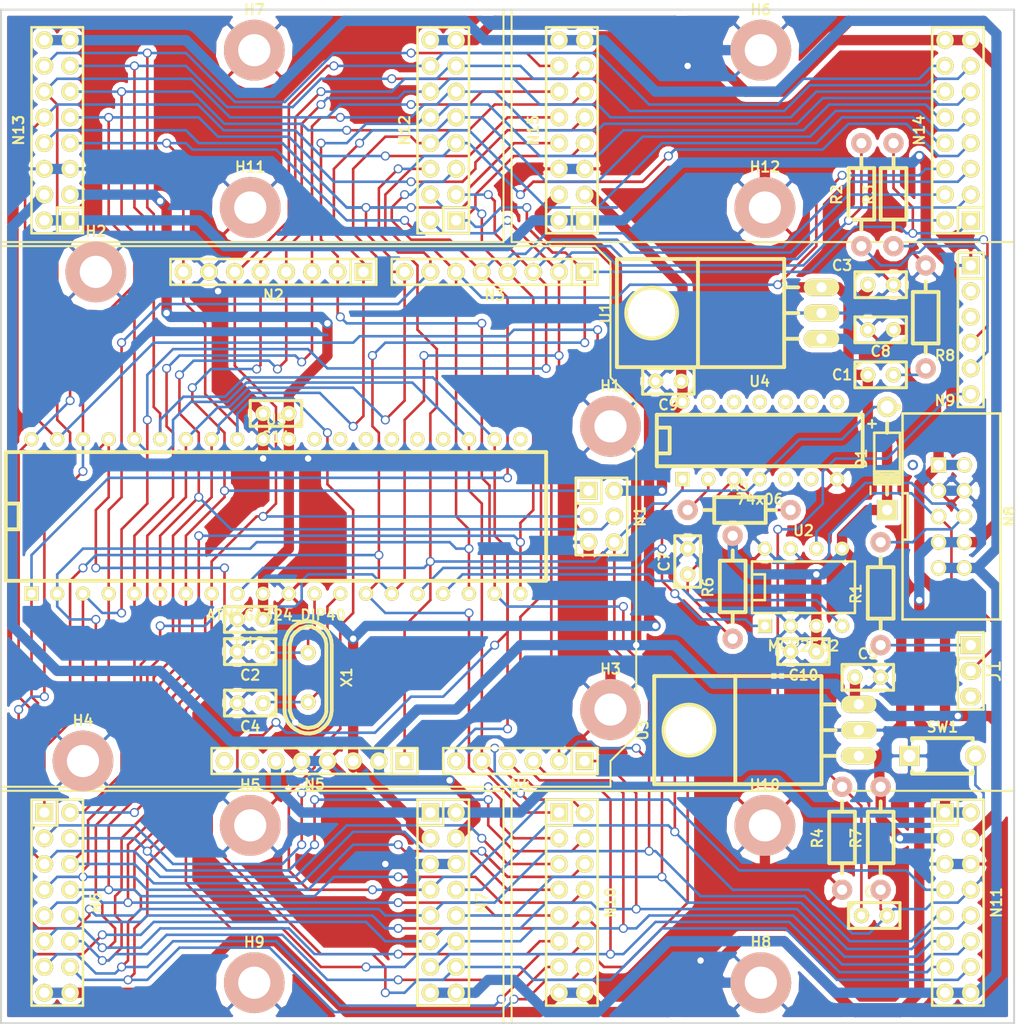
<source format=kicad_pcb>
(kicad_pcb (version 3) (host pcbnew "(2014-jan-25)-product")
  (layers (15 F.Cu signal) (0 B.Cu signal) (18 B.Paste user) (19 F.Paste user) (20 B.SilkS user) (21 F.SilkS user) (22 B.Mask user) (23 F.Mask user) (28 Edge.Cuts user))
  (net 0 "")
  (net 1 "/Arduino Shield/VIN")
  (net 2 GND)
  (net 3 "Net-(C2-Pad1)")
  (net 4 +5V)
  (net 5 "Net-(C4-Pad1)")
  (net 6 +3.3V)
  (net 7 "Net-(C6-Pad1)")
  (net 8 "/Arduino Shield/~RESET")
  (net 9 "Net-(C7-Pad1)")
  (net 10 "Net-(J1-Pad1)")
  (net 11 "Net-(J1-Pad2)")
  (net 12 "Net-(J1-Pad3)")
  (net 13 "/Arduino Shield/D12")
  (net 14 "/Arduino Shield/D13")
  (net 15 "/Arduino Shield/D11")
  (net 16 "/Arduino Shield/D8")
  (net 17 "/Arduino Shield/D9")
  (net 18 "/Arduino Shield/D10")
  (net 19 "/Arduino Shield/AREF")
  (net 20 "/Arduino Shield/D0")
  (net 21 "/Arduino Shield/D1")
  (net 22 "/Arduino Shield/D2")
  (net 23 "/Arduino Shield/D3")
  (net 24 "/Arduino Shield/D4")
  (net 25 "/Arduino Shield/D5")
  (net 26 "/Arduino Shield/D6")
  (net 27 "/Arduino Shield/D7")
  (net 28 "/Arduino Shield/A0")
  (net 29 "/Arduino Shield/A1")
  (net 30 "/Arduino Shield/A2")
  (net 31 "/Arduino Shield/A3")
  (net 32 "/Arduino Shield/A4")
  (net 33 "/Arduino Shield/A5")
  (net 34 "/Arduino Shield/MPWR")
  (net 35 "/Arduino Shield/MGND")
  (net 36 "Net-(N8-Pad6)")
  (net 37 "Net-(N9-Pad2)")
  (net 38 "Net-(N9-Pad3)")
  (net 39 "Net-(N9-Pad4)")
  (net 40 "Net-(N9-Pad5)")
  (net 41 "Net-(R5-Pad1)")
  (net 42 "Net-(U5-Pad21)")
  (net 43 "Net-(U5-Pad24)")
  (net 44 "Net-(U5-Pad25)")
  (net 45 "Net-(U5-Pad26)")
  (net 46 "Net-(U5-Pad27)")
  (net 47 "Net-(U5-Pad28)")
  (net 48 "Net-(U5-Pad29)")
  (net 49 "Net-(U2-Pad1)")
  (net 50 "Net-(U2-Pad4)")
  (net 51 "Net-(C8-Pad2)")
  (module Busino_Rev_A:Pin_Header_Straight_1x03 (layer F.Cu) (at 121.92 91.44 270)
    (fp_text reference J1 (at 0 -2.286 270) (layer F.SilkS) (effects (font (size 1.27 1.27) (thickness 0.2032))))
    (fp_text value TERMINATE_JUMPER hide)
    (pad 1 thru_hole rect (at -2.54 0 270) (size 1.7272 2.032) (drill 1.016) (layers *.Cu *.Mask F.SilkS) (net 10 "Net-(J1-Pad1)"))
    (pad 2 thru_hole oval (at 0 0 270) (size 1.7272 2.032) (drill 1.016) (layers *.Cu *.Mask F.SilkS) (net 11 "Net-(J1-Pad2)"))
    (pad 3 thru_hole oval (at 2.54 0 270) (size 1.7272 2.032) (drill 1.016) (layers *.Cu *.Mask F.SilkS) (net 12 "Net-(J1-Pad3)"))
  )
  (module Busino_Rev_A:MountingHole_3mm (layer F.Cu) (at 101.6 45.72)
    (fp_text reference H12 (at 0 -4.0005) (layer F.SilkS) (effects (font (size 1.016 1.016) (thickness 0.2032))))
    (fp_text value MS_NE_3MM_HOLE hide)
    (pad 1 thru_hole circle (at 0 0) (size 6 6) (drill 3.175) (layers *.Cu *.SilkS) (net 2 GND))
  )
  (module Busino_Rev_A:MountingHole_3mm (layer F.Cu) (at 50.8 45.72)
    (fp_text reference H11 (at 0 -4.0005) (layer F.SilkS) (effects (font (size 1.016 1.016) (thickness 0.2032))))
    (fp_text value MS_NW_3MM_HOLE hide)
    (pad 1 thru_hole circle (at 0 0) (size 6 6) (drill 3.175) (layers *.Cu *.SilkS) (net 2 GND))
  )
  (module Busino_Rev_A:MountingHole_3mm (layer F.Cu) (at 101.6 106.68)
    (fp_text reference H10 (at 0 -4.0005) (layer F.SilkS) (effects (font (size 1.016 1.016) (thickness 0.2032))))
    (fp_text value MS_SE_3MM_HOLE hide)
    (pad 1 thru_hole circle (at 0 0) (size 6 6) (drill 3.175) (layers *.Cu *.SilkS) (net 2 GND))
  )
  (module Busino_Rev_A:MountingHole_3mm (layer F.Cu) (at 51.199999 122.20001)
    (fp_text reference H9 (at 0 -4.0005) (layer F.SilkS) (effects (font (size 1.016 1.016) (thickness 0.2032))))
    (fp_text value BASE_SW_3MM_HOLE hide)
    (pad 1 thru_hole circle (at 0 0) (size 6 6) (drill 3.175) (layers *.Cu *.SilkS) (net 2 GND))
  )
  (module Busino_Rev_A:MountingHole_3mm (layer F.Cu) (at 101.200001 122.20001)
    (fp_text reference H8 (at 0 -4.0005) (layer F.SilkS) (effects (font (size 1.016 1.016) (thickness 0.2032))))
    (fp_text value BASE_SE_3MM_HOLE hide)
    (pad 1 thru_hole circle (at 0 0) (size 6 6) (drill 3.175) (layers *.Cu *.SilkS) (net 2 GND))
  )
  (module Busino_Rev_A:MountingHole_3mm (layer F.Cu) (at 51.199999 30.19999)
    (fp_text reference H7 (at 0 -4.0005) (layer F.SilkS) (effects (font (size 1.016 1.016) (thickness 0.2032))))
    (fp_text value BASE_NW_3MM_HOLE hide)
    (pad 1 thru_hole circle (at 0 0) (size 6 6) (drill 3.175) (layers *.Cu *.SilkS) (net 2 GND))
  )
  (module Busino_Rev_A:MountingHole_3mm (layer F.Cu) (at 101.200001 30.19999)
    (fp_text reference H6 (at 0 -4.0005) (layer F.SilkS) (effects (font (size 1.016 1.016) (thickness 0.2032))))
    (fp_text value BASE_NE_3MM_HOLE hide)
    (pad 1 thru_hole circle (at 0 0) (size 6 6) (drill 3.175) (layers *.Cu *.SilkS) (net 2 GND))
  )
  (module Busino_Rev_A:MountingHole_3mm (layer F.Cu) (at 50.8 106.68)
    (fp_text reference H5 (at 0 -4.0005) (layer F.SilkS) (effects (font (size 1.016 1.016) (thickness 0.2032))))
    (fp_text value MS_SW_3MM_HOLE hide)
    (pad 1 thru_hole circle (at 0 0) (size 6 6) (drill 3.175) (layers *.Cu *.SilkS) (net 2 GND))
  )
  (module Busino_Rev_A:MountingHole_3mm (layer F.Cu) (at 34.29 100.33)
    (fp_text reference H4 (at 0 -4.0005) (layer F.SilkS) (effects (font (size 1.016 1.016) (thickness 0.2032))))
    (fp_text value ARD_SW_3MM_HOLE hide)
    (pad 1 thru_hole circle (at 0 0) (size 6 6) (drill 3.175) (layers *.Cu *.SilkS) (net 2 GND))
  )
  (module Busino_Rev_A:MountingHole_3mm (layer F.Cu) (at 86.36 95.25)
    (fp_text reference H3 (at 0 -4.0005) (layer F.SilkS) (effects (font (size 1.016 1.016) (thickness 0.2032))))
    (fp_text value ARD_SE_3MM_HOLE hide)
    (pad 1 thru_hole circle (at 0 0) (size 6 6) (drill 3.175) (layers *.Cu *.SilkS) (net 2 GND))
  )
  (module Busino_Rev_A:MountingHole_3mm (layer F.Cu) (at 35.56 52.07)
    (fp_text reference H2 (at 0 -4.0005) (layer F.SilkS) (effects (font (size 1.016 1.016) (thickness 0.2032))))
    (fp_text value ARD_NW_3MM_HOLE hide)
    (pad 1 thru_hole circle (at 0 0) (size 6 6) (drill 3.175) (layers *.Cu *.SilkS) (net 2 GND))
  )
  (module Busino_Rev_A:MountingHole_3mm (layer F.Cu) (at 86.36 67.31)
    (fp_text reference H1 (at 0 -4.0005) (layer F.SilkS) (effects (font (size 1.016 1.016) (thickness 0.2032))))
    (fp_text value ARD_NE_3MM_HOLE hide)
    (pad 1 thru_hole circle (at 0 0) (size 6 6) (drill 3.175) (layers *.Cu *.SilkS) (net 2 GND))
  )
  (module Busino_Rev_A:Pin_Header_Straight_2x05_Shrouded (layer F.Cu) (at 120.015 76.2 270)
    (fp_text reference N8 (at 0 -5.74 450) (layer F.SilkS) (effects (font (size 1.016 1.016) (thickness 0.2032))))
    (fp_text value BUS_SLAVE_HEADER hide)
    (pad 1 thru_hole rect (at -5.08 1.27 270) (size 1.524 1.524) (drill 1.016) (layers *.Cu *.Mask F.SilkS) (net 1 "/Arduino Shield/VIN"))
    (pad 2 thru_hole circle (at -5.08 -1.27 270) (size 1.524 1.524) (drill 1.016) (layers *.Cu *.Mask F.SilkS) (net 1 "/Arduino Shield/VIN"))
    (pad 3 thru_hole circle (at -2.54 1.27 270) (size 1.524 1.524) (drill 1.016) (layers *.Cu *.Mask F.SilkS) (net 2 GND))
    (pad 4 thru_hole circle (at -2.54 -1.27 270) (size 1.524 1.524) (drill 1.016) (layers *.Cu *.Mask F.SilkS) (net 2 GND))
    (pad 5 thru_hole circle (at 0 1.27 270) (size 1.524 1.524) (drill 1.016) (layers *.Cu *.Mask F.SilkS) (net 11 "Net-(J1-Pad2)"))
    (pad 6 thru_hole circle (at 0 -1.27 270) (size 1.524 1.524) (drill 1.016) (layers *.Cu *.Mask F.SilkS) (net 36 "Net-(N8-Pad6)"))
    (pad 7 thru_hole circle (at 2.54 1.27 270) (size 1.524 1.524) (drill 1.016) (layers *.Cu *.Mask F.SilkS) (net 34 "/Arduino Shield/MPWR"))
    (pad 8 thru_hole circle (at 2.54 -1.27 270) (size 1.524 1.524) (drill 1.016) (layers *.Cu *.Mask F.SilkS) (net 34 "/Arduino Shield/MPWR"))
    (pad 9 thru_hole circle (at 5.08 1.27 270) (size 1.524 1.524) (drill 1.016) (layers *.Cu *.Mask F.SilkS) (net 35 "/Arduino Shield/MGND"))
    (pad 10 thru_hole circle (at 5.08 -1.27 270) (size 1.524 1.524) (drill 1.016) (layers *.Cu *.Mask F.SilkS) (net 35 "/Arduino Shield/MGND"))
  )
  (module Busino_Rev_A:Regulator_TO_220_Horizontal (layer F.Cu) (at 107.188 56.134 90)
    (fp_text reference U1 (at 0 -21.32 90) (layer F.SilkS) (effects (font (size 1.016 1.016) (thickness 0.2032))))
    (fp_text value LM2940CT-5.0 hide)
    (pad 2 thru_hole oval (at 0 0 180) (size 3.50012 1.69926) (drill 1.00076) (layers *.Cu *.Mask F.SilkS) (net 2 GND))
    (pad 1 thru_hole oval (at -2.54 0 180) (size 3.50012 1.69926) (drill 1.00076) (layers *.Cu *.Mask F.SilkS) (net 1 "/Arduino Shield/VIN"))
    (pad 3 thru_hole oval (at 2.54 0 180) (size 3.50012 1.69926) (drill 1.00076) (layers *.Cu *.Mask F.SilkS) (net 4 +5V))
    (pad "" np_thru_hole circle (at 0 -16.764 180) (size 3.79984 3.79984) (drill 3.79984) (layers *.Cu *.Mask F.SilkS))
  )
  (module Busino_Rev_A:Regulator_TO_220_Horizontal (layer F.Cu) (at 110.871 97.282 90)
    (fp_text reference U3 (at 0 -21.32 90) (layer F.SilkS) (effects (font (size 1.016 1.016) (thickness 0.2032))))
    (fp_text value LM1117T-3.3 hide)
    (pad 2 thru_hole oval (at 0 0 180) (size 3.50012 1.69926) (drill 1.00076) (layers *.Cu *.Mask F.SilkS) (net 2 GND))
    (pad 1 thru_hole oval (at -2.54 0 180) (size 3.50012 1.69926) (drill 1.00076) (layers *.Cu *.Mask F.SilkS) (net 4 +5V))
    (pad 3 thru_hole oval (at 2.54 0 180) (size 3.50012 1.69926) (drill 1.00076) (layers *.Cu *.Mask F.SilkS) (net 6 +3.3V))
    (pad "" np_thru_hole circle (at 0 -16.764 180) (size 3.79984 3.79984) (drill 3.79984) (layers *.Cu *.Mask F.SilkS))
  )
  (module Busino_Rev_A:Pin_Header_Straight_2x03 (layer F.Cu) (at 85.471 76.2 270)
    (fp_text reference N1 (at 0 -3.81 270) (layer F.SilkS) (effects (font (size 1.016 1.016) (thickness 0.2032))))
    (fp_text value ARD_SPI_HEADER hide)
    (pad 1 thru_hole rect (at -2.54 1.27 270) (size 1.7272 1.7272) (drill 1.016) (layers *.Cu *.Mask F.SilkS) (net 13 "/Arduino Shield/D12"))
    (pad 2 thru_hole oval (at -2.54 -1.27 270) (size 1.7272 1.7272) (drill 1.016) (layers *.Cu *.Mask F.SilkS) (net 4 +5V))
    (pad 3 thru_hole oval (at 0 1.27 270) (size 1.7272 1.7272) (drill 1.016) (layers *.Cu *.Mask F.SilkS) (net 14 "/Arduino Shield/D13"))
    (pad 4 thru_hole oval (at 0 -1.27 270) (size 1.7272 1.7272) (drill 1.016) (layers *.Cu *.Mask F.SilkS) (net 15 "/Arduino Shield/D11"))
    (pad 5 thru_hole oval (at 2.54 1.27 270) (size 1.7272 1.7272) (drill 1.016) (layers *.Cu *.Mask F.SilkS) (net 2 GND))
    (pad 6 thru_hole oval (at 2.54 -1.27 270) (size 1.7272 1.7272) (drill 1.016) (layers *.Cu *.Mask F.SilkS) (net 8 "/Arduino Shield/~RESET"))
  )
  (module Busino_Rev_A:DIP-8__300 (layer F.Cu) (at 105.41 83.185)
    (fp_text reference U2 (at 0 -5.59 180) (layer F.SilkS) (effects (font (size 1.016 1.016) (thickness 0.2032))))
    (fp_text value MCP2562 (at 0 5.79) (layer F.SilkS) (effects (font (size 1.016 1.016) (thickness 0.2032))))
    (pad 1 thru_hole rect (at -3.81 3.81) (size 1.397 1.397) (drill 0.8128) (layers *.Cu *.Mask F.SilkS) (net 49 "Net-(U2-Pad1)"))
    (pad 2 thru_hole circle (at -1.27 3.81) (size 1.397 1.397) (drill 0.8128) (layers *.Cu *.Mask F.SilkS) (net 2 GND))
    (pad 3 thru_hole circle (at 1.27 3.81) (size 1.397 1.397) (drill 0.8128) (layers *.Cu *.Mask F.SilkS) (net 4 +5V))
    (pad 4 thru_hole circle (at 3.81 3.81) (size 1.397 1.397) (drill 0.8128) (layers *.Cu *.Mask F.SilkS) (net 50 "Net-(U2-Pad4)"))
    (pad 5 thru_hole circle (at 3.81 -3.81) (size 1.397 1.397) (drill 0.8128) (layers *.Cu *.Mask F.SilkS) (net 4 +5V))
    (pad 6 thru_hole circle (at 1.27 -3.81) (size 1.397 1.397) (drill 0.8128) (layers *.Cu *.Mask F.SilkS) (net 36 "Net-(N8-Pad6)"))
    (pad 7 thru_hole circle (at -1.27 -3.81) (size 1.397 1.397) (drill 0.8128) (layers *.Cu *.Mask F.SilkS) (net 11 "Net-(J1-Pad2)"))
    (pad 8 thru_hole circle (at -3.81 -3.81) (size 1.397 1.397) (drill 0.8128) (layers *.Cu *.Mask F.SilkS) (net 2 GND))
  )
  (module Busino_Rev_A:DIP-14__300 (layer F.Cu) (at 101.092 68.707)
    (fp_text reference U4 (at -0.01 -5.83) (layer F.SilkS) (effects (font (size 1.016 1.016) (thickness 0.2032))))
    (fp_text value 74x06 (at 0 5.8) (layer F.SilkS) (effects (font (size 1.016 1.016) (thickness 0.2032))))
    (pad 1 thru_hole rect (at -7.62 3.81) (size 1.397 1.397) (drill 0.8128) (layers *.Cu *.Mask F.SilkS) (net 49 "Net-(U2-Pad1)"))
    (pad 2 thru_hole circle (at -5.08 3.81) (size 1.397 1.397) (drill 0.8128) (layers *.Cu *.Mask F.SilkS) (net 41 "Net-(R5-Pad1)"))
    (pad 3 thru_hole circle (at -2.54 3.81) (size 1.397 1.397) (drill 0.8128) (layers *.Cu *.Mask F.SilkS) (net 9 "Net-(C7-Pad1)"))
    (pad 4 thru_hole circle (at 0 3.81) (size 1.397 1.397) (drill 0.8128) (layers *.Cu *.Mask F.SilkS) (net 8 "/Arduino Shield/~RESET"))
    (pad 5 thru_hole circle (at 2.54 3.81) (size 1.397 1.397) (drill 0.8128) (layers *.Cu *.Mask F.SilkS))
    (pad 6 thru_hole circle (at 5.08 3.81) (size 1.397 1.397) (drill 0.8128) (layers *.Cu *.Mask F.SilkS))
    (pad 7 thru_hole circle (at 7.62 3.81) (size 1.397 1.397) (drill 0.8128) (layers *.Cu *.Mask F.SilkS) (net 2 GND))
    (pad 8 thru_hole circle (at 7.62 -3.81) (size 1.397 1.397) (drill 0.8128) (layers *.Cu *.Mask F.SilkS))
    (pad 9 thru_hole circle (at 5.08 -3.81) (size 1.397 1.397) (drill 0.8128) (layers *.Cu *.Mask F.SilkS))
    (pad 10 thru_hole circle (at 2.54 -3.81) (size 1.397 1.397) (drill 0.8128) (layers *.Cu *.Mask F.SilkS))
    (pad 11 thru_hole circle (at 0 -3.81) (size 1.397 1.397) (drill 0.8128) (layers *.Cu *.Mask F.SilkS))
    (pad 12 thru_hole circle (at -2.54 -3.81) (size 1.397 1.397) (drill 0.8128) (layers *.Cu *.Mask F.SilkS))
    (pad 13 thru_hole circle (at -5.08 -3.81) (size 1.397 1.397) (drill 0.8128) (layers *.Cu *.Mask F.SilkS))
    (pad 14 thru_hole circle (at -7.62 -3.81) (size 1.397 1.397) (drill 0.8128) (layers *.Cu *.Mask F.SilkS) (net 4 +5V))
  )
  (module Busino_Rev_A:DIP-40__600 (layer F.Cu) (at 53.34 76.2)
    (fp_text reference U5 (at 0.01 -9.56) (layer F.SilkS) (effects (font (size 1.016 1.016) (thickness 0.2032))))
    (fp_text value ATMEGA324_DIP40 (at 0 9.73) (layer F.SilkS) (effects (font (size 1.016 1.016) (thickness 0.2032))))
    (pad 1 thru_hole rect (at -24.13 7.62) (size 1.397 1.397) (drill 0.8128) (layers *.Cu *.Mask F.SilkS) (net 24 "/Arduino Shield/D4"))
    (pad 2 thru_hole circle (at -21.59 7.62) (size 1.397 1.397) (drill 0.8128) (layers *.Cu *.Mask F.SilkS) (net 25 "/Arduino Shield/D5"))
    (pad 3 thru_hole circle (at -19.05 7.62) (size 1.397 1.397) (drill 0.8128) (layers *.Cu *.Mask F.SilkS) (net 22 "/Arduino Shield/D2"))
    (pad 4 thru_hole circle (at -16.51 7.62) (size 1.397 1.397) (drill 0.8128) (layers *.Cu *.Mask F.SilkS) (net 26 "/Arduino Shield/D6"))
    (pad 5 thru_hole circle (at -13.97 7.62) (size 1.397 1.397) (drill 0.8128) (layers *.Cu *.Mask F.SilkS) (net 18 "/Arduino Shield/D10"))
    (pad 6 thru_hole circle (at -11.43 7.62) (size 1.397 1.397) (drill 0.8128) (layers *.Cu *.Mask F.SilkS) (net 15 "/Arduino Shield/D11"))
    (pad 7 thru_hole circle (at -8.89 7.62) (size 1.397 1.397) (drill 0.8128) (layers *.Cu *.Mask F.SilkS) (net 13 "/Arduino Shield/D12"))
    (pad 8 thru_hole circle (at -6.35 7.62) (size 1.397 1.397) (drill 0.8128) (layers *.Cu *.Mask F.SilkS) (net 14 "/Arduino Shield/D13"))
    (pad 9 thru_hole circle (at -3.81 7.62) (size 1.397 1.397) (drill 0.8128) (layers *.Cu *.Mask F.SilkS) (net 8 "/Arduino Shield/~RESET"))
    (pad 10 thru_hole circle (at -1.27 7.62) (size 1.397 1.397) (drill 0.8128) (layers *.Cu *.Mask F.SilkS) (net 4 +5V))
    (pad 11 thru_hole circle (at 1.27 7.62) (size 1.397 1.397) (drill 0.8128) (layers *.Cu *.Mask F.SilkS) (net 2 GND))
    (pad 12 thru_hole circle (at 3.81 7.62) (size 1.397 1.397) (drill 0.8128) (layers *.Cu *.Mask F.SilkS) (net 3 "Net-(C2-Pad1)"))
    (pad 13 thru_hole circle (at 6.35 7.62) (size 1.397 1.397) (drill 0.8128) (layers *.Cu *.Mask F.SilkS) (net 5 "Net-(C4-Pad1)"))
    (pad 14 thru_hole circle (at 8.89 7.62) (size 1.397 1.397) (drill 0.8128) (layers *.Cu *.Mask F.SilkS) (net 20 "/Arduino Shield/D0"))
    (pad 15 thru_hole circle (at 11.43 7.62) (size 1.397 1.397) (drill 0.8128) (layers *.Cu *.Mask F.SilkS) (net 21 "/Arduino Shield/D1"))
    (pad 16 thru_hole circle (at 13.97 7.62) (size 1.397 1.397) (drill 0.8128) (layers *.Cu *.Mask F.SilkS) (net 49 "Net-(U2-Pad1)"))
    (pad 17 thru_hole circle (at 16.51 7.62) (size 1.397 1.397) (drill 0.8128) (layers *.Cu *.Mask F.SilkS) (net 50 "Net-(U2-Pad4)"))
    (pad 18 thru_hole circle (at 19.05 7.62) (size 1.397 1.397) (drill 0.8128) (layers *.Cu *.Mask F.SilkS) (net 25 "/Arduino Shield/D5"))
    (pad 19 thru_hole circle (at 21.59 7.62) (size 1.397 1.397) (drill 0.8128) (layers *.Cu *.Mask F.SilkS) (net 17 "/Arduino Shield/D9"))
    (pad 20 thru_hole circle (at 24.13 7.62) (size 1.397 1.397) (drill 0.8128) (layers *.Cu *.Mask F.SilkS) (net 23 "/Arduino Shield/D3"))
    (pad 21 thru_hole circle (at 24.13 -7.62) (size 1.397 1.397) (drill 0.8128) (layers *.Cu *.Mask F.SilkS) (net 42 "Net-(U5-Pad21)"))
    (pad 22 thru_hole circle (at 21.59 -7.62) (size 1.397 1.397) (drill 0.8128) (layers *.Cu *.Mask F.SilkS) (net 33 "/Arduino Shield/A5"))
    (pad 23 thru_hole circle (at 19.05 -7.62) (size 1.397 1.397) (drill 0.8128) (layers *.Cu *.Mask F.SilkS) (net 32 "/Arduino Shield/A4"))
    (pad 24 thru_hole circle (at 16.51 -7.62) (size 1.397 1.397) (drill 0.8128) (layers *.Cu *.Mask F.SilkS) (net 43 "Net-(U5-Pad24)"))
    (pad 25 thru_hole circle (at 13.97 -7.62) (size 1.397 1.397) (drill 0.8128) (layers *.Cu *.Mask F.SilkS) (net 44 "Net-(U5-Pad25)"))
    (pad 26 thru_hole circle (at 11.43 -7.62) (size 1.397 1.397) (drill 0.8128) (layers *.Cu *.Mask F.SilkS) (net 45 "Net-(U5-Pad26)"))
    (pad 27 thru_hole circle (at 8.89 -7.62) (size 1.397 1.397) (drill 0.8128) (layers *.Cu *.Mask F.SilkS) (net 46 "Net-(U5-Pad27)"))
    (pad 28 thru_hole circle (at 6.35 -7.62) (size 1.397 1.397) (drill 0.8128) (layers *.Cu *.Mask F.SilkS) (net 47 "Net-(U5-Pad28)"))
    (pad 29 thru_hole circle (at 3.81 -7.62) (size 1.397 1.397) (drill 0.8128) (layers *.Cu *.Mask F.SilkS) (net 48 "Net-(U5-Pad29)"))
    (pad 30 thru_hole circle (at 1.27 -7.62) (size 1.397 1.397) (drill 0.8128) (layers *.Cu *.Mask F.SilkS) (net 4 +5V))
    (pad 31 thru_hole circle (at -1.27 -7.62) (size 1.397 1.397) (drill 0.8128) (layers *.Cu *.Mask F.SilkS) (net 2 GND))
    (pad 32 thru_hole circle (at -3.81 -7.62) (size 1.397 1.397) (drill 0.8128) (layers *.Cu *.Mask F.SilkS) (net 19 "/Arduino Shield/AREF"))
    (pad 33 thru_hole circle (at -6.35 -7.62) (size 1.397 1.397) (drill 0.8128) (layers *.Cu *.Mask F.SilkS) (net 16 "/Arduino Shield/D8"))
    (pad 34 thru_hole circle (at -8.89 -7.62) (size 1.397 1.397) (drill 0.8128) (layers *.Cu *.Mask F.SilkS) (net 27 "/Arduino Shield/D7"))
    (pad 35 thru_hole circle (at -11.43 -7.62) (size 1.397 1.397) (drill 0.8128) (layers *.Cu *.Mask F.SilkS) (net 33 "/Arduino Shield/A5"))
    (pad 36 thru_hole circle (at -13.97 -7.62) (size 1.397 1.397) (drill 0.8128) (layers *.Cu *.Mask F.SilkS) (net 32 "/Arduino Shield/A4"))
    (pad 37 thru_hole circle (at -16.51 -7.62) (size 1.397 1.397) (drill 0.8128) (layers *.Cu *.Mask F.SilkS) (net 31 "/Arduino Shield/A3"))
    (pad 38 thru_hole circle (at -19.05 -7.62) (size 1.397 1.397) (drill 0.8128) (layers *.Cu *.Mask F.SilkS) (net 30 "/Arduino Shield/A2"))
    (pad 39 thru_hole circle (at -21.59 -7.62) (size 1.397 1.397) (drill 0.8128) (layers *.Cu *.Mask F.SilkS) (net 29 "/Arduino Shield/A1"))
    (pad 40 thru_hole circle (at -24.13 -7.62) (size 1.397 1.397) (drill 0.8128) (layers *.Cu *.Mask F.SilkS) (net 28 "/Arduino Shield/A0"))
  )
  (module Busino_Rev_A:Crystal_HC49-U_Vertical (layer F.Cu) (at 56.515 92.075 270)
    (fp_text reference X1 (at 0 -3.81 270) (layer F.SilkS) (effects (font (size 1.016 1.016) (thickness 0.2032))))
    (fp_text value 16MHz hide)
    (pad 1 thru_hole circle (at -2.44094 0 270) (size 1.50114 1.50114) (drill 0.8001) (layers *.Cu *.Mask F.SilkS) (net 3 "Net-(C2-Pad1)"))
    (pad 2 thru_hole circle (at 2.44094 0 270) (size 1.50114 1.50114) (drill 0.8001) (layers *.Cu *.Mask F.SilkS) (net 5 "Net-(C4-Pad1)"))
  )
  (module Busino_Rev_A:Pin_Header_Straight_2x08 (layer F.Cu) (at 82.55 38.1 90)
    (fp_text reference N15 (at 0 -3.81 90) (layer F.SilkS) (effects (font (size 1.016 1.016) (thickness 0.2032))))
    (fp_text value MS_NE_PWR_HEADER hide)
    (pad 1 thru_hole rect (at -8.89 1.27 90) (size 1.7272 1.7272) (drill 1.016) (layers *.Cu *.Mask F.SilkS) (net 1 "/Arduino Shield/VIN"))
    (pad 2 thru_hole oval (at -8.89 -1.27 90) (size 1.7272 1.7272) (drill 1.016) (layers *.Cu *.Mask F.SilkS) (net 1 "/Arduino Shield/VIN"))
    (pad 3 thru_hole oval (at -6.35 1.27 90) (size 1.7272 1.7272) (drill 1.016) (layers *.Cu *.Mask F.SilkS) (net 4 +5V))
    (pad 4 thru_hole oval (at -6.35 -1.27 90) (size 1.7272 1.7272) (drill 1.016) (layers *.Cu *.Mask F.SilkS) (net 6 +3.3V))
    (pad 5 thru_hole oval (at -3.81 1.27 90) (size 1.7272 1.7272) (drill 1.016) (layers *.Cu *.Mask F.SilkS) (net 2 GND))
    (pad 6 thru_hole oval (at -3.81 -1.27 90) (size 1.7272 1.7272) (drill 1.016) (layers *.Cu *.Mask F.SilkS) (net 2 GND))
    (pad 7 thru_hole oval (at -1.27 1.27 90) (size 1.7272 1.7272) (drill 1.016) (layers *.Cu *.Mask F.SilkS) (net 19 "/Arduino Shield/AREF"))
    (pad 8 thru_hole oval (at -1.27 -1.27 90) (size 1.7272 1.7272) (drill 1.016) (layers *.Cu *.Mask F.SilkS) (net 8 "/Arduino Shield/~RESET"))
    (pad 9 thru_hole oval (at 1.27 1.27 90) (size 1.7272 1.7272) (drill 1.016) (layers *.Cu *.Mask F.SilkS) (net 28 "/Arduino Shield/A0"))
    (pad 10 thru_hole oval (at 1.27 -1.27 90) (size 1.7272 1.7272) (drill 1.016) (layers *.Cu *.Mask F.SilkS) (net 29 "/Arduino Shield/A1"))
    (pad 11 thru_hole oval (at 3.81 1.27 90) (size 1.7272 1.7272) (drill 1.016) (layers *.Cu *.Mask F.SilkS) (net 30 "/Arduino Shield/A2"))
    (pad 12 thru_hole oval (at 3.81 -1.27 90) (size 1.7272 1.7272) (drill 1.016) (layers *.Cu *.Mask F.SilkS) (net 31 "/Arduino Shield/A3"))
    (pad 13 thru_hole oval (at 6.35 1.27 90) (size 1.7272 1.7272) (drill 1.016) (layers *.Cu *.Mask F.SilkS) (net 32 "/Arduino Shield/A4"))
    (pad 14 thru_hole oval (at 6.35 -1.27 90) (size 1.7272 1.7272) (drill 1.016) (layers *.Cu *.Mask F.SilkS) (net 33 "/Arduino Shield/A5"))
    (pad 15 thru_hole oval (at 8.89 1.27 90) (size 1.7272 1.7272) (drill 1.016) (layers *.Cu *.Mask F.SilkS) (net 35 "/Arduino Shield/MGND"))
    (pad 16 thru_hole oval (at 8.89 -1.27 90) (size 1.7272 1.7272) (drill 1.016) (layers *.Cu *.Mask F.SilkS) (net 35 "/Arduino Shield/MGND"))
  )
  (module Busino_Rev_A:Pin_Header_Straight_2x08 (layer F.Cu) (at 120.65 38.1 90)
    (fp_text reference N14 (at 0 -3.81 90) (layer F.SilkS) (effects (font (size 1.016 1.016) (thickness 0.2032))))
    (fp_text value MS_NE_DATA_HEADER hide)
    (pad 1 thru_hole rect (at -8.89 1.27 90) (size 1.7272 1.7272) (drill 1.016) (layers *.Cu *.Mask F.SilkS) (net 20 "/Arduino Shield/D0"))
    (pad 2 thru_hole oval (at -8.89 -1.27 90) (size 1.7272 1.7272) (drill 1.016) (layers *.Cu *.Mask F.SilkS) (net 21 "/Arduino Shield/D1"))
    (pad 3 thru_hole oval (at -6.35 1.27 90) (size 1.7272 1.7272) (drill 1.016) (layers *.Cu *.Mask F.SilkS) (net 22 "/Arduino Shield/D2"))
    (pad 4 thru_hole oval (at -6.35 -1.27 90) (size 1.7272 1.7272) (drill 1.016) (layers *.Cu *.Mask F.SilkS) (net 23 "/Arduino Shield/D3"))
    (pad 5 thru_hole oval (at -3.81 1.27 90) (size 1.7272 1.7272) (drill 1.016) (layers *.Cu *.Mask F.SilkS) (net 24 "/Arduino Shield/D4"))
    (pad 6 thru_hole oval (at -3.81 -1.27 90) (size 1.7272 1.7272) (drill 1.016) (layers *.Cu *.Mask F.SilkS) (net 25 "/Arduino Shield/D5"))
    (pad 7 thru_hole oval (at -1.27 1.27 90) (size 1.7272 1.7272) (drill 1.016) (layers *.Cu *.Mask F.SilkS) (net 26 "/Arduino Shield/D6"))
    (pad 8 thru_hole oval (at -1.27 -1.27 90) (size 1.7272 1.7272) (drill 1.016) (layers *.Cu *.Mask F.SilkS) (net 27 "/Arduino Shield/D7"))
    (pad 9 thru_hole oval (at 1.27 1.27 90) (size 1.7272 1.7272) (drill 1.016) (layers *.Cu *.Mask F.SilkS) (net 16 "/Arduino Shield/D8"))
    (pad 10 thru_hole oval (at 1.27 -1.27 90) (size 1.7272 1.7272) (drill 1.016) (layers *.Cu *.Mask F.SilkS) (net 17 "/Arduino Shield/D9"))
    (pad 11 thru_hole oval (at 3.81 1.27 90) (size 1.7272 1.7272) (drill 1.016) (layers *.Cu *.Mask F.SilkS) (net 18 "/Arduino Shield/D10"))
    (pad 12 thru_hole oval (at 3.81 -1.27 90) (size 1.7272 1.7272) (drill 1.016) (layers *.Cu *.Mask F.SilkS) (net 15 "/Arduino Shield/D11"))
    (pad 13 thru_hole oval (at 6.35 1.27 90) (size 1.7272 1.7272) (drill 1.016) (layers *.Cu *.Mask F.SilkS) (net 13 "/Arduino Shield/D12"))
    (pad 14 thru_hole oval (at 6.35 -1.27 90) (size 1.7272 1.7272) (drill 1.016) (layers *.Cu *.Mask F.SilkS) (net 14 "/Arduino Shield/D13"))
    (pad 15 thru_hole oval (at 8.89 1.27 90) (size 1.7272 1.7272) (drill 1.016) (layers *.Cu *.Mask F.SilkS) (net 34 "/Arduino Shield/MPWR"))
    (pad 16 thru_hole oval (at 8.89 -1.27 90) (size 1.7272 1.7272) (drill 1.016) (layers *.Cu *.Mask F.SilkS) (net 34 "/Arduino Shield/MPWR"))
  )
  (module Busino_Rev_A:Pin_Header_Straight_2x08 (layer F.Cu) (at 31.75 38.1 90)
    (fp_text reference N13 (at 0 -3.81 90) (layer F.SilkS) (effects (font (size 1.016 1.016) (thickness 0.2032))))
    (fp_text value MS_NW_PWR_HEADER hide)
    (pad 1 thru_hole rect (at -8.89 1.27 90) (size 1.7272 1.7272) (drill 1.016) (layers *.Cu *.Mask F.SilkS) (net 1 "/Arduino Shield/VIN"))
    (pad 2 thru_hole oval (at -8.89 -1.27 90) (size 1.7272 1.7272) (drill 1.016) (layers *.Cu *.Mask F.SilkS) (net 1 "/Arduino Shield/VIN"))
    (pad 3 thru_hole oval (at -6.35 1.27 90) (size 1.7272 1.7272) (drill 1.016) (layers *.Cu *.Mask F.SilkS) (net 4 +5V))
    (pad 4 thru_hole oval (at -6.35 -1.27 90) (size 1.7272 1.7272) (drill 1.016) (layers *.Cu *.Mask F.SilkS) (net 6 +3.3V))
    (pad 5 thru_hole oval (at -3.81 1.27 90) (size 1.7272 1.7272) (drill 1.016) (layers *.Cu *.Mask F.SilkS) (net 2 GND))
    (pad 6 thru_hole oval (at -3.81 -1.27 90) (size 1.7272 1.7272) (drill 1.016) (layers *.Cu *.Mask F.SilkS) (net 2 GND))
    (pad 7 thru_hole oval (at -1.27 1.27 90) (size 1.7272 1.7272) (drill 1.016) (layers *.Cu *.Mask F.SilkS) (net 19 "/Arduino Shield/AREF"))
    (pad 8 thru_hole oval (at -1.27 -1.27 90) (size 1.7272 1.7272) (drill 1.016) (layers *.Cu *.Mask F.SilkS) (net 8 "/Arduino Shield/~RESET"))
    (pad 9 thru_hole oval (at 1.27 1.27 90) (size 1.7272 1.7272) (drill 1.016) (layers *.Cu *.Mask F.SilkS) (net 28 "/Arduino Shield/A0"))
    (pad 10 thru_hole oval (at 1.27 -1.27 90) (size 1.7272 1.7272) (drill 1.016) (layers *.Cu *.Mask F.SilkS) (net 29 "/Arduino Shield/A1"))
    (pad 11 thru_hole oval (at 3.81 1.27 90) (size 1.7272 1.7272) (drill 1.016) (layers *.Cu *.Mask F.SilkS) (net 30 "/Arduino Shield/A2"))
    (pad 12 thru_hole oval (at 3.81 -1.27 90) (size 1.7272 1.7272) (drill 1.016) (layers *.Cu *.Mask F.SilkS) (net 31 "/Arduino Shield/A3"))
    (pad 13 thru_hole oval (at 6.35 1.27 90) (size 1.7272 1.7272) (drill 1.016) (layers *.Cu *.Mask F.SilkS) (net 32 "/Arduino Shield/A4"))
    (pad 14 thru_hole oval (at 6.35 -1.27 90) (size 1.7272 1.7272) (drill 1.016) (layers *.Cu *.Mask F.SilkS) (net 33 "/Arduino Shield/A5"))
    (pad 15 thru_hole oval (at 8.89 1.27 90) (size 1.7272 1.7272) (drill 1.016) (layers *.Cu *.Mask F.SilkS) (net 35 "/Arduino Shield/MGND"))
    (pad 16 thru_hole oval (at 8.89 -1.27 90) (size 1.7272 1.7272) (drill 1.016) (layers *.Cu *.Mask F.SilkS) (net 35 "/Arduino Shield/MGND"))
  )
  (module Busino_Rev_A:Pin_Header_Straight_2x08 (layer F.Cu) (at 69.85 38.1 90)
    (fp_text reference N12 (at 0 -3.81 90) (layer F.SilkS) (effects (font (size 1.016 1.016) (thickness 0.2032))))
    (fp_text value MS_NW_DATA_HEADER hide)
    (pad 1 thru_hole rect (at -8.89 1.27 90) (size 1.7272 1.7272) (drill 1.016) (layers *.Cu *.Mask F.SilkS) (net 20 "/Arduino Shield/D0"))
    (pad 2 thru_hole oval (at -8.89 -1.27 90) (size 1.7272 1.7272) (drill 1.016) (layers *.Cu *.Mask F.SilkS) (net 21 "/Arduino Shield/D1"))
    (pad 3 thru_hole oval (at -6.35 1.27 90) (size 1.7272 1.7272) (drill 1.016) (layers *.Cu *.Mask F.SilkS) (net 22 "/Arduino Shield/D2"))
    (pad 4 thru_hole oval (at -6.35 -1.27 90) (size 1.7272 1.7272) (drill 1.016) (layers *.Cu *.Mask F.SilkS) (net 23 "/Arduino Shield/D3"))
    (pad 5 thru_hole oval (at -3.81 1.27 90) (size 1.7272 1.7272) (drill 1.016) (layers *.Cu *.Mask F.SilkS) (net 24 "/Arduino Shield/D4"))
    (pad 6 thru_hole oval (at -3.81 -1.27 90) (size 1.7272 1.7272) (drill 1.016) (layers *.Cu *.Mask F.SilkS) (net 25 "/Arduino Shield/D5"))
    (pad 7 thru_hole oval (at -1.27 1.27 90) (size 1.7272 1.7272) (drill 1.016) (layers *.Cu *.Mask F.SilkS) (net 26 "/Arduino Shield/D6"))
    (pad 8 thru_hole oval (at -1.27 -1.27 90) (size 1.7272 1.7272) (drill 1.016) (layers *.Cu *.Mask F.SilkS) (net 27 "/Arduino Shield/D7"))
    (pad 9 thru_hole oval (at 1.27 1.27 90) (size 1.7272 1.7272) (drill 1.016) (layers *.Cu *.Mask F.SilkS) (net 16 "/Arduino Shield/D8"))
    (pad 10 thru_hole oval (at 1.27 -1.27 90) (size 1.7272 1.7272) (drill 1.016) (layers *.Cu *.Mask F.SilkS) (net 17 "/Arduino Shield/D9"))
    (pad 11 thru_hole oval (at 3.81 1.27 90) (size 1.7272 1.7272) (drill 1.016) (layers *.Cu *.Mask F.SilkS) (net 18 "/Arduino Shield/D10"))
    (pad 12 thru_hole oval (at 3.81 -1.27 90) (size 1.7272 1.7272) (drill 1.016) (layers *.Cu *.Mask F.SilkS) (net 15 "/Arduino Shield/D11"))
    (pad 13 thru_hole oval (at 6.35 1.27 90) (size 1.7272 1.7272) (drill 1.016) (layers *.Cu *.Mask F.SilkS) (net 13 "/Arduino Shield/D12"))
    (pad 14 thru_hole oval (at 6.35 -1.27 90) (size 1.7272 1.7272) (drill 1.016) (layers *.Cu *.Mask F.SilkS) (net 14 "/Arduino Shield/D13"))
    (pad 15 thru_hole oval (at 8.89 1.27 90) (size 1.7272 1.7272) (drill 1.016) (layers *.Cu *.Mask F.SilkS) (net 34 "/Arduino Shield/MPWR"))
    (pad 16 thru_hole oval (at 8.89 -1.27 90) (size 1.7272 1.7272) (drill 1.016) (layers *.Cu *.Mask F.SilkS) (net 34 "/Arduino Shield/MPWR"))
  )
  (module Busino_Rev_A:Pin_Header_Straight_2x08 (layer F.Cu) (at 120.65 114.3 270)
    (fp_text reference N11 (at 0 -3.81 270) (layer F.SilkS) (effects (font (size 1.016 1.016) (thickness 0.2032))))
    (fp_text value MS_SEPWR_HEADER hide)
    (pad 1 thru_hole rect (at -8.89 1.27 270) (size 1.7272 1.7272) (drill 1.016) (layers *.Cu *.Mask F.SilkS) (net 1 "/Arduino Shield/VIN"))
    (pad 2 thru_hole oval (at -8.89 -1.27 270) (size 1.7272 1.7272) (drill 1.016) (layers *.Cu *.Mask F.SilkS) (net 1 "/Arduino Shield/VIN"))
    (pad 3 thru_hole oval (at -6.35 1.27 270) (size 1.7272 1.7272) (drill 1.016) (layers *.Cu *.Mask F.SilkS) (net 4 +5V))
    (pad 4 thru_hole oval (at -6.35 -1.27 270) (size 1.7272 1.7272) (drill 1.016) (layers *.Cu *.Mask F.SilkS) (net 6 +3.3V))
    (pad 5 thru_hole oval (at -3.81 1.27 270) (size 1.7272 1.7272) (drill 1.016) (layers *.Cu *.Mask F.SilkS) (net 2 GND))
    (pad 6 thru_hole oval (at -3.81 -1.27 270) (size 1.7272 1.7272) (drill 1.016) (layers *.Cu *.Mask F.SilkS) (net 2 GND))
    (pad 7 thru_hole oval (at -1.27 1.27 270) (size 1.7272 1.7272) (drill 1.016) (layers *.Cu *.Mask F.SilkS) (net 19 "/Arduino Shield/AREF"))
    (pad 8 thru_hole oval (at -1.27 -1.27 270) (size 1.7272 1.7272) (drill 1.016) (layers *.Cu *.Mask F.SilkS) (net 8 "/Arduino Shield/~RESET"))
    (pad 9 thru_hole oval (at 1.27 1.27 270) (size 1.7272 1.7272) (drill 1.016) (layers *.Cu *.Mask F.SilkS) (net 28 "/Arduino Shield/A0"))
    (pad 10 thru_hole oval (at 1.27 -1.27 270) (size 1.7272 1.7272) (drill 1.016) (layers *.Cu *.Mask F.SilkS) (net 29 "/Arduino Shield/A1"))
    (pad 11 thru_hole oval (at 3.81 1.27 270) (size 1.7272 1.7272) (drill 1.016) (layers *.Cu *.Mask F.SilkS) (net 30 "/Arduino Shield/A2"))
    (pad 12 thru_hole oval (at 3.81 -1.27 270) (size 1.7272 1.7272) (drill 1.016) (layers *.Cu *.Mask F.SilkS) (net 31 "/Arduino Shield/A3"))
    (pad 13 thru_hole oval (at 6.35 1.27 270) (size 1.7272 1.7272) (drill 1.016) (layers *.Cu *.Mask F.SilkS) (net 32 "/Arduino Shield/A4"))
    (pad 14 thru_hole oval (at 6.35 -1.27 270) (size 1.7272 1.7272) (drill 1.016) (layers *.Cu *.Mask F.SilkS) (net 33 "/Arduino Shield/A5"))
    (pad 15 thru_hole oval (at 8.89 1.27 270) (size 1.7272 1.7272) (drill 1.016) (layers *.Cu *.Mask F.SilkS) (net 35 "/Arduino Shield/MGND"))
    (pad 16 thru_hole oval (at 8.89 -1.27 270) (size 1.7272 1.7272) (drill 1.016) (layers *.Cu *.Mask F.SilkS) (net 35 "/Arduino Shield/MGND"))
  )
  (module Busino_Rev_A:Pin_Header_Straight_2x08 (layer F.Cu) (at 82.55 114.3 270)
    (fp_text reference N10 (at 0 -3.81 270) (layer F.SilkS) (effects (font (size 1.016 1.016) (thickness 0.2032))))
    (fp_text value MS_SE_DATA_HEADER hide)
    (pad 1 thru_hole rect (at -8.89 1.27 270) (size 1.7272 1.7272) (drill 1.016) (layers *.Cu *.Mask F.SilkS) (net 20 "/Arduino Shield/D0"))
    (pad 2 thru_hole oval (at -8.89 -1.27 270) (size 1.7272 1.7272) (drill 1.016) (layers *.Cu *.Mask F.SilkS) (net 21 "/Arduino Shield/D1"))
    (pad 3 thru_hole oval (at -6.35 1.27 270) (size 1.7272 1.7272) (drill 1.016) (layers *.Cu *.Mask F.SilkS) (net 22 "/Arduino Shield/D2"))
    (pad 4 thru_hole oval (at -6.35 -1.27 270) (size 1.7272 1.7272) (drill 1.016) (layers *.Cu *.Mask F.SilkS) (net 23 "/Arduino Shield/D3"))
    (pad 5 thru_hole oval (at -3.81 1.27 270) (size 1.7272 1.7272) (drill 1.016) (layers *.Cu *.Mask F.SilkS) (net 24 "/Arduino Shield/D4"))
    (pad 6 thru_hole oval (at -3.81 -1.27 270) (size 1.7272 1.7272) (drill 1.016) (layers *.Cu *.Mask F.SilkS) (net 25 "/Arduino Shield/D5"))
    (pad 7 thru_hole oval (at -1.27 1.27 270) (size 1.7272 1.7272) (drill 1.016) (layers *.Cu *.Mask F.SilkS) (net 26 "/Arduino Shield/D6"))
    (pad 8 thru_hole oval (at -1.27 -1.27 270) (size 1.7272 1.7272) (drill 1.016) (layers *.Cu *.Mask F.SilkS) (net 27 "/Arduino Shield/D7"))
    (pad 9 thru_hole oval (at 1.27 1.27 270) (size 1.7272 1.7272) (drill 1.016) (layers *.Cu *.Mask F.SilkS) (net 16 "/Arduino Shield/D8"))
    (pad 10 thru_hole oval (at 1.27 -1.27 270) (size 1.7272 1.7272) (drill 1.016) (layers *.Cu *.Mask F.SilkS) (net 17 "/Arduino Shield/D9"))
    (pad 11 thru_hole oval (at 3.81 1.27 270) (size 1.7272 1.7272) (drill 1.016) (layers *.Cu *.Mask F.SilkS) (net 18 "/Arduino Shield/D10"))
    (pad 12 thru_hole oval (at 3.81 -1.27 270) (size 1.7272 1.7272) (drill 1.016) (layers *.Cu *.Mask F.SilkS) (net 15 "/Arduino Shield/D11"))
    (pad 13 thru_hole oval (at 6.35 1.27 270) (size 1.7272 1.7272) (drill 1.016) (layers *.Cu *.Mask F.SilkS) (net 13 "/Arduino Shield/D12"))
    (pad 14 thru_hole oval (at 6.35 -1.27 270) (size 1.7272 1.7272) (drill 1.016) (layers *.Cu *.Mask F.SilkS) (net 14 "/Arduino Shield/D13"))
    (pad 15 thru_hole oval (at 8.89 1.27 270) (size 1.7272 1.7272) (drill 1.016) (layers *.Cu *.Mask F.SilkS) (net 34 "/Arduino Shield/MPWR"))
    (pad 16 thru_hole oval (at 8.89 -1.27 270) (size 1.7272 1.7272) (drill 1.016) (layers *.Cu *.Mask F.SilkS) (net 34 "/Arduino Shield/MPWR"))
  )
  (module Busino_Rev_A:Pin_Header_Straight_2x08 (layer F.Cu) (at 69.85 114.3 270)
    (fp_text reference N7 (at 0 -3.81 270) (layer F.SilkS) (effects (font (size 1.016 1.016) (thickness 0.2032))))
    (fp_text value MS_SW_PWR_HEADER hide)
    (pad 1 thru_hole rect (at -8.89 1.27 270) (size 1.7272 1.7272) (drill 1.016) (layers *.Cu *.Mask F.SilkS) (net 1 "/Arduino Shield/VIN"))
    (pad 2 thru_hole oval (at -8.89 -1.27 270) (size 1.7272 1.7272) (drill 1.016) (layers *.Cu *.Mask F.SilkS) (net 1 "/Arduino Shield/VIN"))
    (pad 3 thru_hole oval (at -6.35 1.27 270) (size 1.7272 1.7272) (drill 1.016) (layers *.Cu *.Mask F.SilkS) (net 4 +5V))
    (pad 4 thru_hole oval (at -6.35 -1.27 270) (size 1.7272 1.7272) (drill 1.016) (layers *.Cu *.Mask F.SilkS) (net 6 +3.3V))
    (pad 5 thru_hole oval (at -3.81 1.27 270) (size 1.7272 1.7272) (drill 1.016) (layers *.Cu *.Mask F.SilkS) (net 2 GND))
    (pad 6 thru_hole oval (at -3.81 -1.27 270) (size 1.7272 1.7272) (drill 1.016) (layers *.Cu *.Mask F.SilkS) (net 2 GND))
    (pad 7 thru_hole oval (at -1.27 1.27 270) (size 1.7272 1.7272) (drill 1.016) (layers *.Cu *.Mask F.SilkS) (net 19 "/Arduino Shield/AREF"))
    (pad 8 thru_hole oval (at -1.27 -1.27 270) (size 1.7272 1.7272) (drill 1.016) (layers *.Cu *.Mask F.SilkS) (net 8 "/Arduino Shield/~RESET"))
    (pad 9 thru_hole oval (at 1.27 1.27 270) (size 1.7272 1.7272) (drill 1.016) (layers *.Cu *.Mask F.SilkS) (net 28 "/Arduino Shield/A0"))
    (pad 10 thru_hole oval (at 1.27 -1.27 270) (size 1.7272 1.7272) (drill 1.016) (layers *.Cu *.Mask F.SilkS) (net 29 "/Arduino Shield/A1"))
    (pad 11 thru_hole oval (at 3.81 1.27 270) (size 1.7272 1.7272) (drill 1.016) (layers *.Cu *.Mask F.SilkS) (net 30 "/Arduino Shield/A2"))
    (pad 12 thru_hole oval (at 3.81 -1.27 270) (size 1.7272 1.7272) (drill 1.016) (layers *.Cu *.Mask F.SilkS) (net 31 "/Arduino Shield/A3"))
    (pad 13 thru_hole oval (at 6.35 1.27 270) (size 1.7272 1.7272) (drill 1.016) (layers *.Cu *.Mask F.SilkS) (net 32 "/Arduino Shield/A4"))
    (pad 14 thru_hole oval (at 6.35 -1.27 270) (size 1.7272 1.7272) (drill 1.016) (layers *.Cu *.Mask F.SilkS) (net 33 "/Arduino Shield/A5"))
    (pad 15 thru_hole oval (at 8.89 1.27 270) (size 1.7272 1.7272) (drill 1.016) (layers *.Cu *.Mask F.SilkS) (net 35 "/Arduino Shield/MGND"))
    (pad 16 thru_hole oval (at 8.89 -1.27 270) (size 1.7272 1.7272) (drill 1.016) (layers *.Cu *.Mask F.SilkS) (net 35 "/Arduino Shield/MGND"))
  )
  (module Busino_Rev_A:Pin_Header_Straight_2x08 (layer F.Cu) (at 31.75 114.3 270)
    (fp_text reference N6 (at 0 -3.81 270) (layer F.SilkS) (effects (font (size 1.016 1.016) (thickness 0.2032))))
    (fp_text value MS_SW_DATA_HEADER hide)
    (pad 1 thru_hole rect (at -8.89 1.27 270) (size 1.7272 1.7272) (drill 1.016) (layers *.Cu *.Mask F.SilkS) (net 20 "/Arduino Shield/D0"))
    (pad 2 thru_hole oval (at -8.89 -1.27 270) (size 1.7272 1.7272) (drill 1.016) (layers *.Cu *.Mask F.SilkS) (net 21 "/Arduino Shield/D1"))
    (pad 3 thru_hole oval (at -6.35 1.27 270) (size 1.7272 1.7272) (drill 1.016) (layers *.Cu *.Mask F.SilkS) (net 22 "/Arduino Shield/D2"))
    (pad 4 thru_hole oval (at -6.35 -1.27 270) (size 1.7272 1.7272) (drill 1.016) (layers *.Cu *.Mask F.SilkS) (net 23 "/Arduino Shield/D3"))
    (pad 5 thru_hole oval (at -3.81 1.27 270) (size 1.7272 1.7272) (drill 1.016) (layers *.Cu *.Mask F.SilkS) (net 24 "/Arduino Shield/D4"))
    (pad 6 thru_hole oval (at -3.81 -1.27 270) (size 1.7272 1.7272) (drill 1.016) (layers *.Cu *.Mask F.SilkS) (net 25 "/Arduino Shield/D5"))
    (pad 7 thru_hole oval (at -1.27 1.27 270) (size 1.7272 1.7272) (drill 1.016) (layers *.Cu *.Mask F.SilkS) (net 26 "/Arduino Shield/D6"))
    (pad 8 thru_hole oval (at -1.27 -1.27 270) (size 1.7272 1.7272) (drill 1.016) (layers *.Cu *.Mask F.SilkS) (net 27 "/Arduino Shield/D7"))
    (pad 9 thru_hole oval (at 1.27 1.27 270) (size 1.7272 1.7272) (drill 1.016) (layers *.Cu *.Mask F.SilkS) (net 16 "/Arduino Shield/D8"))
    (pad 10 thru_hole oval (at 1.27 -1.27 270) (size 1.7272 1.7272) (drill 1.016) (layers *.Cu *.Mask F.SilkS) (net 17 "/Arduino Shield/D9"))
    (pad 11 thru_hole oval (at 3.81 1.27 270) (size 1.7272 1.7272) (drill 1.016) (layers *.Cu *.Mask F.SilkS) (net 18 "/Arduino Shield/D10"))
    (pad 12 thru_hole oval (at 3.81 -1.27 270) (size 1.7272 1.7272) (drill 1.016) (layers *.Cu *.Mask F.SilkS) (net 15 "/Arduino Shield/D11"))
    (pad 13 thru_hole oval (at 6.35 1.27 270) (size 1.7272 1.7272) (drill 1.016) (layers *.Cu *.Mask F.SilkS) (net 13 "/Arduino Shield/D12"))
    (pad 14 thru_hole oval (at 6.35 -1.27 270) (size 1.7272 1.7272) (drill 1.016) (layers *.Cu *.Mask F.SilkS) (net 14 "/Arduino Shield/D13"))
    (pad 15 thru_hole oval (at 8.89 1.27 270) (size 1.7272 1.7272) (drill 1.016) (layers *.Cu *.Mask F.SilkS) (net 34 "/Arduino Shield/MPWR"))
    (pad 16 thru_hole oval (at 8.89 -1.27 270) (size 1.7272 1.7272) (drill 1.016) (layers *.Cu *.Mask F.SilkS) (net 34 "/Arduino Shield/MPWR"))
  )
  (module Busino_Rev_A:Diode_DO-41_SOD81_Horizontal_RM10 (layer F.Cu) (at 113.665 70.485 270)
    (fp_text reference D1 (at 0 2.54 270) (layer F.SilkS) (effects (font (size 1.016 1.016) (thickness 0.2032))))
    (fp_text value SCHOTTKY_DIODE_VERT hide)
    (fp_text user - (at 3.14 1.71 270) (layer F.SilkS) (effects (font (size 1.016 1.016) (thickness 0.2032))))
    (fp_text user + (at -3.42 1.56 270) (layer F.SilkS) (effects (font (size 1.016 1.016) (thickness 0.2032))))
    (pad + thru_hole circle (at -5.08 0 270) (size 1.99898 1.99898) (drill 1.27) (layers *.Cu *.Mask F.SilkS) (net 8 "/Arduino Shield/~RESET"))
    (pad - thru_hole rect (at 5.08 0 270) (size 1.99898 1.99898) (drill 1.00076) (layers *.Cu *.Mask F.SilkS) (net 4 +5V))
  )
  (module Busino_Rev_A:Resistor_Horizontal__400 (layer F.Cu) (at 113.03 83.82 90)
    (fp_text reference R1 (at 0 -2.44 90) (layer F.SilkS) (effects (font (size 1.016 1.016) (thickness 0.2032))))
    (fp_text value "120 1%" hide)
    (pad 1 thru_hole circle (at -5.08 0 90) (size 1.99898 1.99898) (drill 1.00076) (layers *.Cu *.SilkS *.Mask) (net 10 "Net-(J1-Pad1)"))
    (pad 2 thru_hole circle (at 5.08 0 90) (size 1.99898 1.99898) (drill 1.00076) (layers *.Cu *.SilkS *.Mask) (net 36 "Net-(N8-Pad6)"))
  )
  (module Busino_Rev_A:Resistor_Horizontal__400 (layer F.Cu) (at 111.125 44.45 90)
    (fp_text reference R2 (at 0 -2.44 90) (layer F.SilkS) (effects (font (size 1.016 1.016) (thickness 0.2032))))
    (fp_text value 1K hide)
    (pad 1 thru_hole circle (at -5.08 0 90) (size 1.99898 1.99898) (drill 1.00076) (layers *.Cu *.SilkS *.Mask) (net 40 "Net-(N9-Pad5)"))
    (pad 2 thru_hole circle (at 5.08 0 90) (size 1.99898 1.99898) (drill 1.00076) (layers *.Cu *.SilkS *.Mask) (net 21 "/Arduino Shield/D1"))
  )
  (module Busino_Rev_A:Resistor_Horizontal__400 (layer F.Cu) (at 114.3 44.45 90)
    (fp_text reference R3 (at 0 -2.44 90) (layer F.SilkS) (effects (font (size 1.016 1.016) (thickness 0.2032))))
    (fp_text value 1K hide)
    (pad 1 thru_hole circle (at -5.08 0 90) (size 1.99898 1.99898) (drill 1.00076) (layers *.Cu *.SilkS *.Mask) (net 39 "Net-(N9-Pad4)"))
    (pad 2 thru_hole circle (at 5.08 0 90) (size 1.99898 1.99898) (drill 1.00076) (layers *.Cu *.SilkS *.Mask) (net 20 "/Arduino Shield/D0"))
  )
  (module Busino_Rev_A:Resistor_Horizontal__400 (layer F.Cu) (at 109.22 107.95 90)
    (fp_text reference R4 (at 0 -2.44 90) (layer F.SilkS) (effects (font (size 1.016 1.016) (thickness 0.2032))))
    (fp_text value 1K hide)
    (pad 1 thru_hole circle (at -5.08 0 90) (size 1.99898 1.99898) (drill 1.00076) (layers *.Cu *.SilkS *.Mask) (net 2 GND))
    (pad 2 thru_hole circle (at 5.08 0 90) (size 1.99898 1.99898) (drill 1.00076) (layers *.Cu *.SilkS *.Mask) (net 7 "Net-(C6-Pad1)"))
  )
  (module Busino_Rev_A:Resistor_Horizontal__400 (layer F.Cu) (at 99.06 75.565)
    (fp_text reference R5 (at 0 -2.44) (layer F.SilkS) (effects (font (size 1.016 1.016) (thickness 0.2032))))
    (fp_text value 180 hide)
    (pad 1 thru_hole circle (at -5.08 0) (size 1.99898 1.99898) (drill 1.00076) (layers *.Cu *.SilkS *.Mask) (net 41 "Net-(R5-Pad1)"))
    (pad 2 thru_hole circle (at 5.08 0) (size 1.99898 1.99898) (drill 1.00076) (layers *.Cu *.SilkS *.Mask) (net 9 "Net-(C7-Pad1)"))
  )
  (module Busino_Rev_A:Resistor_Horizontal__400 (layer F.Cu) (at 98.425 83.185 90)
    (fp_text reference R6 (at 0 -2.44 90) (layer F.SilkS) (effects (font (size 1.016 1.016) (thickness 0.2032))))
    (fp_text value 10K hide)
    (pad 1 thru_hole circle (at -5.08 0 90) (size 1.99898 1.99898) (drill 1.00076) (layers *.Cu *.SilkS *.Mask) (net 9 "Net-(C7-Pad1)"))
    (pad 2 thru_hole circle (at 5.08 0 90) (size 1.99898 1.99898) (drill 1.00076) (layers *.Cu *.SilkS *.Mask) (net 4 +5V))
  )
  (module Busino_Rev_A:Resistor_Horizontal__400 (layer F.Cu) (at 113.03 107.95 90)
    (fp_text reference R7 (at 0 -2.44 90) (layer F.SilkS) (effects (font (size 1.016 1.016) (thickness 0.2032))))
    (fp_text value 10K hide)
    (pad 1 thru_hole circle (at -5.08 0 90) (size 1.99898 1.99898) (drill 1.00076) (layers *.Cu *.SilkS *.Mask) (net 8 "/Arduino Shield/~RESET"))
    (pad 2 thru_hole circle (at 5.08 0 90) (size 1.99898 1.99898) (drill 1.00076) (layers *.Cu *.SilkS *.Mask) (net 4 +5V))
  )
  (module Busino_Rev_A:Pin_Header_Straight_1x06 (layer F.Cu) (at 121.92 57.785 270)
    (fp_text reference N9 (at 6.985 2.54 360) (layer F.SilkS) (effects (font (size 1.016 1.016) (thickness 0.2032))))
    (fp_text value FTDI_HEADER hide)
    (pad 1 thru_hole rect (at -6.35 0 270) (size 1.7272 1.7272) (drill 1.016) (layers *.Cu *.Mask F.SilkS) (net 2 GND))
    (pad 2 thru_hole circle (at -3.81 0 270) (size 1.7272 1.7272) (drill 1.016) (layers *.Cu *.Mask F.SilkS) (net 37 "Net-(N9-Pad2)"))
    (pad 3 thru_hole circle (at -1.27 0 270) (size 1.7272 1.7272) (drill 1.016) (layers *.Cu *.Mask F.SilkS) (net 38 "Net-(N9-Pad3)"))
    (pad 4 thru_hole circle (at 1.27 0 270) (size 1.7272 1.7272) (drill 1.016) (layers *.Cu *.Mask F.SilkS) (net 39 "Net-(N9-Pad4)"))
    (pad 5 thru_hole circle (at 3.81 0 270) (size 1.7272 1.7272) (drill 1.016) (layers *.Cu *.Mask F.SilkS) (net 40 "Net-(N9-Pad5)"))
    (pad 6 thru_hole circle (at 6.35 0 270) (size 1.7272 1.7272) (drill 1.016) (layers *.Cu *.Mask F.SilkS) (net 7 "Net-(C6-Pad1)"))
  )
  (module Busino_Rev_A:Pin_Header_Straight_1x06 (layer F.Cu) (at 77.47 100.33 180)
    (fp_text reference N4 (at 0 -2.286 180) (layer F.SilkS) (effects (font (size 1.016 1.016) (thickness 0.2032))))
    (fp_text value A0_A5_HEADER hide)
    (pad 1 thru_hole rect (at -6.35 0 180) (size 1.7272 1.7272) (drill 1.016) (layers *.Cu *.Mask F.SilkS) (net 28 "/Arduino Shield/A0"))
    (pad 2 thru_hole circle (at -3.81 0 180) (size 1.7272 1.7272) (drill 1.016) (layers *.Cu *.Mask F.SilkS) (net 29 "/Arduino Shield/A1"))
    (pad 3 thru_hole circle (at -1.27 0 180) (size 1.7272 1.7272) (drill 1.016) (layers *.Cu *.Mask F.SilkS) (net 30 "/Arduino Shield/A2"))
    (pad 4 thru_hole circle (at 1.27 0 180) (size 1.7272 1.7272) (drill 1.016) (layers *.Cu *.Mask F.SilkS) (net 31 "/Arduino Shield/A3"))
    (pad 5 thru_hole circle (at 3.81 0 180) (size 1.7272 1.7272) (drill 1.016) (layers *.Cu *.Mask F.SilkS) (net 32 "/Arduino Shield/A4"))
    (pad 6 thru_hole circle (at 6.35 0 180) (size 1.7272 1.7272) (drill 1.016) (layers *.Cu *.Mask F.SilkS) (net 33 "/Arduino Shield/A5"))
  )
  (module Busino_Rev_A:Pin_Header_Straight_1x08 (layer F.Cu) (at 57.15 100.33 180)
    (fp_text reference N5 (at 0 -2.286 180) (layer F.SilkS) (effects (font (size 1.016 1.016) (thickness 0.2032))))
    (fp_text value ARD_PWR_HEADER hide)
    (pad 1 thru_hole rect (at -8.89 0 180) (size 1.7272 1.7272) (drill 1.016) (layers *.Cu *.Mask F.SilkS) (net 8 "/Arduino Shield/~RESET"))
    (pad 2 thru_hole circle (at -6.35 0 180) (size 1.7272 1.7272) (drill 1.016) (layers *.Cu *.Mask F.SilkS) (net 6 +3.3V))
    (pad 3 thru_hole circle (at -3.81 0 180) (size 1.7272 1.7272) (drill 1.016) (layers *.Cu *.Mask F.SilkS) (net 4 +5V))
    (pad 4 thru_hole circle (at -1.27 0 180) (size 1.7272 1.7272) (drill 1.016) (layers *.Cu *.Mask F.SilkS) (net 2 GND))
    (pad 5 thru_hole circle (at 1.27 0 180) (size 1.7272 1.7272) (drill 1.016) (layers *.Cu *.Mask F.SilkS) (net 2 GND))
    (pad 6 thru_hole circle (at 3.81 0 180) (size 1.7272 1.7272) (drill 1.016) (layers *.Cu *.Mask F.SilkS) (net 1 "/Arduino Shield/VIN"))
    (pad 7 thru_hole circle (at 6.35 0 180) (size 1.7272 1.7272) (drill 1.016) (layers *.Cu *.Mask F.SilkS))
    (pad 8 thru_hole circle (at 8.89 0 180) (size 1.7272 1.7272) (drill 1.016) (layers *.Cu *.Mask F.SilkS))
  )
  (module Busino_Rev_A:Pin_Header_Straight_1x08 (layer F.Cu) (at 74.93 52.07 180)
    (fp_text reference N3 (at 0 -2.286 180) (layer F.SilkS) (effects (font (size 1.016 1.016) (thickness 0.2032))))
    (fp_text value D0_D7_HEADER hide)
    (pad 1 thru_hole rect (at -8.89 0 180) (size 1.7272 1.7272) (drill 1.016) (layers *.Cu *.Mask F.SilkS) (net 20 "/Arduino Shield/D0"))
    (pad 2 thru_hole circle (at -6.35 0 180) (size 1.7272 1.7272) (drill 1.016) (layers *.Cu *.Mask F.SilkS) (net 21 "/Arduino Shield/D1"))
    (pad 3 thru_hole circle (at -3.81 0 180) (size 1.7272 1.7272) (drill 1.016) (layers *.Cu *.Mask F.SilkS) (net 22 "/Arduino Shield/D2"))
    (pad 4 thru_hole circle (at -1.27 0 180) (size 1.7272 1.7272) (drill 1.016) (layers *.Cu *.Mask F.SilkS) (net 23 "/Arduino Shield/D3"))
    (pad 5 thru_hole circle (at 1.27 0 180) (size 1.7272 1.7272) (drill 1.016) (layers *.Cu *.Mask F.SilkS) (net 24 "/Arduino Shield/D4"))
    (pad 6 thru_hole circle (at 3.81 0 180) (size 1.7272 1.7272) (drill 1.016) (layers *.Cu *.Mask F.SilkS) (net 25 "/Arduino Shield/D5"))
    (pad 7 thru_hole circle (at 6.35 0 180) (size 1.7272 1.7272) (drill 1.016) (layers *.Cu *.Mask F.SilkS) (net 26 "/Arduino Shield/D6"))
    (pad 8 thru_hole circle (at 8.89 0 180) (size 1.7272 1.7272) (drill 1.016) (layers *.Cu *.Mask F.SilkS) (net 27 "/Arduino Shield/D7"))
  )
  (module Busino_Rev_A:Pin_Header_Straight_1x08 (layer F.Cu) (at 53.086 52.07 180)
    (fp_text reference N2 (at 0 -2.286 180) (layer F.SilkS) (effects (font (size 1.016 1.016) (thickness 0.2032))))
    (fp_text value D8_D13_HEADER hide)
    (pad 1 thru_hole rect (at -8.89 0 180) (size 1.7272 1.7272) (drill 1.016) (layers *.Cu *.Mask F.SilkS) (net 16 "/Arduino Shield/D8"))
    (pad 2 thru_hole circle (at -6.35 0 180) (size 1.7272 1.7272) (drill 1.016) (layers *.Cu *.Mask F.SilkS) (net 17 "/Arduino Shield/D9"))
    (pad 3 thru_hole circle (at -3.81 0 180) (size 1.7272 1.7272) (drill 1.016) (layers *.Cu *.Mask F.SilkS) (net 18 "/Arduino Shield/D10"))
    (pad 4 thru_hole circle (at -1.27 0 180) (size 1.7272 1.7272) (drill 1.016) (layers *.Cu *.Mask F.SilkS) (net 15 "/Arduino Shield/D11"))
    (pad 5 thru_hole circle (at 1.27 0 180) (size 1.7272 1.7272) (drill 1.016) (layers *.Cu *.Mask F.SilkS) (net 13 "/Arduino Shield/D12"))
    (pad 6 thru_hole circle (at 3.81 0 180) (size 1.7272 1.7272) (drill 1.016) (layers *.Cu *.Mask F.SilkS) (net 14 "/Arduino Shield/D13"))
    (pad 7 thru_hole circle (at 6.35 0 180) (size 1.7272 1.7272) (drill 1.016) (layers *.Cu *.Mask F.SilkS) (net 2 GND))
    (pad 8 thru_hole circle (at 8.89 0 180) (size 1.7272 1.7272) (drill 1.016) (layers *.Cu *.Mask F.SilkS) (net 19 "/Arduino Shield/AREF"))
  )
  (module Busino_Rev_A:Capacitor3MMDiscRM2.5 (layer F.Cu) (at 113.03 57.785 180)
    (fp_text reference C1 (at 3.81 -4.445 180) (layer F.SilkS) (effects (font (size 1.016 1.016) (thickness 0.2032))))
    (fp_text value 22uF hide)
    (pad 1 thru_hole circle (at -1.27 0 180) (size 1.50114 1.50114) (drill 0.8001) (layers *.Cu *.Mask F.SilkS) (net 1 "/Arduino Shield/VIN"))
    (pad 2 thru_hole circle (at 1.27 0 180) (size 1.50114 1.50114) (drill 0.8001) (layers *.Cu *.Mask F.SilkS) (net 2 GND))
  )
  (module Busino_Rev_A:Capacitor3MMDiscRM2.5 (layer F.Cu) (at 50.8 89.535 180)
    (fp_text reference C2 (at 0 -2.32 180) (layer F.SilkS) (effects (font (size 1.016 1.016) (thickness 0.2032))))
    (fp_text value 18pF hide)
    (pad 1 thru_hole circle (at -1.27 0 180) (size 1.50114 1.50114) (drill 0.8001) (layers *.Cu *.Mask F.SilkS) (net 3 "Net-(C2-Pad1)"))
    (pad 2 thru_hole circle (at 1.27 0 180) (size 1.50114 1.50114) (drill 0.8001) (layers *.Cu *.Mask F.SilkS) (net 2 GND))
  )
  (module Busino_Rev_A:Capacitor3MMDiscRM2.5 (layer F.Cu) (at 113.03 53.34)
    (fp_text reference C3 (at -3.81 -1.905) (layer F.SilkS) (effects (font (size 1.016 1.016) (thickness 0.2032))))
    (fp_text value 22uF hide)
    (pad 1 thru_hole circle (at -1.27 0) (size 1.50114 1.50114) (drill 0.8001) (layers *.Cu *.Mask F.SilkS) (net 4 +5V))
    (pad 2 thru_hole circle (at 1.27 0) (size 1.50114 1.50114) (drill 0.8001) (layers *.Cu *.Mask F.SilkS) (net 2 GND))
  )
  (module Busino_Rev_A:Capacitor3MMDiscRM2.5 (layer F.Cu) (at 50.8 94.615 180)
    (fp_text reference C4 (at 0 -2.32 180) (layer F.SilkS) (effects (font (size 1.016 1.016) (thickness 0.2032))))
    (fp_text value 18pF hide)
    (pad 1 thru_hole circle (at -1.27 0 180) (size 1.50114 1.50114) (drill 0.8001) (layers *.Cu *.Mask F.SilkS) (net 5 "Net-(C4-Pad1)"))
    (pad 2 thru_hole circle (at 1.27 0 180) (size 1.50114 1.50114) (drill 0.8001) (layers *.Cu *.Mask F.SilkS) (net 2 GND))
  )
  (module Busino_Rev_A:Capacitor3MMDiscRM2.5 (layer F.Cu) (at 111.76 92.075)
    (fp_text reference C5 (at 0 -2.32) (layer F.SilkS) (effects (font (size 1.016 1.016) (thickness 0.2032))))
    (fp_text value 22uF hide)
    (pad 1 thru_hole circle (at -1.27 0) (size 1.50114 1.50114) (drill 0.8001) (layers *.Cu *.Mask F.SilkS) (net 6 +3.3V))
    (pad 2 thru_hole circle (at 1.27 0) (size 1.50114 1.50114) (drill 0.8001) (layers *.Cu *.Mask F.SilkS) (net 2 GND))
  )
  (module Busino_Rev_A:Capacitor3MMDiscRM2.5 (layer F.Cu) (at 112.395 115.57)
    (fp_text reference C6 (at 0 -2.32) (layer F.SilkS) (effects (font (size 1.016 1.016) (thickness 0.2032))))
    (fp_text value .1uF hide)
    (pad 1 thru_hole circle (at -1.27 0) (size 1.50114 1.50114) (drill 0.8001) (layers *.Cu *.Mask F.SilkS) (net 7 "Net-(C6-Pad1)"))
    (pad 2 thru_hole circle (at 1.27 0) (size 1.50114 1.50114) (drill 0.8001) (layers *.Cu *.Mask F.SilkS) (net 8 "/Arduino Shield/~RESET"))
  )
  (module Busino_Rev_A:Capacitor3MMDiscRM2.5 (layer F.Cu) (at 93.98 80.645 90)
    (fp_text reference C7 (at 0 -2.32 90) (layer F.SilkS) (effects (font (size 1.016 1.016) (thickness 0.2032))))
    (fp_text value .1uF hide)
    (pad 1 thru_hole circle (at -1.27 0 90) (size 1.50114 1.50114) (drill 0.8001) (layers *.Cu *.Mask F.SilkS) (net 9 "Net-(C7-Pad1)"))
    (pad 2 thru_hole circle (at 1.27 0 90) (size 1.50114 1.50114) (drill 0.8001) (layers *.Cu *.Mask F.SilkS) (net 2 GND))
  )
  (module Busino_Rev_A:Capacitor3MMDiscRM2.5 (layer F.Cu) (at 113.03 62.23)
    (fp_text reference C8 (at 0 -2.32) (layer F.SilkS) (effects (font (size 1.016 1.016) (thickness 0.2032))))
    (fp_text value .1uF hide)
    (pad 1 thru_hole circle (at -1.27 0) (size 1.50114 1.50114) (drill 0.8001) (layers *.Cu *.Mask F.SilkS) (net 4 +5V))
    (pad 2 thru_hole circle (at 1.27 0) (size 1.50114 1.50114) (drill 0.8001) (layers *.Cu *.Mask F.SilkS) (net 51 "Net-(C8-Pad2)"))
  )
  (module Busino_Rev_A:Capacitor3MMDiscRM2.5 (layer F.Cu) (at 92.075 62.865 180)
    (fp_text reference C9 (at 0 -2.32 180) (layer F.SilkS) (effects (font (size 1.016 1.016) (thickness 0.2032))))
    (fp_text value .1uF hide)
    (pad 1 thru_hole circle (at -1.27 0 180) (size 1.50114 1.50114) (drill 0.8001) (layers *.Cu *.Mask F.SilkS) (net 4 +5V))
    (pad 2 thru_hole circle (at 1.27 0 180) (size 1.50114 1.50114) (drill 0.8001) (layers *.Cu *.Mask F.SilkS) (net 2 GND))
  )
  (module Busino_Rev_A:Capacitor3MMDiscRM2.5 (layer F.Cu) (at 105.41 89.535 180)
    (fp_text reference C10 (at 0 -2.32 180) (layer F.SilkS) (effects (font (size 1.016 1.016) (thickness 0.2032))))
    (fp_text value .1uF hide)
    (pad 1 thru_hole circle (at -1.27 0 180) (size 1.50114 1.50114) (drill 0.8001) (layers *.Cu *.Mask F.SilkS) (net 4 +5V))
    (pad 2 thru_hole circle (at 1.27 0 180) (size 1.50114 1.50114) (drill 0.8001) (layers *.Cu *.Mask F.SilkS) (net 2 GND))
  )
  (module Busino_Rev_A:Capacitor3MMDiscRM2.5 (layer F.Cu) (at 53.34 66.04 180)
    (fp_text reference C11 (at 0 -2.32 180) (layer F.SilkS) (effects (font (size 1.016 1.016) (thickness 0.2032))))
    (fp_text value .1uF hide)
    (pad 1 thru_hole circle (at -1.27 0 180) (size 1.50114 1.50114) (drill 0.8001) (layers *.Cu *.Mask F.SilkS) (net 4 +5V))
    (pad 2 thru_hole circle (at 1.27 0 180) (size 1.50114 1.50114) (drill 0.8001) (layers *.Cu *.Mask F.SilkS) (net 2 GND))
  )
  (module Busino_Rev_A:Capacitor3MMDiscRM2.5 (layer F.Cu) (at 50.8 86.36 180)
    (fp_text reference C12 (at 0 -2.32 180) (layer F.SilkS) (effects (font (size 1.016 1.016) (thickness 0.2032))))
    (fp_text value .1uF hide)
    (pad 1 thru_hole circle (at -1.27 0 180) (size 1.50114 1.50114) (drill 0.8001) (layers *.Cu *.Mask F.SilkS) (net 4 +5V))
    (pad 2 thru_hole circle (at 1.27 0 180) (size 1.50114 1.50114) (drill 0.8001) (layers *.Cu *.Mask F.SilkS) (net 2 GND))
  )
  (module Busino_Rev_A:Resistor_Horizontal__400 (layer F.Cu) (at 117.475 56.515 270)
    (fp_text reference R8 (at 3.81 -1.905 360) (layer F.SilkS) (effects (font (size 1.016 1.016) (thickness 0.2032))))
    (fp_text value .47 hide)
    (pad 1 thru_hole circle (at -5.08 0 270) (size 1.99898 1.99898) (drill 1.00076) (layers *.Cu *.SilkS *.Mask) (net 2 GND))
    (pad 2 thru_hole circle (at 5.08 0 270) (size 1.99898 1.99898) (drill 1.00076) (layers *.Cu *.SilkS *.Mask) (net 51 "Net-(C8-Pad2)"))
  )
  (module Busino_Rev_A:BUTTON_6.5MM (layer F.Cu) (at 119.126 99.822)
    (fp_text reference SW1 (at 0 -2.84 180) (layer F.SilkS) (effects (font (size 1.016 1.016) (thickness 0.2032))))
    (fp_text value 2_LEAD_PUSH_BUTTON hide)
    (pad 1 thru_hole rect (at -3.2512 0) (size 1.99898 1.99898) (drill 1.19888) (layers *.Cu *.Mask F.SilkS) (net 2 GND))
    (pad 2 thru_hole circle (at 3.2512 0) (size 1.99898 1.99898) (drill 1.19888) (layers *.Cu *.Mask F.SilkS) (net 8 "/Arduino Shield/~RESET"))
  )
  (gr_line (start 76.599999 103.269999) (end 126.200002 103.269999) (angle 90) (layer F.SilkS) (width 0.2))
  (gr_line (start 76.599999 126.200002) (end 76.599999 103.269999) (angle 90) (layer F.SilkS) (width 0.2))
  (gr_line (start 75.800001 103.269999) (end 75.800001 126.200002) (angle 90) (layer F.SilkS) (width 0.2))
  (gr_line (start 26.199998 103.269999) (end 75.800001 103.269999) (angle 90) (layer F.SilkS) (width 0.2))
  (gr_line (start 76.599999 49.130001) (end 126.200002 49.130001) (angle 90) (layer F.SilkS) (width 0.2))
  (gr_line (start 76.599999 26.199998) (end 76.599999 49.130001) (angle 90) (layer F.SilkS) (width 0.2))
  (gr_line (start 75.800001 26.199998) (end 75.800001 49.130001) (angle 90) (layer F.SilkS) (width 0.2))
  (gr_line (start 26.199998 49.130001) (end 75.800001 49.130001) (angle 90) (layer F.SilkS) (width 0.2))
  (gr_line (start 86.36 102.87) (end 26.199998 102.87) (angle 90) (layer F.SilkS) (width 0.2))
  (gr_line (start 86.36 100.33) (end 86.36 102.87) (angle 90) (layer F.SilkS) (width 0.2))
  (gr_line (start 88.9 97.79) (end 86.36 100.33) (angle 90) (layer F.SilkS) (width 0.2))
  (gr_line (start 88.9 65.024) (end 88.9 97.79) (angle 90) (layer F.SilkS) (width 0.2))
  (gr_line (start 86.36 62.484) (end 88.9 65.024) (angle 90) (layer F.SilkS) (width 0.2))
  (gr_line (start 86.36 51.054) (end 86.36 62.484) (angle 90) (layer F.SilkS) (width 0.2))
  (gr_line (start 84.836 49.53) (end 86.36 51.054) (angle 90) (layer F.SilkS) (width 0.2))
  (gr_line (start 26.199998 49.53) (end 84.836 49.53) (angle 90) (layer F.SilkS) (width 0.2))
  (gr_line (start 26.199998 126.200002) (end 126.200002 126.200002) (angle 90) (layer Edge.Cuts) (width 0.2))
  (gr_line (start 26.199998 126.200002) (end 26.199998 26.199998) (angle 90) (layer Edge.Cuts) (width 0.2))
  (gr_line (start 26.199998 26.199998) (end 126.200002 26.199998) (angle 90) (layer Edge.Cuts) (width 0.2))
  (gr_line (start 126.200002 26.199998) (end 126.200002 126.200002) (angle 90) (layer Edge.Cuts) (width 0.2))
  (via (at 116.205 71.12) (size 1.016) (layers F.Cu B.Cu) (net 0))
  (segment (start 119.38 105.41) (end 119.38 104.14) (width 1.016) (layer F.Cu) (net 1))
  (segment (start 120.142 97.79) (end 119.38 97.028) (width 1.016) (layer F.Cu) (net 1))
  (segment (start 120.142 103.378) (end 120.142 97.79) (width 1.016) (layer F.Cu) (net 1))
  (segment (start 119.38 104.14) (end 120.142 103.378) (width 1.016) (layer F.Cu) (net 1))
  (segment (start 107.188 58.674) (end 109.474 58.674) (width 1.016) (layer B.Cu) (net 1))
  (segment (start 112.395 59.69) (end 114.3 57.785) (width 1.016) (layer B.Cu) (net 1))
  (segment (start 110.49 59.69) (end 112.395 59.69) (width 1.016) (layer B.Cu) (net 1))
  (segment (start 109.474 58.674) (end 110.49 59.69) (width 1.016) (layer B.Cu) (net 1))
  (segment (start 114.3 57.785) (end 120.015 57.785) (width 1.016) (layer F.Cu) (net 1))
  (segment (start 116.84 40.64) (end 116.205 41.275) (width 1.016) (layer B.Cu) (net 1))
  (segment (start 116.205 41.275) (end 93.345 41.275) (width 1.016) (layer B.Cu) (net 1))
  (segment (start 120.015 51.435) (end 117.475 48.895) (width 1.016) (layer F.Cu) (net 1))
  (segment (start 120.015 58.42) (end 120.015 57.785) (width 1.016) (layer F.Cu) (net 1))
  (segment (start 120.015 57.785) (end 120.015 51.435) (width 1.016) (layer F.Cu) (net 1))
  (segment (start 93.345 41.275) (end 87.63 46.99) (width 1.016) (layer B.Cu) (net 1))
  (segment (start 87.63 46.99) (end 83.82 46.99) (width 1.016) (layer B.Cu) (net 1))
  (via (at 116.84 40.64) (size 1.016) (layers F.Cu B.Cu) (net 1))
  (segment (start 117.475 41.275) (end 116.84 40.64) (width 1.016) (layer F.Cu) (net 1))
  (segment (start 117.475 48.895) (end 117.475 41.275) (width 1.016) (layer F.Cu) (net 1))
  (segment (start 118.745 71.12) (end 118.745 69.215) (width 1.016) (layer F.Cu) (net 1))
  (segment (start 118.745 69.215) (end 120.015 67.945) (width 1.016) (layer F.Cu) (net 1))
  (segment (start 120.015 67.945) (end 120.015 58.42) (width 1.016) (layer F.Cu) (net 1))
  (segment (start 81.28 46.99) (end 78.74 46.99) (width 1.016) (layer B.Cu) (net 1))
  (segment (start 78.74 46.99) (end 76.2 49.53) (width 1.016) (layer B.Cu) (net 1))
  (segment (start 53.34 100.33) (end 53.34 102.87) (width 1.016) (layer B.Cu) (net 1))
  (segment (start 55.88 105.41) (end 68.58 105.41) (width 1.016) (layer B.Cu) (net 1))
  (segment (start 53.34 102.87) (end 55.88 105.41) (width 1.016) (layer B.Cu) (net 1))
  (segment (start 121.285 71.12) (end 118.745 71.12) (width 1.016) (layer B.Cu) (net 1))
  (segment (start 81.28 46.99) (end 83.82 46.99) (width 1.016) (layer B.Cu) (net 1))
  (segment (start 30.48 46.99) (end 33.02 46.99) (width 1.016) (layer B.Cu) (net 1))
  (segment (start 45.72 46.99) (end 48.26 49.53) (width 1.016) (layer B.Cu) (net 1))
  (segment (start 33.02 46.99) (end 45.72 46.99) (width 1.016) (layer B.Cu) (net 1))
  (segment (start 48.26 49.53) (end 76.2 49.53) (width 1.016) (layer B.Cu) (net 1))
  (segment (start 68.58 105.41) (end 71.12 105.41) (width 1.016) (layer B.Cu) (net 1))
  (segment (start 116.84 73.025) (end 118.745 71.12) (width 1.016) (layer F.Cu) (net 1))
  (segment (start 116.84 81.915) (end 116.84 73.025) (width 1.016) (layer F.Cu) (net 1))
  (segment (start 119.38 84.455) (end 116.84 81.915) (width 1.016) (layer F.Cu) (net 1))
  (segment (start 119.38 97.028) (end 119.38 84.455) (width 1.016) (layer F.Cu) (net 1))
  (segment (start 77.47 105.41) (end 71.12 105.41) (width 1.016) (layer B.Cu) (net 1))
  (segment (start 102.87 102.235) (end 106.045 105.41) (width 1.016) (layer B.Cu) (net 1))
  (segment (start 100.33 102.235) (end 102.87 102.235) (width 1.016) (layer B.Cu) (net 1))
  (segment (start 99.695 102.87) (end 100.33 102.235) (width 1.016) (layer B.Cu) (net 1))
  (segment (start 80.01 102.87) (end 99.695 102.87) (width 1.016) (layer B.Cu) (net 1))
  (segment (start 77.47 105.41) (end 80.01 102.87) (width 1.016) (layer B.Cu) (net 1))
  (segment (start 119.38 105.41) (end 106.045 105.41) (width 1.016) (layer B.Cu) (net 1))
  (segment (start 121.92 105.41) (end 119.38 105.41) (width 1.016) (layer B.Cu) (net 1))
  (segment (start 55.88 100.33) (end 54.61 99.06) (width 1.016) (layer F.Cu) (net 2))
  (via (at 55.245 96.52) (size 1.016) (layers F.Cu B.Cu) (net 2))
  (segment (start 54.61 97.155) (end 55.245 96.52) (width 1.016) (layer F.Cu) (net 2))
  (segment (start 54.61 99.06) (end 54.61 97.155) (width 1.016) (layer F.Cu) (net 2))
  (segment (start 64.135 110.49) (end 60.96 107.315) (width 1.016) (layer F.Cu) (net 2))
  (segment (start 68.58 110.49) (end 64.135 110.49) (width 1.016) (layer B.Cu) (net 2))
  (via (at 64.135 110.49) (size 1.016) (layers F.Cu B.Cu) (net 2))
  (segment (start 60.96 102.87) (end 58.42 100.33) (width 1.016) (layer F.Cu) (net 2))
  (segment (start 60.96 107.315) (end 60.96 102.87) (width 1.016) (layer F.Cu) (net 2))
  (segment (start 58.42 100.33) (end 55.88 100.33) (width 1.016) (layer B.Cu) (net 2))
  (segment (start 101.200001 122.20001) (end 97.43501 122.20001) (width 1.016) (layer B.Cu) (net 2))
  (segment (start 101.6 113.665) (end 101.6 106.68) (width 1.016) (layer F.Cu) (net 2))
  (segment (start 95.25 120.015) (end 101.6 113.665) (width 1.016) (layer F.Cu) (net 2))
  (via (at 95.25 120.015) (size 1.016) (layers F.Cu B.Cu) (net 2))
  (segment (start 97.43501 122.20001) (end 95.25 120.015) (width 1.016) (layer B.Cu) (net 2))
  (segment (start 121.285 73.66) (end 118.745 73.66) (width 1.016) (layer B.Cu) (net 2))
  (segment (start 81.28 41.91) (end 83.82 41.91) (width 1.016) (layer B.Cu) (net 2))
  (segment (start 30.48 41.91) (end 33.02 41.91) (width 1.016) (layer B.Cu) (net 2))
  (segment (start 119.38 110.49) (end 121.92 110.49) (width 1.016) (layer B.Cu) (net 2))
  (segment (start 95.53001 30.19999) (end 93.98 31.75) (width 1.016) (layer B.Cu) (net 2))
  (via (at 93.98 31.75) (size 1.016) (layers F.Cu B.Cu) (net 2))
  (segment (start 93.98 31.75) (end 101.6 39.37) (width 1.016) (layer F.Cu) (net 2))
  (segment (start 101.6 39.37) (end 101.6 45.72) (width 1.016) (layer F.Cu) (net 2))
  (segment (start 101.200001 30.19999) (end 95.53001 30.19999) (width 1.016) (layer B.Cu) (net 2))
  (via (at 56.515 70.485) (size 1.016) (layers F.Cu B.Cu) (net 2))
  (segment (start 52.07 70.485) (end 52.07 68.58) (width 1.016) (layer F.Cu) (net 2))
  (via (at 52.07 70.485) (size 1.016) (layers F.Cu B.Cu) (net 2))
  (segment (start 56.515 70.485) (end 52.07 70.485) (width 1.016) (layer B.Cu) (net 2))
  (segment (start 84.201 79.961314) (end 84.201 78.74) (width 1.016) (layer F.Cu) (net 2))
  (segment (start 84.201 88.84836) (end 84.201 79.961314) (width 1.016) (layer F.Cu) (net 2))
  (segment (start 86.36 91.00736) (end 84.201 88.84836) (width 1.016) (layer F.Cu) (net 2))
  (segment (start 86.36 95.25) (end 86.36 91.00736) (width 1.016) (layer F.Cu) (net 2))
  (segment (start 52.07 66.04) (end 47.625 61.595) (width 1.016) (layer F.Cu) (net 2))
  (segment (start 47.625 61.595) (end 47.625 53.975) (width 1.016) (layer F.Cu) (net 2))
  (via (at 47.625 53.975) (size 1.016) (layers F.Cu B.Cu) (net 2))
  (segment (start 52.07 68.58) (end 52.07 66.04) (width 1.016) (layer F.Cu) (net 2))
  (segment (start 71.12 110.49) (end 68.58 110.49) (width 1.016) (layer B.Cu) (net 2))
  (segment (start 56.515 87.63) (end 57.15 86.995) (width 0.254) (layer F.Cu) (net 3))
  (segment (start 57.15 86.995) (end 57.15 83.82) (width 0.254) (layer F.Cu) (net 3))
  (segment (start 56.515 89.63406) (end 56.515 87.63) (width 0.254) (layer F.Cu) (net 3))
  (segment (start 52.16906 89.63406) (end 56.515 89.63406) (width 0.254) (layer B.Cu) (net 3))
  (segment (start 52.07 89.535) (end 52.16906 89.63406) (width 0.254) (layer B.Cu) (net 3))
  (segment (start 112.903 99.822) (end 113.538 99.187) (width 1.016) (layer F.Cu) (net 4))
  (segment (start 115.062 85.217) (end 109.22 79.375) (width 1.016) (layer F.Cu) (net 4))
  (segment (start 115.062 96.774) (end 115.062 85.217) (width 1.016) (layer F.Cu) (net 4))
  (segment (start 113.538 98.298) (end 115.062 96.774) (width 1.016) (layer F.Cu) (net 4))
  (segment (start 113.538 99.187) (end 113.538 98.298) (width 1.016) (layer F.Cu) (net 4))
  (segment (start 113.03 102.87) (end 112.903 102.743) (width 1.016) (layer F.Cu) (net 4))
  (segment (start 112.903 102.743) (end 112.903 99.822) (width 1.016) (layer F.Cu) (net 4))
  (segment (start 114.935 107.95) (end 113.03 106.045) (width 1.016) (layer F.Cu) (net 4))
  (segment (start 113.03 106.045) (end 113.03 102.87) (width 1.016) (layer F.Cu) (net 4))
  (segment (start 93.345 62.865) (end 93.345 56.642) (width 1.016) (layer F.Cu) (net 4))
  (segment (start 93.345 56.642) (end 93.472 56.515) (width 1.016) (layer F.Cu) (net 4))
  (segment (start 93.472 64.897) (end 93.472 62.992) (width 1.016) (layer F.Cu) (net 4))
  (segment (start 93.472 62.992) (end 93.345 62.865) (width 1.016) (layer F.Cu) (net 4))
  (segment (start 107.188 53.594) (end 108.839 53.594) (width 1.016) (layer F.Cu) (net 4))
  (segment (start 108.839 53.594) (end 109.855 54.61) (width 1.016) (layer F.Cu) (net 4))
  (segment (start 110.49 62.23) (end 111.76 62.23) (width 1.016) (layer F.Cu) (net 4))
  (segment (start 109.855 61.595) (end 110.49 62.23) (width 1.016) (layer F.Cu) (net 4))
  (segment (start 109.855 54.61) (end 109.855 61.595) (width 1.016) (layer F.Cu) (net 4))
  (segment (start 110.871 99.822) (end 112.903 99.822) (width 1.016) (layer F.Cu) (net 4))
  (segment (start 107.188 53.594) (end 104.521 53.594) (width 1.016) (layer F.Cu) (net 4))
  (segment (start 104.521 53.594) (end 101.6 56.515) (width 1.016) (layer F.Cu) (net 4))
  (segment (start 101.6 56.515) (end 93.472 56.515) (width 1.016) (layer F.Cu) (net 4))
  (segment (start 54.61 66.675) (end 54.61 68.58) (width 1.016) (layer F.Cu) (net 4))
  (segment (start 52.07 86.36) (end 59.055 86.36) (width 1.016) (layer B.Cu) (net 4))
  (segment (start 59.055 86.36) (end 60.96 88.265) (width 1.016) (layer B.Cu) (net 4))
  (segment (start 93.472 56.515) (end 93.472 53.467) (width 1.016) (layer F.Cu) (net 4))
  (segment (start 84.455 44.45) (end 93.345 53.34) (width 1.016) (layer F.Cu) (net 4))
  (segment (start 93.472 53.467) (end 93.345 53.34) (width 1.016) (layer F.Cu) (net 4))
  (segment (start 91.44 73.66) (end 91.44 71.12) (width 1.016) (layer F.Cu) (net 4))
  (segment (start 91.44 71.12) (end 91.44 66.929) (width 1.016) (layer F.Cu) (net 4))
  (segment (start 91.44 66.929) (end 93.472 64.897) (width 1.016) (layer F.Cu) (net 4))
  (segment (start 86.741 73.66) (end 91.44 73.66) (width 1.016) (layer B.Cu) (net 4))
  (via (at 91.44 73.66) (size 1.016) (layers F.Cu B.Cu) (net 4))
  (segment (start 42.545 56.134002) (end 42.545 55.88) (width 1.016) (layer F.Cu) (net 4))
  (via (at 42.545 56.134002) (size 1.016) (layers F.Cu B.Cu) (net 4))
  (segment (start 42.925998 56.515) (end 42.545 56.134002) (width 1.016) (layer B.Cu) (net 4))
  (segment (start 43.18 56.515) (end 42.925998 56.515) (width 1.016) (layer B.Cu) (net 4))
  (segment (start 54.61 68.58) (end 54.61 64.135) (width 1.016) (layer F.Cu) (net 4))
  (segment (start 54.61 64.135) (end 58.42 60.325) (width 1.016) (layer F.Cu) (net 4))
  (segment (start 54.61 79.375) (end 52.07 81.915) (width 1.016) (layer F.Cu) (net 4))
  (segment (start 54.61 66.675) (end 54.61 79.375) (width 1.016) (layer F.Cu) (net 4))
  (segment (start 52.07 81.915) (end 52.07 83.82) (width 1.016) (layer F.Cu) (net 4))
  (segment (start 33.02 44.45) (end 33.655 44.45) (width 1.016) (layer F.Cu) (net 4))
  (via (at 60.96 88.265) (size 1.016) (layers F.Cu B.Cu) (net 4))
  (segment (start 60.96 100.33) (end 60.96 88.265) (width 1.016) (layer F.Cu) (net 4))
  (segment (start 41.275 44.45) (end 41.91 45.085) (width 1.016) (layer B.Cu) (net 4))
  (segment (start 42.545 45.72) (end 41.91 45.085) (width 1.016) (layer F.Cu) (net 4))
  (segment (start 42.545 55.88) (end 42.545 45.72) (width 1.016) (layer F.Cu) (net 4))
  (segment (start 33.02 44.45) (end 41.275 44.45) (width 1.016) (layer B.Cu) (net 4))
  (via (at 41.91 45.085) (size 1.016) (layers F.Cu B.Cu) (net 4))
  (segment (start 62.23 86.995) (end 60.96 88.265) (width 1.016) (layer B.Cu) (net 4))
  (segment (start 83.82 44.45) (end 84.455 44.45) (width 1.016) (layer F.Cu) (net 4))
  (segment (start 119.38 107.95) (end 114.935 107.95) (width 1.016) (layer B.Cu) (net 4))
  (via (at 114.935 107.95) (size 1.016) (layers F.Cu B.Cu) (net 4))
  (segment (start 57.785 56.515) (end 58.42 57.15) (width 1.016) (layer B.Cu) (net 4))
  (via (at 58.42 57.15) (size 1.016) (layers F.Cu B.Cu) (net 4))
  (segment (start 58.42 57.15) (end 58.42 60.325) (width 1.016) (layer F.Cu) (net 4))
  (segment (start 43.18 56.515) (end 57.785 56.515) (width 1.016) (layer B.Cu) (net 4))
  (segment (start 100.33 81.915) (end 106.68 81.915) (width 1.016) (layer B.Cu) (net 4))
  (segment (start 98.425 80.01) (end 100.33 81.915) (width 1.016) (layer B.Cu) (net 4))
  (segment (start 98.425 78.105) (end 98.425 80.01) (width 1.016) (layer B.Cu) (net 4))
  (segment (start 109.22 79.375) (end 109.347 79.375) (width 1.016) (layer F.Cu) (net 4))
  (segment (start 113.665 69.215) (end 113.665 75.565) (width 1.016) (layer F.Cu) (net 4))
  (segment (start 111.76 67.31) (end 113.665 69.215) (width 1.016) (layer F.Cu) (net 4))
  (segment (start 111.76 62.23) (end 111.76 67.31) (width 1.016) (layer F.Cu) (net 4))
  (segment (start 109.22 78.105) (end 111.76 75.565) (width 1.016) (layer F.Cu) (net 4))
  (segment (start 109.22 79.375) (end 109.22 78.105) (width 1.016) (layer F.Cu) (net 4))
  (segment (start 111.76 75.565) (end 113.665 75.565) (width 1.016) (layer F.Cu) (net 4))
  (segment (start 106.68 81.915) (end 107.315 81.915) (width 1.016) (layer B.Cu) (net 4))
  (segment (start 109.22 80.01) (end 107.315 81.915) (width 1.016) (layer B.Cu) (net 4))
  (segment (start 109.22 79.375) (end 109.22 80.01) (width 1.016) (layer B.Cu) (net 4))
  (segment (start 106.68 86.995) (end 106.68 89.535) (width 1.016) (layer F.Cu) (net 4))
  (via (at 106.68 81.915) (size 1.016) (layers F.Cu B.Cu) (net 4))
  (segment (start 106.68 86.995) (end 106.68 81.915) (width 1.016) (layer F.Cu) (net 4))
  (via (at 90.805 86.995) (size 1.016) (layers F.Cu B.Cu) (net 4))
  (segment (start 90.805 86.995) (end 90.170002 86.360002) (width 1.016) (layer F.Cu) (net 4))
  (segment (start 90.170002 86.360002) (end 90.170002 72.389998) (width 1.016) (layer F.Cu) (net 4))
  (segment (start 90.170002 72.389998) (end 91.44 71.12) (width 1.016) (layer F.Cu) (net 4))
  (segment (start 62.23 86.995) (end 90.805 86.995) (width 1.016) (layer B.Cu) (net 4))
  (segment (start 60.96 100.33) (end 60.96 100.965) (width 1.016) (layer F.Cu) (net 4))
  (segment (start 66.675 106.045) (end 60.96 100.33) (width 1.016) (layer F.Cu) (net 4))
  (segment (start 66.675 106.68) (end 67.945 107.95) (width 1.016) (layer F.Cu) (net 4))
  (segment (start 66.675 106.045) (end 66.675 106.68) (width 1.016) (layer F.Cu) (net 4))
  (segment (start 68.58 107.95) (end 67.945 107.95) (width 1.016) (layer F.Cu) (net 4))
  (segment (start 52.07 86.36) (end 52.07 83.82) (width 1.016) (layer F.Cu) (net 4))
  (segment (start 111.76 53.848) (end 111.76 53.34) (width 1.016) (layer F.Cu) (net 4))
  (segment (start 110.998 54.61) (end 111.76 53.848) (width 1.016) (layer F.Cu) (net 4))
  (segment (start 109.855 54.61) (end 110.998 54.61) (width 1.016) (layer F.Cu) (net 4))
  (segment (start 58.42 92.61094) (end 58.42 85.09) (width 0.254) (layer F.Cu) (net 5))
  (segment (start 58.42 85.09) (end 59.69 83.82) (width 0.254) (layer F.Cu) (net 5))
  (segment (start 56.515 94.51594) (end 58.42 92.61094) (width 0.254) (layer F.Cu) (net 5))
  (segment (start 52.16906 94.51594) (end 56.515 94.51594) (width 0.254) (layer B.Cu) (net 5))
  (segment (start 52.07 94.615) (end 52.16906 94.51594) (width 0.254) (layer B.Cu) (net 5))
  (segment (start 124.46 105.41) (end 124.46 96.52) (width 1.016) (layer F.Cu) (net 6))
  (segment (start 120.650002 95.885) (end 113.665 95.885) (width 1.016) (layer B.Cu) (net 6))
  (via (at 120.650002 95.885) (size 1.016) (layers F.Cu B.Cu) (net 6))
  (segment (start 123.825 95.885) (end 120.650002 95.885) (width 1.016) (layer F.Cu) (net 6))
  (segment (start 124.46 96.52) (end 123.825 95.885) (width 1.016) (layer F.Cu) (net 6))
  (via (at 88.9 88.9) (size 1.016) (layers F.Cu B.Cu) (net 6))
  (segment (start 84.455 48.895) (end 86.995 51.435) (width 1.016) (layer F.Cu) (net 6))
  (segment (start 86.995 62.23) (end 90.16999 65.40499) (width 1.016) (layer F.Cu) (net 6))
  (segment (start 86.995 51.435) (end 86.995 62.23) (width 1.016) (layer F.Cu) (net 6))
  (segment (start 90.16999 65.40499) (end 90.16999 69.85001) (width 1.016) (layer F.Cu) (net 6))
  (segment (start 80.645 48.895) (end 84.455 48.895) (width 1.016) (layer F.Cu) (net 6))
  (segment (start 79.375 47.625) (end 80.645 48.895) (width 1.016) (layer F.Cu) (net 6))
  (segment (start 79.375 46.355) (end 79.375 47.625) (width 1.016) (layer F.Cu) (net 6))
  (segment (start 81.28 44.45) (end 79.375 46.355) (width 1.016) (layer F.Cu) (net 6))
  (segment (start 63.5 101.6) (end 64.135 102.235) (width 1.016) (layer B.Cu) (net 6))
  (segment (start 70.485 102.235) (end 73.025 104.775) (width 1.016) (layer F.Cu) (net 6))
  (via (at 70.485 102.235) (size 1.016) (layers F.Cu B.Cu) (net 6))
  (segment (start 64.135 102.235) (end 70.485 102.235) (width 1.016) (layer B.Cu) (net 6))
  (segment (start 48.895 98.425) (end 61.595 98.425) (width 1.016) (layer B.Cu) (net 6))
  (segment (start 41.91 91.44) (end 31.75 91.44) (width 1.016) (layer B.Cu) (net 6))
  (segment (start 27.305 47.625) (end 30.48 44.45) (width 1.016) (layer B.Cu) (net 6))
  (segment (start 27.305 86.995) (end 27.305 47.625) (width 1.016) (layer B.Cu) (net 6))
  (segment (start 31.75 91.44) (end 27.305 86.995) (width 1.016) (layer B.Cu) (net 6))
  (segment (start 61.595 98.425) (end 63.5 100.33) (width 1.016) (layer B.Cu) (net 6))
  (segment (start 41.91 91.44) (end 48.895 98.425) (width 1.016) (layer B.Cu) (net 6))
  (segment (start 73.025 104.775) (end 73.025 106.045) (width 1.016) (layer F.Cu) (net 6))
  (segment (start 73.025 106.045) (end 71.12 107.95) (width 1.016) (layer F.Cu) (net 6))
  (segment (start 63.5 100.33) (end 63.5 101.6) (width 1.016) (layer B.Cu) (net 6))
  (segment (start 63.5 99.06) (end 67.31 95.25) (width 1.016) (layer B.Cu) (net 6))
  (segment (start 63.5 100.33) (end 63.5 99.06) (width 1.016) (layer B.Cu) (net 6))
  (segment (start 77.47 88.9) (end 88.9 88.9) (width 1.016) (layer B.Cu) (net 6))
  (segment (start 71.12 95.25) (end 77.47 88.9) (width 1.016) (layer B.Cu) (net 6))
  (segment (start 67.31 95.25) (end 71.12 95.25) (width 1.016) (layer B.Cu) (net 6))
  (segment (start 90.17 88.9) (end 92.71 88.9) (width 1.016) (layer B.Cu) (net 6))
  (segment (start 88.9 88.9) (end 90.17 88.9) (width 1.016) (layer B.Cu) (net 6))
  (segment (start 92.71 88.9) (end 96.52 92.71) (width 1.016) (layer B.Cu) (net 6))
  (segment (start 124.46 105.41) (end 121.92 107.95) (width 1.016) (layer F.Cu) (net 6))
  (segment (start 110.49 94.361) (end 110.49 92.075) (width 1.016) (layer F.Cu) (net 6))
  (segment (start 110.871 94.742) (end 110.49 94.361) (width 1.016) (layer F.Cu) (net 6))
  (segment (start 112.522 94.742) (end 110.871 94.742) (width 1.016) (layer B.Cu) (net 6))
  (segment (start 113.665 95.885) (end 112.522 94.742) (width 1.016) (layer B.Cu) (net 6))
  (segment (start 108.585 93.345) (end 108.585 92.71) (width 1.016) (layer B.Cu) (net 6))
  (segment (start 108.585 92.71) (end 108.585 92.71) (width 1.016) (layer B.Cu) (net 6))
  (segment (start 108.585 92.71) (end 96.52 92.71) (width 1.016) (layer B.Cu) (net 6))
  (segment (start 109.982 94.742) (end 108.585 93.345) (width 1.016) (layer B.Cu) (net 6))
  (segment (start 110.871 94.742) (end 109.982 94.742) (width 1.016) (layer B.Cu) (net 6))
  (segment (start 88.9 71.12) (end 90.16999 69.85001) (width 1.016) (layer F.Cu) (net 6))
  (segment (start 88.9 88.9) (end 88.9 71.12) (width 1.016) (layer F.Cu) (net 6))
  (segment (start 102.87 96.52) (end 109.22 102.87) (width 0.254) (layer F.Cu) (net 7))
  (segment (start 102.87 77.47) (end 102.87 96.52) (width 0.254) (layer F.Cu) (net 7))
  (via (at 102.87 77.47) (size 0.889) (layers F.Cu B.Cu) (net 7))
  (segment (start 111.125 115.57) (end 111.125 104.775) (width 0.254) (layer F.Cu) (net 7))
  (segment (start 111.125 104.775) (end 109.22 102.87) (width 0.254) (layer F.Cu) (net 7))
  (segment (start 121.92 64.135) (end 120.015 64.135) (width 0.254) (layer B.Cu) (net 7))
  (segment (start 104.775 77.47) (end 107.315 74.93) (width 0.254) (layer B.Cu) (net 7))
  (segment (start 107.315 74.93) (end 107.315 71.755) (width 0.254) (layer B.Cu) (net 7))
  (segment (start 107.315 71.755) (end 108.585 70.485) (width 0.254) (layer B.Cu) (net 7))
  (segment (start 108.585 70.485) (end 113.665 70.485) (width 0.254) (layer B.Cu) (net 7))
  (segment (start 113.665 70.485) (end 120.015 64.135) (width 0.254) (layer B.Cu) (net 7))
  (segment (start 102.87 77.47) (end 104.775 77.47) (width 0.254) (layer B.Cu) (net 7))
  (segment (start 121.92 113.03) (end 123.19 111.76) (width 0.254) (layer B.Cu) (net 8))
  (segment (start 122.3772 102.6922) (end 122.3772 99.822) (width 0.254) (layer B.Cu) (net 8))
  (segment (start 123.19 103.505) (end 122.3772 102.6922) (width 0.254) (layer B.Cu) (net 8))
  (segment (start 123.19 111.76) (end 123.19 103.505) (width 0.254) (layer B.Cu) (net 8))
  (segment (start 98.425 113.03) (end 92.71 107.315) (width 0.254) (layer B.Cu) (net 8))
  (segment (start 111.887 117.348) (end 110.236 117.348) (width 0.254) (layer B.Cu) (net 8))
  (segment (start 110.236 117.348) (end 105.918 113.03) (width 0.254) (layer B.Cu) (net 8))
  (segment (start 105.918 113.03) (end 98.425 113.03) (width 0.254) (layer B.Cu) (net 8))
  (segment (start 66.04 100.33) (end 66.04 86.995) (width 0.254) (layer F.Cu) (net 8))
  (via (at 68.58 80.645) (size 0.889) (layers F.Cu B.Cu) (net 8))
  (segment (start 68.58 84.455) (end 68.58 80.645) (width 0.254) (layer F.Cu) (net 8))
  (segment (start 66.04 86.995) (end 68.58 84.455) (width 0.254) (layer F.Cu) (net 8))
  (segment (start 86.741 78.74) (end 86.741 89.281) (width 0.254) (layer F.Cu) (net 8))
  (segment (start 86.741 89.281) (end 90.17 92.71) (width 0.254) (layer F.Cu) (net 8))
  (segment (start 90.17 92.71) (end 90.17 99.06) (width 0.254) (layer F.Cu) (net 8))
  (segment (start 90.17 99.06) (end 92.71 101.6) (width 0.254) (layer F.Cu) (net 8))
  (segment (start 92.71 101.6) (end 92.71 107.315) (width 0.254) (layer F.Cu) (net 8))
  (via (at 92.71 107.315) (size 0.889) (layers F.Cu B.Cu) (net 8))
  (segment (start 71.755 45.72) (end 72.39 45.085) (width 0.254) (layer F.Cu) (net 8))
  (segment (start 72.39 45.085) (end 72.39 43.815) (width 0.254) (layer F.Cu) (net 8))
  (segment (start 72.39 43.815) (end 76.835 39.37) (width 0.254) (layer F.Cu) (net 8))
  (segment (start 76.835 39.37) (end 81.28 39.37) (width 0.254) (layer F.Cu) (net 8))
  (segment (start 30.48 39.37) (end 31.75 38.1) (width 0.254) (layer B.Cu) (net 8))
  (segment (start 31.75 38.1) (end 44.45 38.1) (width 0.254) (layer B.Cu) (net 8))
  (segment (start 44.45 38.1) (end 45.72 39.37) (width 0.254) (layer B.Cu) (net 8))
  (segment (start 45.72 39.37) (end 53.975 39.37) (width 0.254) (layer B.Cu) (net 8))
  (segment (start 53.975 39.37) (end 60.325 45.72) (width 0.254) (layer B.Cu) (net 8))
  (segment (start 60.325 45.72) (end 64.135 45.72) (width 0.254) (layer B.Cu) (net 8))
  (segment (start 72.39 43.815) (end 76.835 39.37) (width 0.254) (layer F.Cu) (net 8))
  (segment (start 72.39 45.085) (end 72.39 43.815) (width 0.254) (layer F.Cu) (net 8))
  (segment (start 71.755 45.72) (end 72.39 45.085) (width 0.254) (layer F.Cu) (net 8))
  (segment (start 86.741 78.74) (end 84.836 80.645) (width 0.254) (layer B.Cu) (net 8))
  (segment (start 84.836 80.645) (end 68.58 80.645) (width 0.254) (layer B.Cu) (net 8))
  (segment (start 60.325 45.72) (end 64.135 45.72) (width 0.254) (layer B.Cu) (net 8))
  (segment (start 73.66 113.03) (end 80.01 106.68) (width 0.254) (layer B.Cu) (net 8))
  (segment (start 80.01 106.68) (end 92.075 106.68) (width 0.254) (layer B.Cu) (net 8))
  (segment (start 92.075 106.68) (end 92.71 107.315) (width 0.254) (layer B.Cu) (net 8))
  (segment (start 71.12 113.03) (end 73.66 113.03) (width 0.254) (layer B.Cu) (net 8))
  (segment (start 60.325 45.72) (end 53.975 39.37) (width 0.254) (layer B.Cu) (net 8))
  (segment (start 53.975 39.37) (end 45.72 39.37) (width 0.254) (layer B.Cu) (net 8))
  (segment (start 45.72 39.37) (end 44.45 38.1) (width 0.254) (layer B.Cu) (net 8))
  (segment (start 44.45 38.1) (end 31.75 38.1) (width 0.254) (layer B.Cu) (net 8))
  (segment (start 66.675 45.72) (end 71.755 45.72) (width 0.254) (layer F.Cu) (net 8))
  (via (at 66.675 45.72) (size 0.889) (layers F.Cu B.Cu) (net 8))
  (segment (start 62.23 45.72) (end 66.675 45.72) (width 0.254) (layer B.Cu) (net 8))
  (segment (start 60.325 45.72) (end 62.23 45.72) (width 0.254) (layer B.Cu) (net 8))
  (segment (start 62.23 48.26) (end 62.23 45.72) (width 0.254) (layer F.Cu) (net 8))
  (segment (start 62.23 48.26) (end 64.77 50.8) (width 0.254) (layer F.Cu) (net 8))
  (segment (start 64.77 50.8) (end 66.675 50.8) (width 0.254) (layer F.Cu) (net 8))
  (segment (start 66.675 50.8) (end 67.31 51.435) (width 0.254) (layer F.Cu) (net 8))
  (segment (start 67.31 51.435) (end 67.31 57.785) (width 0.254) (layer F.Cu) (net 8))
  (segment (start 67.31 57.785) (end 69.215 59.69) (width 0.254) (layer F.Cu) (net 8))
  (segment (start 69.215 59.69) (end 69.215 65.405) (width 0.254) (layer F.Cu) (net 8))
  (segment (start 69.215 65.405) (end 68.58 66.04) (width 0.254) (layer F.Cu) (net 8))
  (segment (start 68.58 80.645) (end 68.58 66.04) (width 0.254) (layer F.Cu) (net 8))
  (via (at 62.23 45.72) (size 0.889) (layers F.Cu B.Cu) (net 8))
  (segment (start 105.029 68.58) (end 101.092 72.517) (width 0.254) (layer B.Cu) (net 8))
  (segment (start 109.22 68.58) (end 105.029 68.58) (width 0.254) (layer B.Cu) (net 8))
  (segment (start 112.395 65.405) (end 109.22 68.58) (width 0.254) (layer B.Cu) (net 8))
  (segment (start 113.665 65.405) (end 112.395 65.405) (width 0.254) (layer B.Cu) (net 8))
  (segment (start 67.945 81.28) (end 52.07 81.28) (width 0.254) (layer B.Cu) (net 8))
  (segment (start 52.07 81.28) (end 49.53 83.82) (width 0.254) (layer B.Cu) (net 8))
  (segment (start 68.58 80.645) (end 67.945 81.28) (width 0.254) (layer B.Cu) (net 8))
  (segment (start 90.551 74.93) (end 92.075 74.93) (width 0.254) (layer B.Cu) (net 8))
  (segment (start 92.075 74.93) (end 93.345 73.66) (width 0.254) (layer B.Cu) (net 8))
  (segment (start 93.345 73.66) (end 99.949 73.66) (width 0.254) (layer B.Cu) (net 8))
  (segment (start 99.949 73.66) (end 101.092 72.517) (width 0.254) (layer B.Cu) (net 8))
  (segment (start 86.741 78.74) (end 90.551 74.93) (width 0.254) (layer B.Cu) (net 8))
  (segment (start 120.65 114.3) (end 121.92 113.03) (width 0.254) (layer B.Cu) (net 8))
  (segment (start 120.65 114.3) (end 118.11 114.3) (width 0.254) (layer B.Cu) (net 8))
  (segment (start 113.665 115.57) (end 111.887 117.348) (width 0.254) (layer B.Cu) (net 8))
  (segment (start 113.03 114.935) (end 113.03 113.03) (width 0.254) (layer F.Cu) (net 8))
  (segment (start 113.665 115.57) (end 113.03 114.935) (width 0.254) (layer F.Cu) (net 8))
  (segment (start 114.3 114.935) (end 117.475 114.935) (width 0.254) (layer B.Cu) (net 8))
  (segment (start 117.475 114.935) (end 118.11 114.3) (width 0.254) (layer B.Cu) (net 8))
  (segment (start 113.665 115.57) (end 114.3 114.935) (width 0.254) (layer B.Cu) (net 8))
  (segment (start 95.885 80.01) (end 95.885 75.184) (width 0.254) (layer F.Cu) (net 9))
  (segment (start 95.885 75.184) (end 98.552 72.517) (width 0.254) (layer F.Cu) (net 9))
  (segment (start 93.98 81.915) (end 95.885 80.01) (width 0.254) (layer F.Cu) (net 9))
  (segment (start 101.6 75.565) (end 98.552 72.517) (width 0.254) (layer F.Cu) (net 9))
  (segment (start 104.14 75.565) (end 101.6 75.565) (width 0.254) (layer F.Cu) (net 9))
  (segment (start 93.98 83.82) (end 93.98 81.915) (width 0.254) (layer F.Cu) (net 9))
  (segment (start 98.425 88.265) (end 93.98 83.82) (width 0.254) (layer F.Cu) (net 9))
  (segment (start 121.92 88.9) (end 113.03 88.9) (width 0.254) (layer B.Cu) (net 10))
  (segment (start 118.11 76.2) (end 118.745 76.2) (width 0.254) (layer B.Cu) (net 11))
  (segment (start 118.745 76.2) (end 120.015 77.47) (width 0.254) (layer F.Cu) (net 11))
  (segment (start 124.46 88.9) (end 121.92 91.44) (width 0.254) (layer F.Cu) (net 11))
  (segment (start 124.46 86.995) (end 124.46 88.9) (width 0.254) (layer F.Cu) (net 11))
  (segment (start 120.015 82.55) (end 124.46 86.995) (width 0.254) (layer F.Cu) (net 11))
  (segment (start 120.015 77.47) (end 120.015 82.55) (width 0.254) (layer F.Cu) (net 11))
  (segment (start 105.41 80.645) (end 107.315 80.645) (width 0.254) (layer B.Cu) (net 11))
  (segment (start 107.315 80.645) (end 107.95 80.01) (width 0.254) (layer B.Cu) (net 11))
  (segment (start 104.14 79.375) (end 105.41 80.645) (width 0.254) (layer B.Cu) (net 11))
  (segment (start 116.078 73.914) (end 112.014 73.914) (width 0.254) (layer B.Cu) (net 11))
  (segment (start 112.014 73.914) (end 107.95 77.978) (width 0.254) (layer B.Cu) (net 11))
  (segment (start 107.95 77.978) (end 107.95 80.01) (width 0.254) (layer B.Cu) (net 11))
  (segment (start 118.364 76.2) (end 116.078 73.914) (width 0.254) (layer B.Cu) (net 11))
  (segment (start 118.745 76.2) (end 118.364 76.2) (width 0.254) (layer B.Cu) (net 11))
  (segment (start 42.545 106.045) (end 39.37 109.22) (width 0.254) (layer F.Cu) (net 13))
  (segment (start 39.37 113.03) (end 40.005 113.665) (width 0.254) (layer F.Cu) (net 13))
  (segment (start 39.37 109.22) (end 39.37 113.03) (width 0.254) (layer F.Cu) (net 13))
  (segment (start 38.1 120.65) (end 40.64 120.65) (width 0.254) (layer B.Cu) (net 13))
  (segment (start 43.18 118.11) (end 53.34 118.11) (width 0.254) (layer B.Cu) (net 13))
  (segment (start 40.64 120.65) (end 43.18 118.11) (width 0.254) (layer B.Cu) (net 13))
  (segment (start 37.465 121.285) (end 38.1 120.65) (width 0.254) (layer B.Cu) (net 13))
  (segment (start 40.005 114.935) (end 40.005 113.665) (width 0.254) (layer F.Cu) (net 13))
  (via (at 38.1 120.65) (size 0.889) (layers F.Cu B.Cu) (net 13))
  (segment (start 38.1 120.65) (end 38.735 120.015) (width 0.254) (layer F.Cu) (net 13))
  (segment (start 38.735 120.015) (end 38.735 116.205) (width 0.254) (layer F.Cu) (net 13))
  (segment (start 38.735 116.205) (end 40.005 114.935) (width 0.254) (layer F.Cu) (net 13))
  (segment (start 45.085 85.725) (end 44.45 85.09) (width 0.254) (layer F.Cu) (net 13))
  (segment (start 44.45 85.09) (end 44.45 83.82) (width 0.254) (layer F.Cu) (net 13))
  (segment (start 42.545 106.045) (end 42.545 93.345) (width 0.254) (layer F.Cu) (net 13))
  (segment (start 42.545 93.345) (end 45.085 90.805) (width 0.254) (layer F.Cu) (net 13))
  (segment (start 45.085 90.805) (end 45.085 85.725) (width 0.254) (layer F.Cu) (net 13))
  (segment (start 103.505 36.195) (end 88.265 36.195) (width 0.254) (layer B.Cu) (net 13))
  (segment (start 77.47 31.75) (end 78.74 33.02) (width 0.254) (layer B.Cu) (net 13))
  (segment (start 78.74 33.02) (end 85.09 33.02) (width 0.254) (layer B.Cu) (net 13))
  (segment (start 85.09 33.02) (end 88.265 36.195) (width 0.254) (layer B.Cu) (net 13))
  (segment (start 71.12 31.75) (end 77.47 31.75) (width 0.254) (layer B.Cu) (net 13))
  (segment (start 106.045 33.655) (end 117.475 33.655) (width 0.254) (layer B.Cu) (net 13))
  (segment (start 117.475 33.655) (end 118.11 33.02) (width 0.254) (layer B.Cu) (net 13))
  (segment (start 118.11 33.02) (end 120.65 33.02) (width 0.254) (layer B.Cu) (net 13))
  (segment (start 120.65 33.02) (end 121.92 31.75) (width 0.254) (layer B.Cu) (net 13))
  (segment (start 103.505 36.195) (end 106.045 33.655) (width 0.254) (layer B.Cu) (net 13))
  (segment (start 51.816 61.27664) (end 51.434208 61.658432) (width 0.254) (layer F.Cu) (net 13))
  (via (at 51.434208 61.658432) (size 0.889) (drill 0.635) (layers F.Cu B.Cu) (net 13))
  (segment (start 51.816 52.07) (end 51.816 61.27664) (width 0.254) (layer F.Cu) (net 13))
  (segment (start 45.085 63.5) (end 46.926568 61.658432) (width 0.254) (layer B.Cu) (net 13))
  (segment (start 46.926568 61.658432) (end 50.805591 61.658432) (width 0.254) (layer B.Cu) (net 13))
  (segment (start 50.805591 61.658432) (end 51.434208 61.658432) (width 0.254) (layer B.Cu) (net 13))
  (segment (start 84.201 73.66) (end 48.26 73.66) (width 0.254) (layer B.Cu) (net 13))
  (via (at 48.26 73.66) (size 0.889) (layers F.Cu B.Cu) (net 13))
  (segment (start 81.28 120.65) (end 80.01 120.65) (width 0.254) (layer F.Cu) (net 13))
  (segment (start 59.69 124.46) (end 53.34 118.11) (width 0.254) (layer B.Cu) (net 13))
  (segment (start 74.93 124.46) (end 59.69 124.46) (width 0.254) (layer B.Cu) (net 13))
  (segment (start 75.565 123.825) (end 74.93 124.46) (width 0.254) (layer B.Cu) (net 13))
  (via (at 75.565 123.825) (size 0.889) (layers F.Cu B.Cu) (net 13))
  (segment (start 76.835 122.555) (end 75.565 123.825) (width 0.254) (layer F.Cu) (net 13))
  (segment (start 78.105 122.555) (end 76.835 122.555) (width 0.254) (layer F.Cu) (net 13))
  (segment (start 80.01 120.65) (end 78.105 122.555) (width 0.254) (layer F.Cu) (net 13))
  (segment (start 31.75 119.38) (end 33.655 119.38) (width 0.254) (layer B.Cu) (net 13))
  (segment (start 35.56 121.285) (end 37.465 121.285) (width 0.254) (layer B.Cu) (net 13))
  (segment (start 33.655 119.38) (end 35.56 121.285) (width 0.254) (layer B.Cu) (net 13))
  (segment (start 44.45 83.82) (end 44.45 78.105) (width 0.254) (layer F.Cu) (net 13))
  (segment (start 48.26 74.295) (end 48.26 73.66) (width 0.254) (layer F.Cu) (net 13))
  (segment (start 48.26 73.66) (end 48.26 67.945) (width 0.254) (layer F.Cu) (net 13))
  (segment (start 44.45 78.105) (end 48.26 74.295) (width 0.254) (layer F.Cu) (net 13))
  (segment (start 71.12 31.75) (end 70.485 31.75) (width 0.254) (layer B.Cu) (net 13))
  (segment (start 55.245 47.625) (end 51.816 51.054) (width 0.254) (layer F.Cu) (net 13))
  (segment (start 55.245 36.83) (end 55.245 47.625) (width 0.254) (layer F.Cu) (net 13))
  (segment (start 57.785 34.29) (end 55.245 36.83) (width 0.254) (layer F.Cu) (net 13))
  (via (at 57.785 34.29) (size 0.889) (layers F.Cu B.Cu) (net 13))
  (segment (start 64.77 34.29) (end 57.785 34.29) (width 0.254) (layer B.Cu) (net 13))
  (segment (start 66.04 33.02) (end 64.77 34.29) (width 0.254) (layer B.Cu) (net 13))
  (segment (start 69.215 33.02) (end 66.04 33.02) (width 0.254) (layer B.Cu) (net 13))
  (segment (start 70.485 31.75) (end 69.215 33.02) (width 0.254) (layer B.Cu) (net 13))
  (segment (start 51.816 51.054) (end 51.816 52.07) (width 0.254) (layer F.Cu) (net 13))
  (segment (start 31.75 119.38) (end 30.48 120.65) (width 0.254) (layer B.Cu) (net 13))
  (via (at 45.085 63.5) (size 0.889) (layers F.Cu B.Cu) (net 13))
  (segment (start 45.085 63.5) (end 45.085 64.77) (width 0.254) (layer F.Cu) (net 13))
  (segment (start 45.085 64.77) (end 48.26 67.945) (width 0.254) (layer F.Cu) (net 13))
  (segment (start 39.37 116.84) (end 40.64 115.57) (width 0.254) (layer F.Cu) (net 14))
  (segment (start 40.64 110.49) (end 43.815 107.315) (width 0.254) (layer F.Cu) (net 14))
  (segment (start 40.64 115.57) (end 40.64 110.49) (width 0.254) (layer F.Cu) (net 14))
  (segment (start 43.815 107.315) (end 43.815 94.615) (width 0.254) (layer F.Cu) (net 14))
  (segment (start 38.735 121.92) (end 40.64 121.92) (width 0.254) (layer B.Cu) (net 14))
  (segment (start 78.105 123.825) (end 76.835 123.825) (width 0.254) (layer F.Cu) (net 14))
  (segment (start 80.01 121.92) (end 78.105 123.825) (width 0.254) (layer F.Cu) (net 14))
  (segment (start 82.55 121.92) (end 80.01 121.92) (width 0.254) (layer F.Cu) (net 14))
  (segment (start 82.55 121.92) (end 83.82 120.65) (width 0.254) (layer F.Cu) (net 14))
  (segment (start 75.565 125.095) (end 76.835 123.825) (width 0.254) (layer B.Cu) (net 14))
  (via (at 76.835 123.825) (size 0.889) (layers F.Cu B.Cu) (net 14))
  (segment (start 59.055 125.095) (end 75.565 125.095) (width 0.254) (layer B.Cu) (net 14))
  (segment (start 59.055 125.095) (end 52.705 118.745) (width 0.254) (layer B.Cu) (net 14))
  (segment (start 40.64 121.92) (end 43.815 118.745) (width 0.254) (layer B.Cu) (net 14))
  (segment (start 52.705 118.745) (end 43.815 118.745) (width 0.254) (layer B.Cu) (net 14))
  (via (at 38.735 121.92) (size 0.889) (layers F.Cu B.Cu) (net 14))
  (segment (start 39.37 121.285) (end 39.37 116.84) (width 0.254) (layer F.Cu) (net 14))
  (segment (start 39.37 121.285) (end 38.735 121.92) (width 0.254) (layer F.Cu) (net 14))
  (segment (start 102.87 35.56) (end 105.41 33.02) (width 0.254) (layer B.Cu) (net 14))
  (segment (start 68.58 31.75) (end 69.85 30.48) (width 0.254) (layer B.Cu) (net 14))
  (segment (start 90.17 35.56) (end 102.87 35.56) (width 0.254) (layer B.Cu) (net 14))
  (segment (start 85.09 30.48) (end 90.17 35.56) (width 0.254) (layer B.Cu) (net 14))
  (segment (start 69.85 30.48) (end 85.09 30.48) (width 0.254) (layer B.Cu) (net 14))
  (segment (start 116.84 33.02) (end 118.11 31.75) (width 0.254) (layer B.Cu) (net 14))
  (segment (start 105.41 33.02) (end 116.84 33.02) (width 0.254) (layer B.Cu) (net 14))
  (segment (start 118.11 31.75) (end 119.38 31.75) (width 0.254) (layer B.Cu) (net 14))
  (segment (start 119.38 31.75) (end 119.38 31.75) (width 0.254) (layer B.Cu) (net 14))
  (segment (start 53.34 65.405) (end 49.276 61.341) (width 0.254) (layer F.Cu) (net 14))
  (segment (start 49.276 61.341) (end 49.276 53.291314) (width 0.254) (layer F.Cu) (net 14))
  (segment (start 49.276 53.291314) (end 49.276 52.07) (width 0.254) (layer F.Cu) (net 14))
  (segment (start 34.29 121.92) (end 38.735 121.92) (width 0.254) (layer B.Cu) (net 14))
  (segment (start 33.02 120.65) (end 34.29 121.92) (width 0.254) (layer B.Cu) (net 14))
  (segment (start 49.276 52.07) (end 49.53 52.07) (width 0.254) (layer F.Cu) (net 14))
  (segment (start 49.53 52.07) (end 54.61 46.99) (width 0.254) (layer F.Cu) (net 14))
  (segment (start 54.61 46.99) (end 54.61 35.56) (width 0.254) (layer F.Cu) (net 14))
  (segment (start 54.61 35.56) (end 58.42 31.75) (width 0.254) (layer F.Cu) (net 14))
  (segment (start 58.42 31.75) (end 59.055 31.75) (width 0.254) (layer F.Cu) (net 14))
  (via (at 59.055 31.75) (size 0.889) (layers F.Cu B.Cu) (net 14))
  (segment (start 59.055 31.75) (end 59.69 31.75) (width 0.254) (layer B.Cu) (net 14))
  (segment (start 59.69 31.75) (end 68.58 31.75) (width 0.254) (layer B.Cu) (net 14))
  (segment (start 46.99 83.82) (end 46.99 80.645) (width 0.254) (layer F.Cu) (net 14))
  (segment (start 84.201 76.2) (end 52.07 76.2) (width 0.254) (layer B.Cu) (net 14))
  (via (at 52.07 76.2) (size 0.889) (layers F.Cu B.Cu) (net 14))
  (segment (start 53.34 74.93) (end 53.34 65.405) (width 0.254) (layer F.Cu) (net 14))
  (segment (start 52.07 76.2) (end 53.34 74.93) (width 0.254) (layer F.Cu) (net 14))
  (segment (start 51.435 76.2) (end 46.99 80.645) (width 0.254) (layer F.Cu) (net 14))
  (segment (start 52.07 76.2) (end 51.435 76.2) (width 0.254) (layer F.Cu) (net 14))
  (segment (start 43.815 94.615) (end 46.99 91.44) (width 0.254) (layer F.Cu) (net 14))
  (segment (start 46.99 83.82) (end 46.99 91.44) (width 0.254) (layer F.Cu) (net 14))
  (segment (start 41.275 104.775) (end 38.1 107.95) (width 0.254) (layer F.Cu) (net 15))
  (segment (start 36.195 120.015) (end 36.83 120.015) (width 0.254) (layer F.Cu) (net 15))
  (segment (start 36.83 120.015) (end 38.1 118.745) (width 0.254) (layer F.Cu) (net 15))
  (segment (start 38.1 118.745) (end 38.1 116.205) (width 0.254) (layer F.Cu) (net 15))
  (via (at 36.195 120.015) (size 0.889) (layers F.Cu B.Cu) (net 15))
  (segment (start 37.465 115.57) (end 37.465 113.665) (width 0.254) (layer F.Cu) (net 15))
  (segment (start 38.1 116.205) (end 37.465 115.57) (width 0.254) (layer F.Cu) (net 15))
  (segment (start 41.275 92.075) (end 43.18 90.17) (width 0.254) (layer F.Cu) (net 15))
  (segment (start 41.275 104.775) (end 41.275 92.075) (width 0.254) (layer F.Cu) (net 15))
  (segment (start 43.18 86.36) (end 41.91 85.09) (width 0.254) (layer F.Cu) (net 15))
  (segment (start 41.91 85.09) (end 41.91 83.82) (width 0.254) (layer F.Cu) (net 15))
  (segment (start 43.18 90.17) (end 43.18 86.36) (width 0.254) (layer F.Cu) (net 15))
  (segment (start 38.1 113.03) (end 37.465 113.665) (width 0.254) (layer F.Cu) (net 15))
  (segment (start 38.1 107.95) (end 38.1 113.03) (width 0.254) (layer F.Cu) (net 15))
  (segment (start 119.38 34.29) (end 118.745 34.29) (width 0.254) (layer B.Cu) (net 15))
  (segment (start 118.745 34.29) (end 118.745 34.29) (width 0.254) (layer B.Cu) (net 15))
  (segment (start 106.68 34.29) (end 104.14 36.83) (width 0.254) (layer B.Cu) (net 15))
  (segment (start 118.745 34.29) (end 106.68 34.29) (width 0.254) (layer B.Cu) (net 15))
  (segment (start 53.04321 61.213934) (end 53.487709 61.658433) (width 0.254) (layer B.Cu) (net 15))
  (segment (start 45.212069 60.832931) (end 52.662207 60.832931) (width 0.254) (layer B.Cu) (net 15))
  (via (at 53.487709 61.658433) (size 0.889) (drill 0.635) (layers F.Cu B.Cu) (net 15))
  (segment (start 53.932208 61.213934) (end 53.487709 61.658433) (width 0.254) (layer F.Cu) (net 15))
  (segment (start 54.356 52.07) (end 54.356 60.790142) (width 0.254) (layer F.Cu) (net 15))
  (segment (start 52.662207 60.832931) (end 53.04321 61.213934) (width 0.254) (layer B.Cu) (net 15))
  (segment (start 54.356 60.790142) (end 53.932208 61.213934) (width 0.254) (layer F.Cu) (net 15))
  (segment (start 43.815 62.23) (end 45.212069 60.832931) (width 0.254) (layer B.Cu) (net 15))
  (segment (start 86.741 76.2) (end 85.471 77.47) (width 0.254) (layer B.Cu) (net 15))
  (via (at 45.72 74.295) (size 0.889) (layers F.Cu B.Cu) (net 15))
  (segment (start 48.895 77.47) (end 45.72 74.295) (width 0.254) (layer B.Cu) (net 15))
  (segment (start 85.471 77.47) (end 48.895 77.47) (width 0.254) (layer B.Cu) (net 15))
  (segment (start 36.83 120.015) (end 37.465 119.38) (width 0.254) (layer B.Cu) (net 15))
  (segment (start 40.64 119.38) (end 42.545 117.475) (width 0.254) (layer B.Cu) (net 15))
  (segment (start 37.465 119.38) (end 40.64 119.38) (width 0.254) (layer B.Cu) (net 15))
  (segment (start 33.02 118.11) (end 34.29 118.11) (width 0.254) (layer B.Cu) (net 15))
  (segment (start 34.29 118.11) (end 36.195 120.015) (width 0.254) (layer B.Cu) (net 15))
  (segment (start 36.195 120.015) (end 36.83 120.015) (width 0.254) (layer B.Cu) (net 15))
  (segment (start 41.91 83.82) (end 41.91 78.105) (width 0.254) (layer F.Cu) (net 15))
  (segment (start 41.91 78.105) (end 45.72 74.295) (width 0.254) (layer F.Cu) (net 15))
  (segment (start 45.72 74.295) (end 45.72 67.945) (width 0.254) (layer F.Cu) (net 15))
  (segment (start 57.785 35.56) (end 55.88 37.465) (width 0.254) (layer F.Cu) (net 15))
  (segment (start 55.88 37.465) (end 55.88 48.26) (width 0.254) (layer F.Cu) (net 15))
  (segment (start 55.88 48.26) (end 54.356 49.784) (width 0.254) (layer F.Cu) (net 15))
  (segment (start 54.356 49.784) (end 54.356 52.07) (width 0.254) (layer F.Cu) (net 15))
  (segment (start 66.04 34.29) (end 65.405 34.925) (width 0.254) (layer B.Cu) (net 15))
  (segment (start 68.58 34.29) (end 66.04 34.29) (width 0.254) (layer B.Cu) (net 15))
  (segment (start 58.42 34.925) (end 65.405 34.925) (width 0.254) (layer B.Cu) (net 15))
  (segment (start 57.785 35.56) (end 58.42 34.925) (width 0.254) (layer B.Cu) (net 15))
  (via (at 57.785 35.56) (size 0.889) (layers F.Cu B.Cu) (net 15))
  (segment (start 68.58 34.29) (end 69.215 34.29) (width 0.254) (layer B.Cu) (net 15))
  (segment (start 69.215 34.29) (end 70.485 33.02) (width 0.254) (layer B.Cu) (net 15))
  (segment (start 86.36 36.83) (end 104.14 36.83) (width 0.254) (layer B.Cu) (net 15))
  (segment (start 85.09 35.56) (end 86.36 36.83) (width 0.254) (layer B.Cu) (net 15))
  (segment (start 79.375 35.56) (end 85.09 35.56) (width 0.254) (layer B.Cu) (net 15))
  (segment (start 76.835 33.02) (end 79.375 35.56) (width 0.254) (layer B.Cu) (net 15))
  (segment (start 70.485 33.02) (end 76.835 33.02) (width 0.254) (layer B.Cu) (net 15))
  (segment (start 82.55 119.38) (end 79.375 119.38) (width 0.254) (layer F.Cu) (net 15))
  (segment (start 83.82 118.11) (end 82.55 119.38) (width 0.254) (layer F.Cu) (net 15))
  (segment (start 53.975 117.475) (end 42.545 117.475) (width 0.254) (layer B.Cu) (net 15))
  (segment (start 58.42 121.92) (end 53.975 117.475) (width 0.254) (layer B.Cu) (net 15))
  (segment (start 65.405 121.92) (end 58.42 121.92) (width 0.254) (layer B.Cu) (net 15))
  (via (at 65.405 121.92) (size 0.889) (layers F.Cu B.Cu) (net 15))
  (segment (start 76.835 121.92) (end 65.405 121.92) (width 0.254) (layer F.Cu) (net 15))
  (segment (start 79.375 119.38) (end 76.835 121.92) (width 0.254) (layer F.Cu) (net 15))
  (via (at 43.815 62.23) (size 0.889) (layers F.Cu B.Cu) (net 15))
  (segment (start 43.815 62.23) (end 43.815 66.04) (width 0.254) (layer F.Cu) (net 15))
  (segment (start 43.815 66.04) (end 45.72 67.945) (width 0.254) (layer F.Cu) (net 15))
  (segment (start 38.735 114.3) (end 36.195 114.3) (width 0.254) (layer B.Cu) (net 16))
  (segment (start 36.195 114.3) (end 35.56 113.665) (width 0.254) (layer B.Cu) (net 16))
  (segment (start 31.75 114.3) (end 30.48 115.57) (width 0.254) (layer B.Cu) (net 16))
  (segment (start 31.75 114.3) (end 33.655 114.3) (width 0.254) (layer B.Cu) (net 16))
  (segment (start 35.56 113.665) (end 34.29 113.665) (width 0.254) (layer B.Cu) (net 16))
  (segment (start 34.29 113.665) (end 33.655 114.3) (width 0.254) (layer B.Cu) (net 16))
  (segment (start 65.405 114.3) (end 38.735 114.3) (width 0.254) (layer B.Cu) (net 16))
  (segment (start 46.99 74.295) (end 43.18 78.105) (width 0.254) (layer F.Cu) (net 16))
  (segment (start 43.18 78.105) (end 43.18 85.09) (width 0.254) (layer F.Cu) (net 16))
  (segment (start 46.99 68.58) (end 46.99 74.295) (width 0.254) (layer F.Cu) (net 16))
  (segment (start 43.815 90.805) (end 43.815 85.725) (width 0.254) (layer F.Cu) (net 16))
  (segment (start 43.815 85.725) (end 43.18 85.09) (width 0.254) (layer F.Cu) (net 16))
  (via (at 38.735 114.3) (size 0.889) (layers F.Cu B.Cu) (net 16))
  (segment (start 38.735 114.3) (end 38.735 108.585) (width 0.254) (layer F.Cu) (net 16))
  (via (at 65.405 114.3) (size 0.889) (layers F.Cu B.Cu) (net 16))
  (segment (start 73.66 114.3) (end 65.405 114.3) (width 0.254) (layer F.Cu) (net 16))
  (segment (start 74.93 115.57) (end 73.66 114.3) (width 0.254) (layer F.Cu) (net 16))
  (segment (start 74.93 115.57) (end 81.28 115.57) (width 0.254) (layer F.Cu) (net 16))
  (segment (start 41.91 105.41) (end 41.91 92.71) (width 0.254) (layer F.Cu) (net 16))
  (segment (start 41.91 92.71) (end 43.815 90.805) (width 0.254) (layer F.Cu) (net 16))
  (segment (start 38.735 108.585) (end 41.91 105.41) (width 0.254) (layer F.Cu) (net 16))
  (segment (start 120.65 38.1) (end 118.745 38.1) (width 0.254) (layer B.Cu) (net 16))
  (segment (start 108.585 36.195) (end 106.045 38.735) (width 0.254) (layer B.Cu) (net 16))
  (segment (start 116.84 36.195) (end 108.585 36.195) (width 0.254) (layer B.Cu) (net 16))
  (segment (start 118.745 38.1) (end 116.84 36.195) (width 0.254) (layer B.Cu) (net 16))
  (segment (start 57.657982 64.007982) (end 60.515501 66.865501) (width 0.254) (layer B.Cu) (net 16))
  (segment (start 47.688499 67.881501) (end 47.688499 67.175819) (width 0.254) (layer B.Cu) (net 16))
  (segment (start 46.99 68.58) (end 47.688499 67.881501) (width 0.254) (layer B.Cu) (net 16))
  (segment (start 47.688499 67.175819) (end 50.856336 64.007982) (width 0.254) (layer B.Cu) (net 16))
  (segment (start 50.856336 64.007982) (end 57.657982 64.007982) (width 0.254) (layer B.Cu) (net 16))
  (segment (start 60.515501 66.865501) (end 60.96 67.31) (width 0.254) (layer B.Cu) (net 16))
  (segment (start 60.96 67.31) (end 61.976 66.294) (width 0.254) (layer F.Cu) (net 16))
  (segment (start 61.976 66.294) (end 61.976 52.07) (width 0.254) (layer F.Cu) (net 16))
  (via (at 60.96 67.31) (size 0.889) (layers F.Cu B.Cu) (net 16))
  (segment (start 71.12 36.83) (end 73.66 36.83) (width 0.254) (layer B.Cu) (net 16))
  (segment (start 106.045 38.735) (end 89.535 38.735) (width 0.254) (layer B.Cu) (net 16))
  (segment (start 89.535 38.735) (end 85.09 43.18) (width 0.254) (layer B.Cu) (net 16))
  (segment (start 85.09 43.18) (end 80.01 43.18) (width 0.254) (layer B.Cu) (net 16))
  (segment (start 80.01 43.18) (end 73.66 36.83) (width 0.254) (layer B.Cu) (net 16))
  (segment (start 120.65 38.1) (end 121.92 36.83) (width 0.254) (layer B.Cu) (net 16))
  (segment (start 61.595 39.37) (end 62.865 38.1) (width 0.254) (layer B.Cu) (net 16))
  (via (at 61.595 39.37) (size 0.889) (layers F.Cu B.Cu) (net 16))
  (segment (start 61.976 51.181) (end 59.055 48.26) (width 0.254) (layer F.Cu) (net 16))
  (segment (start 59.055 48.26) (end 59.055 41.91) (width 0.254) (layer F.Cu) (net 16))
  (segment (start 59.055 41.91) (end 61.595 39.37) (width 0.254) (layer F.Cu) (net 16))
  (segment (start 61.976 52.07) (end 61.976 51.181) (width 0.254) (layer F.Cu) (net 16))
  (segment (start 69.215 38.1) (end 70.485 36.83) (width 0.254) (layer B.Cu) (net 16))
  (segment (start 62.865 38.1) (end 69.215 38.1) (width 0.254) (layer B.Cu) (net 16))
  (segment (start 71.12 36.83) (end 70.485 36.83) (width 0.254) (layer B.Cu) (net 16))
  (segment (start 33.02 115.57) (end 33.655 115.57) (width 0.254) (layer B.Cu) (net 17))
  (segment (start 33.655 115.57) (end 34.29 116.205) (width 0.254) (layer B.Cu) (net 17))
  (segment (start 62.865 115.57) (end 64.135 116.84) (width 0.254) (layer B.Cu) (net 17))
  (segment (start 40.64 115.57) (end 62.865 115.57) (width 0.254) (layer B.Cu) (net 17))
  (segment (start 40.005 116.205) (end 40.64 115.57) (width 0.254) (layer B.Cu) (net 17))
  (segment (start 34.29 116.205) (end 40.005 116.205) (width 0.254) (layer B.Cu) (net 17))
  (segment (start 119.38 36.83) (end 118.745 36.83) (width 0.254) (layer B.Cu) (net 17))
  (segment (start 118.745 36.83) (end 117.475 35.56) (width 0.254) (layer B.Cu) (net 17))
  (segment (start 107.95 35.56) (end 105.41 38.1) (width 0.254) (layer B.Cu) (net 17))
  (segment (start 117.475 35.56) (end 107.95 35.56) (width 0.254) (layer B.Cu) (net 17))
  (segment (start 87.63 120.65) (end 85.725 120.65) (width 0.254) (layer F.Cu) (net 17))
  (segment (start 85.725 120.65) (end 85.09 120.015) (width 0.254) (layer F.Cu) (net 17))
  (segment (start 85.09 120.015) (end 85.09 116.84) (width 0.254) (layer F.Cu) (net 17))
  (segment (start 85.09 116.84) (end 83.82 115.57) (width 0.254) (layer F.Cu) (net 17))
  (segment (start 74.93 83.82) (end 76.2 85.09) (width 0.254) (layer B.Cu) (net 17))
  (segment (start 76.2 85.09) (end 87.63 85.09) (width 0.254) (layer B.Cu) (net 17))
  (segment (start 85.09 116.84) (end 83.82 115.57) (width 0.254) (layer F.Cu) (net 17))
  (segment (start 85.09 120.015) (end 85.09 116.84) (width 0.254) (layer F.Cu) (net 17))
  (segment (start 85.725 120.65) (end 85.09 120.015) (width 0.254) (layer F.Cu) (net 17))
  (segment (start 87.63 120.65) (end 85.725 120.65) (width 0.254) (layer F.Cu) (net 17))
  (segment (start 93.98 114.3) (end 87.63 120.65) (width 0.254) (layer F.Cu) (net 17))
  (segment (start 65.405 116.84) (end 82.55 116.84) (width 0.254) (layer F.Cu) (net 17))
  (segment (start 82.55 116.84) (end 83.82 115.57) (width 0.254) (layer F.Cu) (net 17))
  (segment (start 64.135 116.84) (end 65.405 116.84) (width 0.254) (layer B.Cu) (net 17))
  (segment (start 74.93 83.82) (end 74.93 79.375) (width 0.254) (layer F.Cu) (net 17))
  (segment (start 59.436 56.261) (end 59.436 52.07) (width 0.254) (layer F.Cu) (net 17))
  (segment (start 59.69 56.515) (end 59.436 56.261) (width 0.254) (layer F.Cu) (net 17))
  (via (at 59.69 56.515) (size 0.889) (layers F.Cu B.Cu) (net 17))
  (segment (start 60.325 57.15) (end 59.69 56.515) (width 0.254) (layer B.Cu) (net 17))
  (segment (start 73.66 57.15) (end 60.325 57.15) (width 0.254) (layer B.Cu) (net 17))
  (via (at 73.66 57.15) (size 0.889) (layers F.Cu B.Cu) (net 17))
  (segment (start 73.66 72.39) (end 73.66 57.15) (width 0.254) (layer F.Cu) (net 17))
  (segment (start 74.421998 73.151998) (end 73.66 72.39) (width 0.254) (layer F.Cu) (net 17))
  (segment (start 74.421998 78.866998) (end 74.421998 73.151998) (width 0.254) (layer F.Cu) (net 17))
  (segment (start 74.93 79.375) (end 74.421998 78.866998) (width 0.254) (layer F.Cu) (net 17))
  (segment (start 57.785 39.37) (end 60.325 39.37) (width 0.254) (layer B.Cu) (net 17))
  (segment (start 62.23 37.465) (end 67.31 37.465) (width 0.254) (layer B.Cu) (net 17))
  (segment (start 60.325 39.37) (end 62.23 37.465) (width 0.254) (layer B.Cu) (net 17))
  (segment (start 68.58 36.83) (end 67.945 36.83) (width 0.254) (layer B.Cu) (net 17))
  (segment (start 67.945 36.83) (end 67.31 37.465) (width 0.254) (layer B.Cu) (net 17))
  (segment (start 59.436 50.546) (end 59.436 52.07) (width 0.254) (layer F.Cu) (net 17))
  (segment (start 57.785 48.895) (end 59.436 50.546) (width 0.254) (layer F.Cu) (net 17))
  (segment (start 57.785 39.37) (end 57.785 48.895) (width 0.254) (layer F.Cu) (net 17))
  (via (at 57.785 39.37) (size 0.889) (layers F.Cu B.Cu) (net 17))
  (segment (start 68.58 36.83) (end 69.215 36.83) (width 0.254) (layer B.Cu) (net 17))
  (segment (start 69.215 36.83) (end 70.485 35.56) (width 0.254) (layer B.Cu) (net 17))
  (segment (start 87.63 38.1) (end 105.41 38.1) (width 0.254) (layer B.Cu) (net 17))
  (segment (start 85.09 40.64) (end 87.63 38.1) (width 0.254) (layer B.Cu) (net 17))
  (segment (start 79.375 40.64) (end 85.09 40.64) (width 0.254) (layer B.Cu) (net 17))
  (segment (start 74.295 35.56) (end 79.375 40.64) (width 0.254) (layer B.Cu) (net 17))
  (segment (start 70.485 35.56) (end 74.295 35.56) (width 0.254) (layer B.Cu) (net 17))
  (via (at 65.405 116.84) (size 0.889) (layers F.Cu B.Cu) (net 17))
  (segment (start 83.82 115.57) (end 82.55 116.84) (width 0.254) (layer F.Cu) (net 17))
  (segment (start 64.135 116.84) (end 65.405 116.84) (width 0.254) (layer B.Cu) (net 17))
  (segment (start 87.63 88.9) (end 87.63 85.09) (width 0.254) (layer F.Cu) (net 17))
  (segment (start 87.63 88.9) (end 90.805 92.075) (width 0.254) (layer F.Cu) (net 17))
  (segment (start 90.805 92.075) (end 90.805 98.425) (width 0.254) (layer F.Cu) (net 17))
  (segment (start 90.805 98.425) (end 93.98 101.6) (width 0.254) (layer F.Cu) (net 17))
  (segment (start 93.98 114.3) (end 93.98 101.6) (width 0.254) (layer F.Cu) (net 17))
  (via (at 87.63 85.09) (size 0.889) (layers F.Cu B.Cu) (net 17))
  (segment (start 36.195 118.745) (end 40.005 118.745) (width 0.254) (layer B.Cu) (net 18))
  (segment (start 41.91 116.84) (end 54.61 116.84) (width 0.254) (layer B.Cu) (net 18))
  (segment (start 54.61 116.84) (end 57.15 119.38) (width 0.254) (layer B.Cu) (net 18))
  (segment (start 57.15 119.38) (end 65.405 119.38) (width 0.254) (layer B.Cu) (net 18))
  (via (at 65.405 119.38) (size 0.889) (layers F.Cu B.Cu) (net 18))
  (segment (start 65.405 119.38) (end 78.105 119.38) (width 0.254) (layer F.Cu) (net 18))
  (segment (start 78.105 119.38) (end 79.375 118.11) (width 0.254) (layer F.Cu) (net 18))
  (segment (start 79.375 118.11) (end 81.28 118.11) (width 0.254) (layer F.Cu) (net 18))
  (segment (start 40.005 118.745) (end 41.91 116.84) (width 0.254) (layer B.Cu) (net 18))
  (via (at 36.195 118.745) (size 0.889) (layers F.Cu B.Cu) (net 18))
  (segment (start 37.465 116.84) (end 37.465 118.11) (width 0.254) (layer F.Cu) (net 18))
  (segment (start 36.83 118.745) (end 37.465 118.11) (width 0.254) (layer F.Cu) (net 18))
  (segment (start 36.83 118.745) (end 36.195 118.745) (width 0.254) (layer F.Cu) (net 18))
  (segment (start 39.37 102.87) (end 35.56 106.68) (width 0.254) (layer F.Cu) (net 18))
  (segment (start 35.56 113.665) (end 36.195 114.3) (width 0.254) (layer F.Cu) (net 18))
  (segment (start 35.56 106.68) (end 35.56 113.665) (width 0.254) (layer F.Cu) (net 18))
  (segment (start 120.65 35.56) (end 118.745 35.56) (width 0.254) (layer B.Cu) (net 18))
  (segment (start 107.315 34.925) (end 104.775 37.465) (width 0.254) (layer B.Cu) (net 18))
  (segment (start 118.11 34.925) (end 107.315 34.925) (width 0.254) (layer B.Cu) (net 18))
  (segment (start 118.745 35.56) (end 118.11 34.925) (width 0.254) (layer B.Cu) (net 18))
  (segment (start 55.244922 60.324922) (end 55.435501 60.515501) (width 0.254) (layer B.Cu) (net 18))
  (segment (start 43.815078 60.324922) (end 55.244922 60.324922) (width 0.254) (layer B.Cu) (net 18))
  (segment (start 42.545 61.595) (end 43.815078 60.324922) (width 0.254) (layer B.Cu) (net 18))
  (segment (start 55.435501 60.515501) (end 55.88 60.96) (width 0.254) (layer B.Cu) (net 18))
  (segment (start 78.74 38.1) (end 85.09 38.1) (width 0.254) (layer B.Cu) (net 18))
  (segment (start 74.93 34.29) (end 78.74 38.1) (width 0.254) (layer B.Cu) (net 18))
  (segment (start 71.12 34.29) (end 74.93 34.29) (width 0.254) (layer B.Cu) (net 18))
  (segment (start 85.09 38.1) (end 85.725 37.465) (width 0.254) (layer B.Cu) (net 18))
  (segment (start 85.725 37.465) (end 104.775 37.465) (width 0.254) (layer B.Cu) (net 18))
  (segment (start 37.465 116.84) (end 36.195 115.57) (width 0.254) (layer F.Cu) (net 18))
  (segment (start 36.195 115.57) (end 36.195 114.3) (width 0.254) (layer F.Cu) (net 18))
  (segment (start 34.29 116.84) (end 36.195 118.745) (width 0.254) (layer B.Cu) (net 18))
  (segment (start 31.75 116.84) (end 34.29 116.84) (width 0.254) (layer B.Cu) (net 18))
  (segment (start 31.75 116.84) (end 30.48 118.11) (width 0.254) (layer B.Cu) (net 18))
  (segment (start 39.37 102.87) (end 39.37 83.82) (width 0.254) (layer F.Cu) (net 18))
  (segment (start 39.37 83.82) (end 39.37 78.105) (width 0.254) (layer F.Cu) (net 18))
  (segment (start 56.896 59.944) (end 56.896 52.07) (width 0.254) (layer F.Cu) (net 18))
  (segment (start 55.88 60.96) (end 56.896 59.944) (width 0.254) (layer F.Cu) (net 18))
  (via (at 55.88 60.96) (size 0.889) (layers F.Cu B.Cu) (net 18))
  (segment (start 43.18 74.295) (end 43.18 67.945) (width 0.254) (layer F.Cu) (net 18))
  (segment (start 39.37 78.105) (end 43.18 74.295) (width 0.254) (layer F.Cu) (net 18))
  (segment (start 71.12 34.29) (end 70.485 34.29) (width 0.254) (layer B.Cu) (net 18))
  (segment (start 67.945 35.56) (end 66.675 36.83) (width 0.254) (layer B.Cu) (net 18))
  (segment (start 70.485 34.29) (end 69.215 35.56) (width 0.254) (layer B.Cu) (net 18))
  (segment (start 56.896 37.719) (end 57.785 36.83) (width 0.254) (layer F.Cu) (net 18))
  (segment (start 56.896 52.07) (end 56.896 37.719) (width 0.254) (layer F.Cu) (net 18))
  (via (at 59.69 36.83) (size 0.889) (layers F.Cu B.Cu) (net 18))
  (segment (start 57.785 36.83) (end 59.69 36.83) (width 0.254) (layer F.Cu) (net 18))
  (segment (start 59.69 36.83) (end 66.675 36.83) (width 0.254) (layer B.Cu) (net 18))
  (segment (start 69.215 35.56) (end 67.945 35.56) (width 0.254) (layer B.Cu) (net 18))
  (segment (start 120.65 35.56) (end 121.92 34.29) (width 0.254) (layer B.Cu) (net 18))
  (segment (start 42.545 67.31) (end 42.545 61.595) (width 0.254) (layer F.Cu) (net 18))
  (via (at 42.545 61.595) (size 0.889) (layers F.Cu B.Cu) (net 18))
  (segment (start 43.18 67.945) (end 42.545 67.31) (width 0.254) (layer F.Cu) (net 18))
  (segment (start 57.15 100.965) (end 57.15 99.695) (width 0.254) (layer F.Cu) (net 19))
  (segment (start 59.69 97.155) (end 59.69 86.995) (width 0.254) (layer F.Cu) (net 19))
  (segment (start 57.15 99.695) (end 59.69 97.155) (width 0.254) (layer F.Cu) (net 19))
  (segment (start 119.38 113.03) (end 117.475 113.03) (width 0.254) (layer B.Cu) (net 19))
  (segment (start 99.06 111.125) (end 92.075 104.14) (width 0.254) (layer B.Cu) (net 19))
  (segment (start 115.57 111.125) (end 99.06 111.125) (width 0.254) (layer B.Cu) (net 19))
  (segment (start 117.475 113.03) (end 115.57 111.125) (width 0.254) (layer B.Cu) (net 19))
  (segment (start 67.31 48.26) (end 72.39 48.26) (width 0.254) (layer F.Cu) (net 19))
  (segment (start 72.39 48.26) (end 72.39 46.355) (width 0.254) (layer F.Cu) (net 19))
  (segment (start 72.39 46.355) (end 73.025 45.72) (width 0.254) (layer F.Cu) (net 19))
  (segment (start 46.355 57.15) (end 44.196 54.991) (width 0.254) (layer F.Cu) (net 19))
  (segment (start 44.196 54.991) (end 44.196 52.07) (width 0.254) (layer F.Cu) (net 19))
  (segment (start 76.835 40.64) (end 82.55 40.64) (width 0.254) (layer F.Cu) (net 19))
  (segment (start 73.025 44.45) (end 76.835 40.64) (width 0.254) (layer F.Cu) (net 19))
  (segment (start 73.025 45.72) (end 73.025 44.45) (width 0.254) (layer F.Cu) (net 19))
  (segment (start 67.31 48.26) (end 66.04 46.99) (width 0.254) (layer F.Cu) (net 19))
  (segment (start 66.04 46.99) (end 60.325 46.99) (width 0.254) (layer B.Cu) (net 19))
  (via (at 66.04 46.99) (size 0.889) (layers F.Cu B.Cu) (net 19))
  (segment (start 44.196 41.021) (end 42.545 39.37) (width 0.254) (layer F.Cu) (net 19))
  (via (at 42.545 39.37) (size 0.889) (layers F.Cu B.Cu) (net 19))
  (segment (start 42.545 39.37) (end 33.02 39.37) (width 0.254) (layer B.Cu) (net 19))
  (segment (start 44.196 52.07) (end 44.196 41.021) (width 0.254) (layer F.Cu) (net 19))
  (segment (start 72.39 111.76) (end 80.01 104.14) (width 0.254) (layer B.Cu) (net 19))
  (segment (start 68.58 113.03) (end 69.85 111.76) (width 0.254) (layer B.Cu) (net 19))
  (segment (start 69.85 111.76) (end 72.39 111.76) (width 0.254) (layer B.Cu) (net 19))
  (segment (start 80.01 104.14) (end 92.075 104.14) (width 0.254) (layer B.Cu) (net 19))
  (segment (start 83.82 39.37) (end 82.55 40.64) (width 0.254) (layer F.Cu) (net 19))
  (segment (start 60.325 46.99) (end 53.34 40.005) (width 0.254) (layer B.Cu) (net 19))
  (segment (start 53.34 40.005) (end 45.085 40.005) (width 0.254) (layer B.Cu) (net 19))
  (segment (start 45.085 40.005) (end 44.45 39.37) (width 0.254) (layer B.Cu) (net 19))
  (segment (start 44.45 39.37) (end 42.545 39.37) (width 0.254) (layer B.Cu) (net 19))
  (segment (start 49.53 67.31) (end 46.355 64.135) (width 0.254) (layer F.Cu) (net 19))
  (segment (start 46.355 64.135) (end 46.355 57.15) (width 0.254) (layer F.Cu) (net 19))
  (segment (start 49.53 68.58) (end 49.53 67.31) (width 0.254) (layer F.Cu) (net 19))
  (via (at 58.42 67.945) (size 0.889) (layers F.Cu B.Cu) (net 19))
  (segment (start 58.42 67.945) (end 58.42 73.025) (width 0.254) (layer F.Cu) (net 19))
  (segment (start 49.53 66.052752) (end 51.06676 64.515992) (width 0.254) (layer B.Cu) (net 19))
  (segment (start 51.06676 64.515992) (end 54.990992 64.515992) (width 0.254) (layer B.Cu) (net 19))
  (segment (start 54.990992 64.515992) (end 57.975501 67.500501) (width 0.254) (layer B.Cu) (net 19))
  (segment (start 49.53 68.58) (end 49.53 66.052752) (width 0.254) (layer B.Cu) (net 19))
  (segment (start 57.975501 67.500501) (end 58.42 67.945) (width 0.254) (layer B.Cu) (net 19))
  (segment (start 60.96 85.725) (end 60.96 75.565) (width 0.254) (layer F.Cu) (net 19))
  (segment (start 60.96 75.565) (end 58.42 73.025) (width 0.254) (layer F.Cu) (net 19))
  (segment (start 59.69 86.995) (end 60.96 85.725) (width 0.254) (layer F.Cu) (net 19))
  (segment (start 54.61 111.125) (end 54.61 103.505) (width 0.254) (layer F.Cu) (net 19))
  (segment (start 56.515 113.03) (end 54.61 111.125) (width 0.254) (layer F.Cu) (net 19))
  (segment (start 68.58 113.03) (end 62.865 113.03) (width 0.254) (layer B.Cu) (net 19))
  (via (at 62.865 113.03) (size 0.889) (layers F.Cu B.Cu) (net 19))
  (segment (start 62.865 113.03) (end 56.515 113.03) (width 0.254) (layer F.Cu) (net 19))
  (segment (start 57.15 100.965) (end 54.61 103.505) (width 0.254) (layer F.Cu) (net 19))
  (segment (start 114.3 39.37) (end 114.3 43.815) (width 0.254) (layer F.Cu) (net 20))
  (via (at 116.205 48.26) (size 0.889) (layers F.Cu B.Cu) (net 20))
  (segment (start 116.205 45.72) (end 116.205 48.26) (width 0.254) (layer F.Cu) (net 20))
  (segment (start 114.3 43.815) (end 116.205 45.72) (width 0.254) (layer F.Cu) (net 20))
  (segment (start 106.045 52.07) (end 110.49 47.625) (width 0.254) (layer B.Cu) (net 20))
  (segment (start 83.82 52.07) (end 106.045 52.07) (width 0.254) (layer B.Cu) (net 20))
  (segment (start 115.57 48.26) (end 116.205 48.26) (width 0.254) (layer B.Cu) (net 20))
  (segment (start 116.205 48.26) (end 120.65 48.26) (width 0.254) (layer B.Cu) (net 20))
  (segment (start 114.935 47.625) (end 115.57 48.26) (width 0.254) (layer B.Cu) (net 20))
  (segment (start 110.49 47.625) (end 114.935 47.625) (width 0.254) (layer B.Cu) (net 20))
  (segment (start 121.92 46.99) (end 120.65 48.26) (width 0.254) (layer B.Cu) (net 20))
  (segment (start 81.28 105.41) (end 78.021576 105.41) (width 0.254) (layer F.Cu) (net 20))
  (segment (start 64.135 85.725) (end 62.23 83.82) (width 0.254) (layer B.Cu) (net 20))
  (segment (start 72.39 85.725) (end 64.135 85.725) (width 0.254) (layer B.Cu) (net 20))
  (via (at 72.39 85.725) (size 0.889) (layers F.Cu B.Cu) (net 20))
  (segment (start 72.39 100.965) (end 72.39 85.725) (width 0.254) (layer F.Cu) (net 20))
  (segment (start 73.025 101.6) (end 72.39 100.965) (width 0.254) (layer F.Cu) (net 20))
  (segment (start 74.211576 101.6) (end 73.025 101.6) (width 0.254) (layer F.Cu) (net 20))
  (segment (start 78.021576 105.41) (end 74.211576 101.6) (width 0.254) (layer F.Cu) (net 20))
  (segment (start 80.645 50.165) (end 78.105 47.625) (width 0.254) (layer F.Cu) (net 20))
  (segment (start 78.105 47.625) (end 78.105 45.72) (width 0.254) (layer F.Cu) (net 20))
  (segment (start 75.565 45.72) (end 73.66 47.625) (width 0.254) (layer B.Cu) (net 20))
  (segment (start 78.105 45.72) (end 75.565 45.72) (width 0.254) (layer B.Cu) (net 20))
  (via (at 78.105 45.72) (size 0.889) (layers F.Cu B.Cu) (net 20))
  (segment (start 73.025 47.625) (end 72.39 46.99) (width 0.254) (layer B.Cu) (net 20))
  (segment (start 71.12 46.99) (end 72.39 46.99) (width 0.254) (layer B.Cu) (net 20))
  (segment (start 73.66 47.625) (end 73.025 47.625) (width 0.254) (layer B.Cu) (net 20))
  (segment (start 83.82 59.055) (end 64.135 59.055) (width 0.254) (layer B.Cu) (net 20))
  (segment (start 64.135 59.055) (end 62.865 60.325) (width 0.254) (layer B.Cu) (net 20))
  (via (at 62.865 60.325) (size 0.889) (layers F.Cu B.Cu) (net 20))
  (segment (start 62.865 60.325) (end 62.865 67.31) (width 0.254) (layer F.Cu) (net 20))
  (segment (start 62.865 67.31) (end 63.5 67.945) (width 0.254) (layer F.Cu) (net 20))
  (segment (start 63.5 80.01) (end 63.5 82.55) (width 0.254) (layer F.Cu) (net 20))
  (segment (start 63.5 67.945) (end 63.5 80.01) (width 0.254) (layer F.Cu) (net 20))
  (segment (start 63.5 82.55) (end 62.23 83.82) (width 0.254) (layer F.Cu) (net 20))
  (segment (start 83.82 52.07) (end 83.82 59.055) (width 0.254) (layer F.Cu) (net 20))
  (via (at 83.82 59.055) (size 0.889) (layers F.Cu B.Cu) (net 20))
  (segment (start 81.915 50.165) (end 83.82 52.07) (width 0.254) (layer F.Cu) (net 20))
  (segment (start 80.645 50.165) (end 81.915 50.165) (width 0.254) (layer F.Cu) (net 20))
  (segment (start 78.105 47.625) (end 80.645 50.165) (width 0.254) (layer F.Cu) (net 20))
  (segment (start 35.56 80.01) (end 63.5 80.01) (width 0.254) (layer B.Cu) (net 20))
  (segment (start 35.56 80.01) (end 34.29 81.28) (width 0.254) (layer B.Cu) (net 20))
  (via (at 34.29 81.28) (size 0.889) (layers F.Cu B.Cu) (net 20))
  (segment (start 34.29 81.28) (end 33.02 82.55) (width 0.254) (layer F.Cu) (net 20))
  (segment (start 33.02 82.55) (end 33.02 94.615) (width 0.254) (layer F.Cu) (net 20))
  (segment (start 33.02 94.615) (end 29.845 97.79) (width 0.254) (layer F.Cu) (net 20))
  (segment (start 29.845 97.79) (end 29.845 102.87) (width 0.254) (layer F.Cu) (net 20))
  (segment (start 29.845 102.87) (end 30.48 103.505) (width 0.254) (layer F.Cu) (net 20))
  (segment (start 30.48 105.41) (end 30.48 103.505) (width 0.254) (layer F.Cu) (net 20))
  (via (at 63.5 80.01) (size 0.889) (layers F.Cu B.Cu) (net 20))
  (segment (start 33.02 105.41) (end 39.37 105.41) (width 0.254) (layer B.Cu) (net 21))
  (segment (start 39.37 105.41) (end 40.64 104.14) (width 0.254) (layer F.Cu) (net 21))
  (via (at 39.37 105.41) (size 0.889) (layers F.Cu B.Cu) (net 21))
  (segment (start 40.64 104.14) (end 40.64 91.44) (width 0.254) (layer F.Cu) (net 21))
  (segment (start 40.64 91.44) (end 41.91 90.17) (width 0.254) (layer F.Cu) (net 21))
  (segment (start 111.125 39.37) (end 111.125 45.72) (width 0.254) (layer F.Cu) (net 21))
  (via (at 109.855 46.99) (size 0.889) (layers F.Cu B.Cu) (net 21))
  (segment (start 111.125 45.72) (end 109.855 46.99) (width 0.254) (layer F.Cu) (net 21))
  (segment (start 119.38 46.99) (end 109.855 46.99) (width 0.254) (layer B.Cu) (net 21))
  (segment (start 105.41 51.435) (end 86.995 51.435) (width 0.254) (layer B.Cu) (net 21))
  (segment (start 109.855 46.99) (end 105.41 51.435) (width 0.254) (layer B.Cu) (net 21))
  (segment (start 83.82 105.41) (end 82.55 104.14) (width 0.254) (layer F.Cu) (net 21))
  (segment (start 76.2 99.06) (end 77.47 97.79) (width 0.254) (layer F.Cu) (net 21))
  (segment (start 74.93 99.06) (end 76.2 99.06) (width 0.254) (layer F.Cu) (net 21))
  (via (at 74.93 99.06) (size 0.889) (layers F.Cu B.Cu) (net 21))
  (segment (start 74.93 101.6) (end 74.93 99.06) (width 0.254) (layer B.Cu) (net 21))
  (segment (start 76.835 103.505) (end 74.93 101.6) (width 0.254) (layer B.Cu) (net 21))
  (segment (start 77.47 103.505) (end 76.835 103.505) (width 0.254) (layer B.Cu) (net 21))
  (via (at 77.47 103.505) (size 0.889) (layers F.Cu B.Cu) (net 21))
  (segment (start 78.105 104.14) (end 77.47 103.505) (width 0.254) (layer F.Cu) (net 21))
  (segment (start 82.55 104.14) (end 78.105 104.14) (width 0.254) (layer F.Cu) (net 21))
  (segment (start 119.38 46.99) (end 119.38 46.99) (width 0.254) (layer B.Cu) (net 21))
  (segment (start 69.85 48.26) (end 74.93 48.26) (width 0.254) (layer B.Cu) (net 21))
  (segment (start 76.2 46.99) (end 81.28 52.07) (width 0.254) (layer F.Cu) (net 21))
  (via (at 76.2 46.99) (size 0.889) (layers F.Cu B.Cu) (net 21))
  (segment (start 74.93 48.26) (end 76.2 46.99) (width 0.254) (layer B.Cu) (net 21))
  (segment (start 68.58 46.99) (end 69.85 48.26) (width 0.254) (layer B.Cu) (net 21))
  (segment (start 81.28 52.07) (end 81.28 51.435) (width 0.254) (layer B.Cu) (net 21))
  (segment (start 81.28 51.435) (end 82.55 50.165) (width 0.254) (layer B.Cu) (net 21))
  (segment (start 82.55 50.165) (end 85.725 50.165) (width 0.254) (layer B.Cu) (net 21))
  (segment (start 64.77 83.82) (end 66.04 82.55) (width 0.254) (layer F.Cu) (net 21))
  (segment (start 66.04 82.55) (end 66.04 66.675) (width 0.254) (layer F.Cu) (net 21))
  (segment (start 66.04 66.675) (end 67.945 64.77) (width 0.254) (layer F.Cu) (net 21))
  (segment (start 67.945 64.77) (end 67.945 60.325) (width 0.254) (layer F.Cu) (net 21))
  (via (at 67.945 60.325) (size 0.889) (layers F.Cu B.Cu) (net 21))
  (segment (start 67.945 60.325) (end 81.28 60.325) (width 0.254) (layer B.Cu) (net 21))
  (via (at 81.28 60.325) (size 0.889) (layers F.Cu B.Cu) (net 21))
  (segment (start 81.28 60.325) (end 81.28 52.07) (width 0.254) (layer F.Cu) (net 21))
  (segment (start 85.725 50.165) (end 86.995 51.435) (width 0.254) (layer B.Cu) (net 21))
  (segment (start 62.865 81.915) (end 56.515 81.915) (width 0.254) (layer B.Cu) (net 21))
  (segment (start 64.77 83.82) (end 62.865 81.915) (width 0.254) (layer B.Cu) (net 21))
  (segment (start 41.91 86.995) (end 41.91 90.17) (width 0.254) (layer F.Cu) (net 21))
  (via (at 41.91 86.995) (size 0.889) (layers F.Cu B.Cu) (net 21))
  (segment (start 46.355 86.995) (end 41.91 86.995) (width 0.254) (layer B.Cu) (net 21))
  (segment (start 48.26 85.09) (end 46.355 86.995) (width 0.254) (layer B.Cu) (net 21))
  (segment (start 55.245 85.09) (end 48.26 85.09) (width 0.254) (layer B.Cu) (net 21))
  (segment (start 55.88 84.455) (end 55.245 85.09) (width 0.254) (layer B.Cu) (net 21))
  (segment (start 55.88 82.55) (end 55.88 84.455) (width 0.254) (layer B.Cu) (net 21))
  (segment (start 56.515 81.915) (end 55.88 82.55) (width 0.254) (layer B.Cu) (net 21))
  (segment (start 81.28 61.976) (end 81.28 60.325) (width 0.254) (layer F.Cu) (net 21))
  (segment (start 77.47 97.79) (end 77.47 86.106) (width 0.254) (layer F.Cu) (net 21))
  (segment (start 79.502 84.074) (end 79.502 63.754) (width 0.254) (layer F.Cu) (net 21))
  (segment (start 77.47 86.106) (end 79.502 84.074) (width 0.254) (layer F.Cu) (net 21))
  (segment (start 79.502 63.754) (end 81.28 61.976) (width 0.254) (layer F.Cu) (net 21))
  (segment (start 87.63 50.8) (end 104.775 50.8) (width 0.254) (layer B.Cu) (net 22))
  (segment (start 87.63 50.8) (end 86.36 49.53) (width 0.254) (layer B.Cu) (net 22))
  (segment (start 80.01 50.8) (end 80.645 50.8) (width 0.254) (layer B.Cu) (net 22))
  (segment (start 78.74 52.07) (end 80.01 50.8) (width 0.254) (layer B.Cu) (net 22))
  (segment (start 81.915 49.53) (end 86.36 49.53) (width 0.254) (layer B.Cu) (net 22))
  (segment (start 80.645 50.8) (end 81.915 49.53) (width 0.254) (layer B.Cu) (net 22))
  (segment (start 109.855 45.72) (end 120.65 45.72) (width 0.254) (layer B.Cu) (net 22))
  (segment (start 104.775 50.8) (end 109.855 45.72) (width 0.254) (layer B.Cu) (net 22))
  (segment (start 31.75 106.68) (end 30.48 107.95) (width 0.254) (layer B.Cu) (net 22))
  (segment (start 39.37 106.68) (end 31.75 106.68) (width 0.254) (layer B.Cu) (net 22))
  (segment (start 43.18 110.49) (end 39.37 106.68) (width 0.254) (layer B.Cu) (net 22))
  (segment (start 75.565 106.68) (end 75.565 104.14) (width 0.254) (layer F.Cu) (net 22))
  (segment (start 75.565 104.14) (end 74.295 102.87) (width 0.254) (layer F.Cu) (net 22))
  (via (at 74.295 102.87) (size 0.889) (layers F.Cu B.Cu) (net 22))
  (segment (start 74.295 102.87) (end 73.66 103.505) (width 0.254) (layer B.Cu) (net 22))
  (segment (start 73.66 103.505) (end 57.785 103.505) (width 0.254) (layer B.Cu) (net 22))
  (segment (start 57.785 103.505) (end 57.15 102.87) (width 0.254) (layer B.Cu) (net 22))
  (segment (start 81.28 107.95) (end 76.835 107.95) (width 0.254) (layer F.Cu) (net 22))
  (segment (start 76.835 107.95) (end 75.565 106.68) (width 0.254) (layer F.Cu) (net 22))
  (segment (start 78.74 52.07) (end 74.93 48.26) (width 0.254) (layer F.Cu) (net 22))
  (segment (start 74.93 48.26) (end 74.93 45.085) (width 0.254) (layer F.Cu) (net 22))
  (segment (start 74.93 45.085) (end 74.295 44.45) (width 0.254) (layer F.Cu) (net 22))
  (segment (start 71.12 44.45) (end 74.295 44.45) (width 0.254) (layer B.Cu) (net 22))
  (segment (start 74.93 45.085) (end 74.295 44.45) (width 0.254) (layer F.Cu) (net 22))
  (via (at 74.295 44.45) (size 0.889) (layers F.Cu B.Cu) (net 22))
  (segment (start 120.65 45.72) (end 121.92 44.45) (width 0.254) (layer B.Cu) (net 22))
  (segment (start 31.75 103.505) (end 30.48 102.235) (width 0.254) (layer F.Cu) (net 22))
  (segment (start 30.48 102.235) (end 30.48 99.06) (width 0.254) (layer F.Cu) (net 22))
  (segment (start 30.48 99.06) (end 34.29 95.25) (width 0.254) (layer F.Cu) (net 22))
  (segment (start 34.29 95.25) (end 34.29 83.82) (width 0.254) (layer F.Cu) (net 22))
  (segment (start 30.48 107.95) (end 31.75 106.68) (width 0.254) (layer F.Cu) (net 22))
  (segment (start 31.75 106.68) (end 31.75 103.505) (width 0.254) (layer F.Cu) (net 22))
  (segment (start 80.01 53.34) (end 80.01 61.595) (width 0.254) (layer F.Cu) (net 22))
  (via (at 80.01 61.595) (size 0.889) (layers F.Cu B.Cu) (net 22))
  (segment (start 80.01 61.595) (end 58.42 61.595) (width 0.254) (layer B.Cu) (net 22))
  (segment (start 58.42 61.595) (end 56.515 59.69) (width 0.254) (layer B.Cu) (net 22))
  (segment (start 56.515 59.69) (end 43.18 59.69) (width 0.254) (layer B.Cu) (net 22))
  (segment (start 43.18 59.69) (end 40.64 62.23) (width 0.254) (layer B.Cu) (net 22))
  (segment (start 40.64 62.23) (end 40.64 66.675) (width 0.254) (layer B.Cu) (net 22))
  (via (at 40.64 66.675) (size 0.889) (layers F.Cu B.Cu) (net 22))
  (segment (start 40.64 66.675) (end 40.64 74.93) (width 0.254) (layer F.Cu) (net 22))
  (segment (start 40.64 74.93) (end 38.1 77.47) (width 0.254) (layer F.Cu) (net 22))
  (segment (start 38.1 77.47) (end 38.1 85.725) (width 0.254) (layer F.Cu) (net 22))
  (via (at 38.1 85.725) (size 0.889) (layers F.Cu B.Cu) (net 22))
  (segment (start 38.1 85.725) (end 36.195 85.725) (width 0.254) (layer B.Cu) (net 22))
  (segment (start 36.195 85.725) (end 34.29 83.82) (width 0.254) (layer B.Cu) (net 22))
  (segment (start 78.74 52.07) (end 80.01 53.34) (width 0.254) (layer F.Cu) (net 22))
  (segment (start 53.975 110.49) (end 55.88 108.585) (width 0.254) (layer B.Cu) (net 22))
  (via (at 55.88 108.585) (size 0.889) (layers F.Cu B.Cu) (net 22))
  (segment (start 55.88 108.585) (end 55.88 103.505) (width 0.254) (layer F.Cu) (net 22))
  (via (at 55.88 103.505) (size 0.889) (layers F.Cu B.Cu) (net 22))
  (segment (start 55.88 103.505) (end 56.515 102.87) (width 0.254) (layer B.Cu) (net 22))
  (segment (start 56.515 102.87) (end 57.15 102.87) (width 0.254) (layer B.Cu) (net 22))
  (segment (start 43.18 110.49) (end 53.975 110.49) (width 0.254) (layer B.Cu) (net 22))
  (segment (start 33.02 107.95) (end 39.37 107.95) (width 0.254) (layer B.Cu) (net 23))
  (segment (start 39.37 107.95) (end 40.64 109.22) (width 0.254) (layer B.Cu) (net 23))
  (segment (start 40.64 109.22) (end 43.18 106.68) (width 0.254) (layer F.Cu) (net 23))
  (segment (start 46.355 90.805) (end 46.355 85.725) (width 0.254) (layer F.Cu) (net 23))
  (segment (start 43.18 93.98) (end 46.355 90.805) (width 0.254) (layer F.Cu) (net 23))
  (segment (start 43.18 106.68) (end 43.18 93.98) (width 0.254) (layer F.Cu) (net 23))
  (segment (start 76.835 78.105) (end 77.47 78.74) (width 0.254) (layer B.Cu) (net 23))
  (segment (start 76.835 78.105) (end 45.72 78.105) (width 0.254) (layer B.Cu) (net 23))
  (via (at 77.47 78.74) (size 0.889) (layers F.Cu B.Cu) (net 23))
  (via (at 45.72 78.105) (size 0.889) (layers F.Cu B.Cu) (net 23))
  (segment (start 45.72 85.09) (end 45.72 78.105) (width 0.254) (layer F.Cu) (net 23))
  (segment (start 46.355 85.725) (end 45.72 85.09) (width 0.254) (layer F.Cu) (net 23))
  (via (at 40.64 109.22) (size 0.889) (layers F.Cu B.Cu) (net 23))
  (segment (start 42.545 111.125) (end 40.64 109.22) (width 0.254) (layer B.Cu) (net 23))
  (segment (start 74.295 104.14) (end 74.295 106.68) (width 0.254) (layer F.Cu) (net 23))
  (segment (start 42.545 111.125) (end 54.61 111.125) (width 0.254) (layer B.Cu) (net 23))
  (segment (start 57.15 108.585) (end 57.15 104.14) (width 0.254) (layer F.Cu) (net 23))
  (via (at 57.15 108.585) (size 0.889) (layers F.Cu B.Cu) (net 23))
  (segment (start 54.61 111.125) (end 57.15 108.585) (width 0.254) (layer B.Cu) (net 23))
  (segment (start 83.82 107.95) (end 82.55 109.22) (width 0.254) (layer F.Cu) (net 23))
  (via (at 74.295 104.14) (size 0.889) (layers F.Cu B.Cu) (net 23))
  (via (at 57.15 104.14) (size 0.889) (layers F.Cu B.Cu) (net 23))
  (segment (start 74.295 104.14) (end 57.15 104.14) (width 0.254) (layer B.Cu) (net 23))
  (segment (start 74.295 106.68) (end 76.835 109.22) (width 0.254) (layer F.Cu) (net 23))
  (segment (start 76.835 109.22) (end 82.55 109.22) (width 0.254) (layer F.Cu) (net 23))
  (segment (start 77.47 76.835) (end 78.74 75.565) (width 0.254) (layer F.Cu) (net 23))
  (segment (start 77.47 78.74) (end 77.47 76.835) (width 0.254) (layer F.Cu) (net 23))
  (segment (start 78.74 75.565) (end 78.74 63.5) (width 0.254) (layer F.Cu) (net 23))
  (segment (start 78.74 63.5) (end 78.74 54.61) (width 0.254) (layer F.Cu) (net 23))
  (segment (start 78.74 54.61) (end 76.2 52.07) (width 0.254) (layer F.Cu) (net 23))
  (segment (start 76.2 52.07) (end 73.66 49.53) (width 0.254) (layer F.Cu) (net 23))
  (segment (start 69.85 45.72) (end 73.025 45.72) (width 0.254) (layer B.Cu) (net 23))
  (segment (start 68.58 44.45) (end 69.85 45.72) (width 0.254) (layer B.Cu) (net 23))
  (segment (start 73.66 49.53) (end 73.66 46.355) (width 0.254) (layer F.Cu) (net 23))
  (via (at 73.66 46.355) (size 0.889) (layers F.Cu B.Cu) (net 23))
  (segment (start 73.66 46.355) (end 73.025 45.72) (width 0.254) (layer B.Cu) (net 23))
  (segment (start 76.2 52.07) (end 77.47 50.8) (width 0.254) (layer B.Cu) (net 23))
  (segment (start 77.47 50.8) (end 78.74 50.8) (width 0.254) (layer B.Cu) (net 23))
  (segment (start 78.74 50.8) (end 80.645 48.895) (width 0.254) (layer B.Cu) (net 23))
  (segment (start 80.645 48.895) (end 86.995 48.895) (width 0.254) (layer B.Cu) (net 23))
  (segment (start 109.855 44.45) (end 119.38 44.45) (width 0.254) (layer B.Cu) (net 23))
  (segment (start 77.47 83.82) (end 77.47 78.74) (width 0.254) (layer F.Cu) (net 23))
  (segment (start 88.265 50.165) (end 104.14 50.165) (width 0.254) (layer B.Cu) (net 23))
  (segment (start 104.14 50.165) (end 109.855 44.45) (width 0.254) (layer B.Cu) (net 23))
  (segment (start 86.995 48.895) (end 88.265 50.165) (width 0.254) (layer B.Cu) (net 23))
  (segment (start 80.01 48.26) (end 87.63 48.26) (width 0.254) (layer B.Cu) (net 24))
  (segment (start 77.978002 50.291998) (end 80.01 48.26) (width 0.254) (layer B.Cu) (net 24))
  (segment (start 74.93 50.8) (end 76.2 50.8) (width 0.254) (layer B.Cu) (net 24))
  (segment (start 76.2 50.8) (end 76.708002 50.291998) (width 0.254) (layer B.Cu) (net 24))
  (segment (start 76.708002 50.291998) (end 77.978002 50.291998) (width 0.254) (layer B.Cu) (net 24))
  (segment (start 73.66 52.07) (end 74.93 50.8) (width 0.254) (layer B.Cu) (net 24))
  (segment (start 120.65 43.18) (end 121.92 41.91) (width 0.254) (layer B.Cu) (net 24))
  (segment (start 109.855 43.18) (end 120.65 43.18) (width 0.254) (layer B.Cu) (net 24))
  (segment (start 103.378002 49.656998) (end 109.855 43.18) (width 0.254) (layer B.Cu) (net 24))
  (segment (start 89.026998 49.656998) (end 103.378002 49.656998) (width 0.254) (layer B.Cu) (net 24))
  (segment (start 87.63 48.26) (end 89.026998 49.656998) (width 0.254) (layer B.Cu) (net 24))
  (segment (start 73.66 52.07) (end 70.485 48.895) (width 0.254) (layer F.Cu) (net 24))
  (segment (start 81.28 110.49) (end 76.2 110.49) (width 0.254) (layer F.Cu) (net 24))
  (segment (start 72.39 106.68) (end 71.755 106.68) (width 0.254) (layer B.Cu) (net 24))
  (segment (start 73.66 107.95) (end 72.39 106.68) (width 0.254) (layer B.Cu) (net 24))
  (via (at 73.66 107.95) (size 0.889) (layers F.Cu B.Cu) (net 24))
  (segment (start 76.2 110.49) (end 73.66 107.95) (width 0.254) (layer F.Cu) (net 24))
  (segment (start 60.325 106.68) (end 55.245 111.76) (width 0.254) (layer B.Cu) (net 24))
  (segment (start 60.325 106.68) (end 71.755 106.68) (width 0.254) (layer B.Cu) (net 24))
  (segment (start 31.75 109.22) (end 30.48 110.49) (width 0.254) (layer B.Cu) (net 24))
  (segment (start 39.37 109.22) (end 31.75 109.22) (width 0.254) (layer B.Cu) (net 24))
  (segment (start 41.91 111.76) (end 39.37 109.22) (width 0.254) (layer B.Cu) (net 24))
  (segment (start 55.245 111.76) (end 41.91 111.76) (width 0.254) (layer B.Cu) (net 24))
  (segment (start 36.83 72.39) (end 76.2 72.39) (width 0.254) (layer B.Cu) (net 24))
  (segment (start 29.21 80.01) (end 36.83 72.39) (width 0.254) (layer B.Cu) (net 24))
  (segment (start 76.2 54.61) (end 76.2 72.39) (width 0.254) (layer F.Cu) (net 24))
  (via (at 76.2 72.39) (size 0.889) (layers F.Cu B.Cu) (net 24))
  (segment (start 73.66 52.07) (end 76.2 54.61) (width 0.254) (layer F.Cu) (net 24))
  (segment (start 29.21 83.82) (end 29.21 80.01) (width 0.254) (layer B.Cu) (net 24))
  (via (at 66.04 44.45) (size 0.889) (layers F.Cu B.Cu) (net 24))
  (segment (start 66.04 44.45) (end 64.77 45.72) (width 0.254) (layer F.Cu) (net 24))
  (segment (start 64.77 45.72) (end 64.77 46.99) (width 0.254) (layer F.Cu) (net 24))
  (segment (start 64.77 46.99) (end 66.675 48.895) (width 0.254) (layer F.Cu) (net 24))
  (segment (start 66.675 48.895) (end 70.485 48.895) (width 0.254) (layer F.Cu) (net 24))
  (segment (start 71.12 41.91) (end 69.85 43.18) (width 0.254) (layer B.Cu) (net 24))
  (segment (start 69.85 43.18) (end 67.945 43.18) (width 0.254) (layer B.Cu) (net 24))
  (segment (start 66.675 44.45) (end 67.945 43.18) (width 0.254) (layer B.Cu) (net 24))
  (segment (start 66.04 44.45) (end 66.675 44.45) (width 0.254) (layer B.Cu) (net 24))
  (segment (start 29.21 109.22) (end 29.21 97.155) (width 0.254) (layer F.Cu) (net 24))
  (segment (start 29.21 97.155) (end 29.845 96.52) (width 0.254) (layer F.Cu) (net 24))
  (segment (start 29.845 96.52) (end 29.845 94.615) (width 0.254) (layer F.Cu) (net 24))
  (segment (start 29.845 94.615) (end 29.21 93.98) (width 0.254) (layer F.Cu) (net 24))
  (segment (start 29.21 93.98) (end 29.21 83.82) (width 0.254) (layer F.Cu) (net 24))
  (segment (start 30.48 110.49) (end 29.21 109.22) (width 0.254) (layer F.Cu) (net 24))
  (segment (start 33.02 110.49) (end 39.37 110.49) (width 0.254) (layer B.Cu) (net 25))
  (segment (start 41.275 112.395) (end 55.88 112.395) (width 0.254) (layer B.Cu) (net 25))
  (segment (start 39.37 110.49) (end 41.275 112.395) (width 0.254) (layer B.Cu) (net 25))
  (segment (start 33.02 110.49) (end 34.29 109.22) (width 0.254) (layer F.Cu) (net 25))
  (segment (start 34.29 105.41) (end 38.1 101.6) (width 0.254) (layer F.Cu) (net 25))
  (segment (start 34.29 109.22) (end 34.29 105.41) (width 0.254) (layer F.Cu) (net 25))
  (segment (start 83.82 110.49) (end 82.55 111.76) (width 0.254) (layer F.Cu) (net 25))
  (segment (start 82.55 111.76) (end 76.2 111.76) (width 0.254) (layer F.Cu) (net 25))
  (segment (start 76.2 111.76) (end 73.66 109.22) (width 0.254) (layer F.Cu) (net 25))
  (segment (start 31.75 83.82) (end 31.75 83.185) (width 0.254) (layer B.Cu) (net 25))
  (via (at 72.39 79.375) (size 0.889) (layers F.Cu B.Cu) (net 25))
  (segment (start 76.2 111.76) (end 73.66 109.22) (width 0.254) (layer F.Cu) (net 25))
  (segment (start 82.55 111.76) (end 76.2 111.76) (width 0.254) (layer F.Cu) (net 25))
  (segment (start 35.56 104.14) (end 38.1 101.6) (width 0.254) (layer F.Cu) (net 25))
  (segment (start 38.1 101.6) (end 35.56 104.14) (width 0.254) (layer F.Cu) (net 25))
  (segment (start 35.56 95.25) (end 35.56 86.36) (width 0.254) (layer F.Cu) (net 25))
  (segment (start 31.75 83.82) (end 31.75 85.09) (width 0.254) (layer B.Cu) (net 25))
  (via (at 35.56 86.36) (size 0.889) (layers F.Cu B.Cu) (net 25))
  (segment (start 33.02 86.36) (end 35.56 86.36) (width 0.254) (layer B.Cu) (net 25))
  (segment (start 31.75 85.09) (end 33.02 86.36) (width 0.254) (layer B.Cu) (net 25))
  (segment (start 38.1 97.79) (end 38.1 101.6) (width 0.254) (layer F.Cu) (net 25))
  (segment (start 38.1 97.79) (end 35.56 95.25) (width 0.254) (layer F.Cu) (net 25))
  (segment (start 72.39 83.82) (end 72.39 79.375) (width 0.254) (layer F.Cu) (net 25))
  (segment (start 71.12 76.2) (end 71.12 52.07) (width 0.254) (layer F.Cu) (net 25))
  (segment (start 72.39 79.375) (end 72.39 77.47) (width 0.254) (layer F.Cu) (net 25))
  (segment (start 72.39 77.47) (end 71.12 76.2) (width 0.254) (layer F.Cu) (net 25))
  (segment (start 71.12 52.07) (end 68.538288 49.488288) (width 0.254) (layer F.Cu) (net 25))
  (segment (start 66.675 41.91) (end 68.58 41.91) (width 0.254) (layer F.Cu) (net 25))
  (segment (start 64.135 44.45) (end 66.675 41.91) (width 0.254) (layer F.Cu) (net 25))
  (segment (start 64.135 47.625) (end 64.135 44.45) (width 0.254) (layer F.Cu) (net 25))
  (segment (start 65.998288 49.488288) (end 64.135 47.625) (width 0.254) (layer F.Cu) (net 25))
  (segment (start 68.538288 49.488288) (end 65.998288 49.488288) (width 0.254) (layer F.Cu) (net 25))
  (segment (start 71.12 79.375) (end 72.39 79.375) (width 0.254) (layer B.Cu) (net 25))
  (segment (start 34.29 79.375) (end 50.8 79.375) (width 0.254) (layer B.Cu) (net 25))
  (segment (start 31.75 81.915) (end 34.29 79.375) (width 0.254) (layer B.Cu) (net 25))
  (segment (start 31.75 83.82) (end 31.75 81.915) (width 0.254) (layer B.Cu) (net 25))
  (segment (start 106.68 49.53) (end 106.68 45.085) (width 0.254) (layer F.Cu) (net 25))
  (segment (start 106.68 45.085) (end 109.22 42.545) (width 0.254) (layer F.Cu) (net 25))
  (via (at 109.22 42.545) (size 0.889) (layers F.Cu B.Cu) (net 25))
  (segment (start 109.22 42.545) (end 116.84 42.545) (width 0.254) (layer B.Cu) (net 25))
  (segment (start 116.84 42.545) (end 117.475 41.91) (width 0.254) (layer B.Cu) (net 25))
  (segment (start 117.475 41.91) (end 119.38 41.91) (width 0.254) (layer B.Cu) (net 25))
  (via (at 102.87 53.34) (size 0.889) (layers F.Cu B.Cu) (net 25))
  (segment (start 88.265 53.34) (end 102.87 53.34) (width 0.254) (layer B.Cu) (net 25))
  (segment (start 86.995 54.61) (end 88.265 53.34) (width 0.254) (layer B.Cu) (net 25))
  (segment (start 73.66 54.61) (end 86.995 54.61) (width 0.254) (layer B.Cu) (net 25))
  (segment (start 71.12 52.07) (end 73.66 54.61) (width 0.254) (layer B.Cu) (net 25))
  (segment (start 102.87 53.34) (end 106.68 49.53) (width 0.254) (layer F.Cu) (net 25))
  (via (at 73.66 109.22) (size 0.889) (layers F.Cu B.Cu) (net 25))
  (segment (start 67.945 109.22) (end 66.04 107.315) (width 0.254) (layer B.Cu) (net 25))
  (segment (start 60.96 107.315) (end 55.88 112.395) (width 0.254) (layer B.Cu) (net 25))
  (segment (start 66.04 107.315) (end 60.96 107.315) (width 0.254) (layer B.Cu) (net 25))
  (segment (start 73.66 109.22) (end 67.945 109.22) (width 0.254) (layer B.Cu) (net 25))
  (segment (start 70.485 78.74) (end 51.435 78.74) (width 0.254) (layer B.Cu) (net 25))
  (segment (start 51.435 78.74) (end 50.8 79.375) (width 0.254) (layer B.Cu) (net 25))
  (segment (start 71.12 79.375) (end 70.485 78.74) (width 0.254) (layer B.Cu) (net 25))
  (segment (start 34.925 110.49) (end 34.798002 110.363002) (width 0.254) (layer F.Cu) (net 26))
  (segment (start 36.83 83.82) (end 36.83 95.25) (width 0.254) (layer F.Cu) (net 26))
  (segment (start 34.29 111.125) (end 34.29 111.76) (width 0.254) (layer F.Cu) (net 26))
  (segment (start 34.29 111.125) (end 34.925 110.49) (width 0.254) (layer F.Cu) (net 26))
  (via (at 34.29 111.76) (size 0.889) (layers F.Cu B.Cu) (net 26))
  (segment (start 38.735 97.155) (end 36.83 95.25) (width 0.254) (layer F.Cu) (net 26))
  (segment (start 38.735 102.235) (end 38.735 97.155) (width 0.254) (layer F.Cu) (net 26))
  (segment (start 34.798002 106.171998) (end 38.735 102.235) (width 0.254) (layer F.Cu) (net 26))
  (segment (start 34.798002 110.363002) (end 34.798002 106.171998) (width 0.254) (layer F.Cu) (net 26))
  (segment (start 121.92 39.37) (end 120.65 40.64) (width 0.254) (layer B.Cu) (net 26))
  (segment (start 109.855 37.465) (end 107.315 40.005) (width 0.254) (layer B.Cu) (net 26))
  (segment (start 115.57 37.465) (end 109.855 37.465) (width 0.254) (layer B.Cu) (net 26))
  (segment (start 118.745 40.64) (end 115.57 37.465) (width 0.254) (layer B.Cu) (net 26))
  (segment (start 120.65 40.64) (end 118.745 40.64) (width 0.254) (layer B.Cu) (net 26))
  (segment (start 77.47 44.45) (end 72.39 39.37) (width 0.254) (layer B.Cu) (net 26))
  (segment (start 72.39 39.37) (end 71.12 39.37) (width 0.254) (layer B.Cu) (net 26))
  (segment (start 92.075 40.64) (end 89.535 43.18) (width 0.254) (layer F.Cu) (net 26))
  (segment (start 89.535 43.18) (end 78.74 43.18) (width 0.254) (layer F.Cu) (net 26))
  (segment (start 78.74 43.18) (end 77.47 44.45) (width 0.254) (layer F.Cu) (net 26))
  (segment (start 107.315 40.005) (end 92.71 40.005) (width 0.254) (layer B.Cu) (net 26))
  (segment (start 92.71 40.005) (end 92.075 40.64) (width 0.254) (layer B.Cu) (net 26))
  (segment (start 92.075 40.64) (end 92.71 40.005) (width 0.254) (layer B.Cu) (net 26))
  (segment (start 78.74 43.18) (end 89.535 43.18) (width 0.254) (layer F.Cu) (net 26))
  (via (at 92.075 40.64) (size 0.889) (layers F.Cu B.Cu) (net 26))
  (segment (start 30.48 113.03) (end 31.75 111.76) (width 0.254) (layer B.Cu) (net 26))
  (segment (start 31.75 111.76) (end 34.29 111.76) (width 0.254) (layer B.Cu) (net 26))
  (segment (start 34.29 111.76) (end 36.83 111.76) (width 0.254) (layer B.Cu) (net 26))
  (segment (start 81.28 113.03) (end 76.2 113.03) (width 0.254) (layer F.Cu) (net 26))
  (segment (start 76.2 113.03) (end 72.39 109.22) (width 0.254) (layer F.Cu) (net 26))
  (segment (start 36.83 111.76) (end 39.37 111.76) (width 0.254) (layer B.Cu) (net 26))
  (segment (start 40.64 113.03) (end 39.37 111.76) (width 0.254) (layer B.Cu) (net 26))
  (segment (start 56.515 113.03) (end 40.64 113.03) (width 0.254) (layer B.Cu) (net 26))
  (segment (start 31.75 111.76) (end 36.83 111.76) (width 0.254) (layer B.Cu) (net 26))
  (segment (start 38.1 59.055) (end 41.91 55.245) (width 0.254) (layer B.Cu) (net 26))
  (segment (start 65.405 55.245) (end 68.58 52.07) (width 0.254) (layer B.Cu) (net 26))
  (segment (start 41.91 55.245) (end 65.405 55.245) (width 0.254) (layer B.Cu) (net 26))
  (segment (start 36.83 75.565) (end 36.83 83.82) (width 0.254) (layer F.Cu) (net 26))
  (segment (start 38.1 74.295) (end 36.83 75.565) (width 0.254) (layer F.Cu) (net 26))
  (segment (start 38.1 59.055) (end 38.1 74.295) (width 0.254) (layer F.Cu) (net 26))
  (via (at 38.1 59.055) (size 0.889) (layers F.Cu B.Cu) (net 26))
  (segment (start 71.12 39.37) (end 72.39 39.37) (width 0.254) (layer B.Cu) (net 26))
  (segment (start 77.47 44.45) (end 78.74 43.18) (width 0.254) (layer F.Cu) (net 26))
  (via (at 77.47 44.45) (size 0.889) (layers F.Cu B.Cu) (net 26))
  (segment (start 69.85 40.64) (end 67.945 40.64) (width 0.254) (layer B.Cu) (net 26))
  (segment (start 67.945 40.64) (end 66.675 41.91) (width 0.254) (layer B.Cu) (net 26))
  (segment (start 66.675 41.91) (end 65.405 41.91) (width 0.254) (layer B.Cu) (net 26))
  (via (at 65.405 41.91) (size 0.889) (layers F.Cu B.Cu) (net 26))
  (segment (start 63.5 43.815) (end 63.5 48.26) (width 0.254) (layer F.Cu) (net 26))
  (segment (start 63.5 48.26) (end 65.405 50.165) (width 0.254) (layer F.Cu) (net 26))
  (segment (start 71.12 39.37) (end 69.85 40.64) (width 0.254) (layer B.Cu) (net 26))
  (segment (start 65.405 41.91) (end 63.5 43.815) (width 0.254) (layer F.Cu) (net 26))
  (segment (start 68.58 50.8) (end 67.945 50.165) (width 0.254) (layer F.Cu) (net 26))
  (segment (start 67.945 50.165) (end 65.405 50.165) (width 0.254) (layer F.Cu) (net 26))
  (segment (start 68.58 52.07) (end 68.58 50.8) (width 0.254) (layer F.Cu) (net 26))
  (segment (start 66.04 109.22) (end 65.405 108.585) (width 0.254) (layer F.Cu) (net 26))
  (via (at 65.405 108.585) (size 0.889) (layers F.Cu B.Cu) (net 26))
  (segment (start 65.405 108.585) (end 60.96 108.585) (width 0.254) (layer B.Cu) (net 26))
  (segment (start 60.96 108.585) (end 56.515 113.03) (width 0.254) (layer B.Cu) (net 26))
  (segment (start 72.39 109.22) (end 66.04 109.22) (width 0.254) (layer F.Cu) (net 26))
  (segment (start 36.83 113.03) (end 39.37 113.03) (width 0.254) (layer B.Cu) (net 27))
  (segment (start 40.005 113.665) (end 39.37 113.03) (width 0.254) (layer B.Cu) (net 27))
  (segment (start 82.55 114.3) (end 75.565 114.3) (width 0.254) (layer F.Cu) (net 27))
  (segment (start 75.565 114.3) (end 73.025 111.76) (width 0.254) (layer F.Cu) (net 27))
  (segment (start 82.55 114.3) (end 83.82 113.03) (width 0.254) (layer F.Cu) (net 27))
  (via (at 65.405 111.76) (size 0.889) (layers F.Cu B.Cu) (net 27))
  (segment (start 65.405 111.76) (end 59.055 111.76) (width 0.254) (layer B.Cu) (net 27))
  (segment (start 59.055 111.76) (end 57.15 113.665) (width 0.254) (layer B.Cu) (net 27))
  (segment (start 73.025 111.76) (end 65.405 111.76) (width 0.254) (layer F.Cu) (net 27))
  (segment (start 57.15 113.665) (end 40.005 113.665) (width 0.254) (layer B.Cu) (net 27))
  (via (at 36.83 113.03) (size 0.889) (layers F.Cu B.Cu) (net 27))
  (segment (start 40.64 90.17) (end 40.005 90.805) (width 0.254) (layer F.Cu) (net 27))
  (segment (start 40.005 103.505) (end 40.005 90.805) (width 0.254) (layer F.Cu) (net 27))
  (segment (start 36.83 106.68) (end 40.005 103.505) (width 0.254) (layer F.Cu) (net 27))
  (segment (start 36.83 106.68) (end 36.83 113.03) (width 0.254) (layer F.Cu) (net 27))
  (segment (start 119.38 39.37) (end 118.745 39.37) (width 0.254) (layer B.Cu) (net 27))
  (segment (start 118.745 39.37) (end 116.205 36.83) (width 0.254) (layer B.Cu) (net 27))
  (segment (start 109.22 36.83) (end 106.68 39.37) (width 0.254) (layer B.Cu) (net 27))
  (segment (start 116.205 36.83) (end 109.22 36.83) (width 0.254) (layer B.Cu) (net 27))
  (segment (start 64.135 66.675) (end 60.959972 63.499972) (width 0.254) (layer B.Cu) (net 27))
  (segment (start 47.625029 65.404971) (end 45.148499 67.881501) (width 0.254) (layer B.Cu) (net 27))
  (segment (start 48.740913 65.404971) (end 47.625029 65.404971) (width 0.254) (layer B.Cu) (net 27))
  (segment (start 50.645912 63.499972) (end 48.740913 65.404971) (width 0.254) (layer B.Cu) (net 27))
  (segment (start 45.148499 67.881501) (end 44.45 68.58) (width 0.254) (layer B.Cu) (net 27))
  (segment (start 60.959972 63.499972) (end 50.645912 63.499972) (width 0.254) (layer B.Cu) (net 27))
  (segment (start 106.68 39.37) (end 91.44 39.37) (width 0.254) (layer B.Cu) (net 27))
  (segment (start 85.09 45.72) (end 91.44 39.37) (width 0.254) (layer B.Cu) (net 27))
  (segment (start 86.995 45.72) (end 85.09 45.72) (width 0.254) (layer B.Cu) (net 27))
  (segment (start 80.01 45.72) (end 86.995 45.72) (width 0.254) (layer B.Cu) (net 27))
  (segment (start 72.39 38.1) (end 80.01 45.72) (width 0.254) (layer B.Cu) (net 27))
  (segment (start 70.485 38.1) (end 72.39 38.1) (width 0.254) (layer B.Cu) (net 27))
  (segment (start 70.485 38.1) (end 69.215 39.37) (width 0.254) (layer B.Cu) (net 27))
  (segment (start 66.04 52.07) (end 66.04 64.77) (width 0.254) (layer F.Cu) (net 27))
  (via (at 64.135 66.675) (size 0.889) (layers F.Cu B.Cu) (net 27))
  (segment (start 66.04 64.77) (end 64.135 66.675) (width 0.254) (layer F.Cu) (net 27))
  (segment (start 64.135 38.735) (end 60.96 41.91) (width 0.254) (layer F.Cu) (net 27))
  (segment (start 66.675 38.735) (end 64.135 38.735) (width 0.254) (layer F.Cu) (net 27))
  (segment (start 67.31 39.37) (end 66.675 38.735) (width 0.254) (layer F.Cu) (net 27))
  (segment (start 68.58 39.37) (end 67.31 39.37) (width 0.254) (layer F.Cu) (net 27))
  (segment (start 68.58 39.37) (end 69.215 39.37) (width 0.254) (layer B.Cu) (net 27))
  (segment (start 44.45 74.295) (end 40.64 78.105) (width 0.254) (layer F.Cu) (net 27))
  (segment (start 40.64 78.105) (end 40.64 90.17) (width 0.254) (layer F.Cu) (net 27))
  (segment (start 44.45 74.295) (end 44.45 68.58) (width 0.254) (layer F.Cu) (net 27))
  (segment (start 33.02 113.03) (end 36.83 113.03) (width 0.254) (layer B.Cu) (net 27))
  (segment (start 64.77 52.07) (end 60.96 48.26) (width 0.254) (layer F.Cu) (net 27))
  (segment (start 60.96 48.26) (end 60.96 41.91) (width 0.254) (layer F.Cu) (net 27))
  (segment (start 66.04 52.07) (end 64.77 52.07) (width 0.254) (layer F.Cu) (net 27))
  (segment (start 119.38 115.57) (end 118.617998 115.57) (width 0.254) (layer B.Cu) (net 28))
  (segment (start 118.617998 115.57) (end 116.077998 118.11) (width 0.254) (layer B.Cu) (net 28))
  (segment (start 116.077998 118.11) (end 109.982 118.11) (width 0.254) (layer B.Cu) (net 28))
  (segment (start 109.982 118.11) (end 105.537 113.665) (width 0.254) (layer B.Cu) (net 28))
  (segment (start 105.537 113.665) (end 95.25 113.665) (width 0.254) (layer B.Cu) (net 28))
  (segment (start 90.805 109.22) (end 95.25 113.665) (width 0.254) (layer B.Cu) (net 28))
  (segment (start 90.17 109.22) (end 90.805 109.22) (width 0.254) (layer B.Cu) (net 28))
  (segment (start 29.845 116.84) (end 28.575 115.57) (width 0.254) (layer F.Cu) (net 28))
  (segment (start 28.575 96.52) (end 29.21 95.885) (width 0.254) (layer F.Cu) (net 28))
  (segment (start 28.575 115.57) (end 28.575 96.52) (width 0.254) (layer F.Cu) (net 28))
  (segment (start 64.135 115.57) (end 63.5 114.935) (width 0.254) (layer B.Cu) (net 28))
  (segment (start 63.5 114.935) (end 40.005 114.935) (width 0.254) (layer B.Cu) (net 28))
  (segment (start 34.925 114.935) (end 35.56 115.57) (width 0.254) (layer B.Cu) (net 28))
  (segment (start 39.37 115.57) (end 40.005 114.935) (width 0.254) (layer B.Cu) (net 28))
  (segment (start 35.56 115.57) (end 39.37 115.57) (width 0.254) (layer B.Cu) (net 28))
  (via (at 34.925 114.935) (size 0.889) (layers F.Cu B.Cu) (net 28))
  (segment (start 34.925 115.57) (end 33.655 116.84) (width 0.254) (layer F.Cu) (net 28))
  (segment (start 33.655 116.84) (end 29.845 116.84) (width 0.254) (layer F.Cu) (net 28))
  (segment (start 29.21 95.885) (end 29.21 95.25) (width 0.254) (layer F.Cu) (net 28))
  (segment (start 29.21 95.25) (end 27.94 93.98) (width 0.254) (layer F.Cu) (net 28))
  (segment (start 27.94 93.98) (end 27.94 69.85) (width 0.254) (layer F.Cu) (net 28))
  (segment (start 27.94 69.85) (end 29.21 68.58) (width 0.254) (layer F.Cu) (net 28))
  (segment (start 34.925 114.935) (end 34.925 115.57) (width 0.254) (layer F.Cu) (net 28))
  (segment (start 33.02 36.83) (end 36.83 36.83) (width 0.254) (layer B.Cu) (net 28))
  (segment (start 69.85 114.3) (end 74.93 114.3) (width 0.254) (layer B.Cu) (net 28))
  (segment (start 74.93 114.3) (end 80.01 109.22) (width 0.254) (layer B.Cu) (net 28))
  (segment (start 86.995 109.22) (end 90.17 109.22) (width 0.254) (layer B.Cu) (net 28))
  (segment (start 80.01 109.22) (end 86.995 109.22) (width 0.254) (layer B.Cu) (net 28))
  (segment (start 68.58 115.57) (end 69.85 114.3) (width 0.254) (layer B.Cu) (net 28))
  (segment (start 88.9 100.33) (end 90.17 101.6) (width 0.254) (layer F.Cu) (net 28))
  (segment (start 90.17 101.6) (end 90.17 109.22) (width 0.254) (layer F.Cu) (net 28))
  (via (at 90.17 109.22) (size 0.889) (layers F.Cu B.Cu) (net 28))
  (segment (start 83.82 100.33) (end 88.9 100.33) (width 0.254) (layer F.Cu) (net 28))
  (segment (start 39.37 49.53) (end 36.83 46.99) (width 0.254) (layer F.Cu) (net 28))
  (segment (start 36.83 46.99) (end 36.83 36.83) (width 0.254) (layer F.Cu) (net 28))
  (via (at 36.83 36.83) (size 0.889) (layers F.Cu B.Cu) (net 28))
  (via (at 33.02 64.77) (size 0.889) (layers F.Cu B.Cu) (net 28))
  (segment (start 33.02 64.77) (end 33.02 59.69) (width 0.254) (layer F.Cu) (net 28))
  (segment (start 33.02 59.69) (end 39.37 53.34) (width 0.254) (layer F.Cu) (net 28))
  (segment (start 29.21 68.58) (end 33.02 64.77) (width 0.254) (layer B.Cu) (net 28))
  (segment (start 39.37 53.34) (end 39.37 49.53) (width 0.254) (layer F.Cu) (net 28))
  (segment (start 68.58 115.57) (end 64.135 115.57) (width 0.254) (layer B.Cu) (net 28))
  (via (at 66.675 43.18) (size 0.889) (layers F.Cu B.Cu) (net 28))
  (segment (start 76.2 38.1) (end 82.55 38.1) (width 0.254) (layer F.Cu) (net 28))
  (segment (start 73.025 41.275) (end 76.2 38.1) (width 0.254) (layer F.Cu) (net 28))
  (segment (start 73.025 41.91) (end 73.025 41.275) (width 0.254) (layer F.Cu) (net 28))
  (segment (start 71.755 43.18) (end 73.025 41.91) (width 0.254) (layer F.Cu) (net 28))
  (segment (start 82.55 38.1) (end 83.82 36.83) (width 0.254) (layer F.Cu) (net 28))
  (segment (start 36.83 36.83) (end 38.735 36.83) (width 0.254) (layer B.Cu) (net 28))
  (segment (start 38.735 36.83) (end 45.72 36.83) (width 0.254) (layer B.Cu) (net 28))
  (segment (start 47.625 38.735) (end 54.61 38.735) (width 0.254) (layer B.Cu) (net 28))
  (segment (start 54.61 38.735) (end 59.055 43.18) (width 0.254) (layer B.Cu) (net 28))
  (segment (start 45.72 36.83) (end 47.625 38.735) (width 0.254) (layer B.Cu) (net 28))
  (segment (start 66.675 43.18) (end 59.055 43.18) (width 0.254) (layer B.Cu) (net 28))
  (segment (start 71.755 43.18) (end 66.675 43.18) (width 0.254) (layer F.Cu) (net 28))
  (segment (start 93.98 114.3) (end 105.156 114.3) (width 0.254) (layer B.Cu) (net 29))
  (segment (start 120.65 116.84) (end 121.92 115.57) (width 0.254) (layer B.Cu) (net 29))
  (segment (start 118.745 116.84) (end 120.65 116.84) (width 0.254) (layer B.Cu) (net 29))
  (segment (start 118.11 116.84) (end 118.745 116.84) (width 0.254) (layer B.Cu) (net 29))
  (segment (start 116.078 118.872) (end 109.728 118.872) (width 0.254) (layer B.Cu) (net 29))
  (segment (start 109.728 118.872) (end 105.156 114.3) (width 0.254) (layer B.Cu) (net 29))
  (segment (start 118.11 116.84) (end 116.078 118.872) (width 0.254) (layer B.Cu) (net 29))
  (segment (start 93.98 114.3) (end 93.726 114.046) (width 0.254) (layer B.Cu) (net 29))
  (segment (start 57.785 40.64) (end 64.135 40.64) (width 0.254) (layer B.Cu) (net 29))
  (segment (start 64.135 40.64) (end 72.39 40.64) (width 0.254) (layer F.Cu) (net 29))
  (via (at 64.135 40.64) (size 0.889) (layers F.Cu B.Cu) (net 29))
  (segment (start 30.48 36.83) (end 31.75 35.56) (width 0.254) (layer B.Cu) (net 29))
  (segment (start 76.2 36.83) (end 81.28 36.83) (width 0.254) (layer F.Cu) (net 29))
  (segment (start 72.39 40.64) (end 76.2 36.83) (width 0.254) (layer F.Cu) (net 29))
  (segment (start 55.245 38.1) (end 57.785 40.64) (width 0.254) (layer B.Cu) (net 29))
  (segment (start 48.176576 38.1) (end 55.245 38.1) (width 0.254) (layer B.Cu) (net 29))
  (segment (start 45.636576 35.56) (end 48.176576 38.1) (width 0.254) (layer B.Cu) (net 29))
  (segment (start 31.75 35.56) (end 45.636576 35.56) (width 0.254) (layer B.Cu) (net 29))
  (segment (start 28.575 38.735) (end 28.575 65.405) (width 0.254) (layer F.Cu) (net 29))
  (segment (start 28.575 65.405) (end 31.75 68.58) (width 0.254) (layer F.Cu) (net 29))
  (segment (start 30.48 36.83) (end 28.575 38.735) (width 0.254) (layer F.Cu) (net 29))
  (segment (start 76.835 115.57) (end 80.645 111.76) (width 0.254) (layer B.Cu) (net 29))
  (segment (start 85.725 111.76) (end 91.44 111.76) (width 0.254) (layer B.Cu) (net 29))
  (segment (start 80.645 111.76) (end 85.725 111.76) (width 0.254) (layer B.Cu) (net 29))
  (segment (start 91.44 111.76) (end 93.726 114.046) (width 0.254) (layer B.Cu) (net 29))
  (segment (start 93.726 114.046) (end 93.98 114.3) (width 0.254) (layer B.Cu) (net 29))
  (segment (start 71.12 115.57) (end 76.835 115.57) (width 0.254) (layer B.Cu) (net 29))
  (via (at 91.44 111.76) (size 0.889) (layers F.Cu B.Cu) (net 29))
  (segment (start 91.44 101.6) (end 91.44 111.76) (width 0.254) (layer F.Cu) (net 29))
  (segment (start 88.9 99.06) (end 91.44 101.6) (width 0.254) (layer F.Cu) (net 29))
  (via (at 88.9 99.06) (size 0.889) (layers F.Cu B.Cu) (net 29))
  (segment (start 85.09 99.06) (end 88.9 99.06) (width 0.254) (layer B.Cu) (net 29))
  (segment (start 84.455 98.425) (end 85.09 99.06) (width 0.254) (layer B.Cu) (net 29))
  (segment (start 83.185 98.425) (end 84.455 98.425) (width 0.254) (layer B.Cu) (net 29))
  (segment (start 81.28 100.33) (end 83.185 98.425) (width 0.254) (layer B.Cu) (net 29))
  (segment (start 41.275 59.055) (end 60.96 59.055) (width 0.254) (layer B.Cu) (net 29))
  (segment (start 60.96 59.055) (end 61.595 58.42) (width 0.254) (layer B.Cu) (net 29))
  (segment (start 61.595 58.42) (end 76.2 58.42) (width 0.254) (layer B.Cu) (net 29))
  (segment (start 76.2 58.42) (end 76.835 57.785) (width 0.254) (layer B.Cu) (net 29))
  (segment (start 76.835 57.785) (end 85.09 57.785) (width 0.254) (layer B.Cu) (net 29))
  (via (at 85.09 57.785) (size 0.889) (layers F.Cu B.Cu) (net 29))
  (segment (start 85.09 57.785) (end 85.09 61.595) (width 0.254) (layer F.Cu) (net 29))
  (segment (start 85.09 61.595) (end 85.0265 61.6585) (width 0.254) (layer F.Cu) (net 29))
  (segment (start 31.75 68.58) (end 41.275 59.055) (width 0.254) (layer B.Cu) (net 29))
  (segment (start 80.518 66.167) (end 80.518 96.774) (width 0.254) (layer F.Cu) (net 29))
  (segment (start 80.518 96.774) (end 81.28 97.536) (width 0.254) (layer F.Cu) (net 29))
  (segment (start 81.28 97.536) (end 81.28 100.33) (width 0.254) (layer F.Cu) (net 29))
  (segment (start 85.0265 61.6585) (end 80.518 66.167) (width 0.254) (layer F.Cu) (net 29))
  (segment (start 118.11 118.11) (end 116.586 119.634) (width 0.254) (layer B.Cu) (net 30))
  (segment (start 109.474 119.634) (end 104.775 114.935) (width 0.254) (layer B.Cu) (net 30))
  (segment (start 116.586 119.634) (end 109.474 119.634) (width 0.254) (layer B.Cu) (net 30))
  (segment (start 27.94 118.11) (end 29.21 119.38) (width 0.254) (layer F.Cu) (net 30))
  (segment (start 69.85 116.84) (end 77.47 116.84) (width 0.254) (layer B.Cu) (net 30))
  (segment (start 68.58 118.11) (end 69.85 116.84) (width 0.254) (layer B.Cu) (net 30))
  (segment (start 85.09 114.935) (end 88.9 114.935) (width 0.254) (layer B.Cu) (net 30))
  (segment (start 84.455 114.3) (end 85.09 114.935) (width 0.254) (layer B.Cu) (net 30))
  (segment (start 80.01 114.3) (end 84.455 114.3) (width 0.254) (layer B.Cu) (net 30))
  (segment (start 77.47 116.84) (end 80.01 114.3) (width 0.254) (layer B.Cu) (net 30))
  (segment (start 34.29 68.58) (end 34.29 59.69) (width 0.254) (layer F.Cu) (net 30))
  (segment (start 34.29 59.69) (end 40.005 53.975) (width 0.254) (layer F.Cu) (net 30))
  (segment (start 29.21 119.38) (end 34.29 119.38) (width 0.254) (layer F.Cu) (net 30))
  (segment (start 34.29 119.38) (end 36.195 117.475) (width 0.254) (layer F.Cu) (net 30))
  (segment (start 40.005 117.475) (end 41.275 116.205) (width 0.254) (layer B.Cu) (net 30))
  (segment (start 36.195 117.475) (end 40.005 117.475) (width 0.254) (layer B.Cu) (net 30))
  (via (at 36.195 117.475) (size 0.889) (layers F.Cu B.Cu) (net 30))
  (segment (start 56.515 38.1) (end 60.325 38.1) (width 0.254) (layer B.Cu) (net 30))
  (segment (start 60.325 38.1) (end 72.39 38.1) (width 0.254) (layer F.Cu) (net 30))
  (via (at 60.325 38.1) (size 0.889) (layers F.Cu B.Cu) (net 30))
  (segment (start 39.37 34.29) (end 45.085 34.29) (width 0.254) (layer B.Cu) (net 30))
  (segment (start 38.1 34.29) (end 39.37 34.29) (width 0.254) (layer B.Cu) (net 30))
  (segment (start 33.02 34.29) (end 38.1 34.29) (width 0.254) (layer B.Cu) (net 30))
  (segment (start 82.55 35.56) (end 83.82 34.29) (width 0.254) (layer F.Cu) (net 30))
  (segment (start 72.39 38.1) (end 74.93 35.56) (width 0.254) (layer F.Cu) (net 30))
  (segment (start 74.93 35.56) (end 82.55 35.56) (width 0.254) (layer F.Cu) (net 30))
  (segment (start 55.88 37.465) (end 56.515 38.1) (width 0.254) (layer B.Cu) (net 30))
  (segment (start 48.26 37.465) (end 55.88 37.465) (width 0.254) (layer B.Cu) (net 30))
  (segment (start 45.085 34.29) (end 48.26 37.465) (width 0.254) (layer B.Cu) (net 30))
  (segment (start 88.9 114.935) (end 104.775 114.935) (width 0.254) (layer B.Cu) (net 30))
  (segment (start 118.11 118.11) (end 119.38 118.11) (width 0.254) (layer B.Cu) (net 30))
  (segment (start 80.01 101.6) (end 86.995 101.6) (width 0.254) (layer F.Cu) (net 30))
  (segment (start 86.995 101.6) (end 88.9 103.505) (width 0.254) (layer F.Cu) (net 30))
  (segment (start 88.9 103.505) (end 88.9 114.935) (width 0.254) (layer F.Cu) (net 30))
  (via (at 88.9 114.935) (size 0.889) (layers F.Cu B.Cu) (net 30))
  (segment (start 78.74 100.33) (end 80.01 101.6) (width 0.254) (layer F.Cu) (net 30))
  (via (at 38.1 34.29) (size 0.889) (layers F.Cu B.Cu) (net 30))
  (segment (start 38.1 46.99) (end 38.1 34.29) (width 0.254) (layer F.Cu) (net 30))
  (segment (start 40.005 48.895) (end 38.1 46.99) (width 0.254) (layer F.Cu) (net 30))
  (segment (start 40.005 53.975) (end 40.005 48.895) (width 0.254) (layer F.Cu) (net 30))
  (segment (start 64.135 118.11) (end 62.23 116.205) (width 0.254) (layer B.Cu) (net 30))
  (segment (start 68.58 118.11) (end 64.135 118.11) (width 0.254) (layer B.Cu) (net 30))
  (segment (start 62.23 116.205) (end 41.275 116.205) (width 0.254) (layer B.Cu) (net 30))
  (segment (start 34.29 119.38) (end 29.21 119.38) (width 0.254) (layer F.Cu) (net 30))
  (via (at 30.48 93.98) (size 0.889) (layers F.Cu B.Cu) (net 30))
  (segment (start 30.48 93.98) (end 30.48 75.565) (width 0.254) (layer F.Cu) (net 30))
  (segment (start 30.48 75.565) (end 34.29 71.755) (width 0.254) (layer F.Cu) (net 30))
  (via (at 34.29 71.755) (size 0.889) (layers F.Cu B.Cu) (net 30))
  (segment (start 34.29 71.755) (end 34.29 68.58) (width 0.254) (layer B.Cu) (net 30))
  (segment (start 29.21 93.98) (end 27.94 95.25) (width 0.254) (layer B.Cu) (net 30))
  (via (at 27.94 95.25) (size 0.889) (layers F.Cu B.Cu) (net 30))
  (segment (start 27.94 95.25) (end 27.94 118.11) (width 0.254) (layer F.Cu) (net 30))
  (segment (start 30.48 93.98) (end 29.21 93.98) (width 0.254) (layer B.Cu) (net 30))
  (segment (start 57.785 120.65) (end 53.975 116.84) (width 0.254) (layer F.Cu) (net 31))
  (segment (start 44.45 112.395) (end 44.45 95.25) (width 0.254) (layer F.Cu) (net 31))
  (segment (start 48.895 116.84) (end 44.45 112.395) (width 0.254) (layer F.Cu) (net 31))
  (segment (start 53.975 116.84) (end 48.895 116.84) (width 0.254) (layer F.Cu) (net 31))
  (segment (start 118.11 119.38) (end 117.094 120.396) (width 0.254) (layer B.Cu) (net 31))
  (segment (start 109.22 120.396) (end 104.394 115.57) (width 0.254) (layer B.Cu) (net 31))
  (segment (start 117.094 120.396) (end 109.22 120.396) (width 0.254) (layer B.Cu) (net 31))
  (segment (start 35.56 81.28) (end 48.26 81.28) (width 0.254) (layer B.Cu) (net 31))
  (via (at 48.26 81.28) (size 0.889) (layers F.Cu B.Cu) (net 31))
  (segment (start 36.83 68.58) (end 36.83 74.295) (width 0.254) (layer F.Cu) (net 31))
  (via (at 35.56 81.28) (size 0.889) (layers F.Cu B.Cu) (net 31))
  (segment (start 35.56 75.565) (end 35.56 81.28) (width 0.254) (layer F.Cu) (net 31))
  (segment (start 36.83 74.295) (end 35.56 75.565) (width 0.254) (layer F.Cu) (net 31))
  (segment (start 48.26 91.44) (end 44.45 95.25) (width 0.254) (layer F.Cu) (net 31))
  (segment (start 48.26 81.28) (end 48.26 91.44) (width 0.254) (layer F.Cu) (net 31))
  (segment (start 71.12 118.11) (end 70.485 118.11) (width 0.254) (layer B.Cu) (net 31))
  (segment (start 77.47 101.6) (end 78.74 101.6) (width 0.254) (layer F.Cu) (net 31))
  (segment (start 78.74 101.6) (end 79.375 102.235) (width 0.254) (layer F.Cu) (net 31))
  (segment (start 33.02 69.215) (end 33.02 67.945) (width 0.254) (layer F.Cu) (net 31))
  (segment (start 30.48 34.29) (end 31.75 35.56) (width 0.254) (layer F.Cu) (net 31))
  (segment (start 35.56 69.85) (end 33.655 69.85) (width 0.254) (layer F.Cu) (net 31))
  (segment (start 33.655 69.85) (end 33.02 69.215) (width 0.254) (layer F.Cu) (net 31))
  (segment (start 33.02 67.945) (end 31.75 66.675) (width 0.254) (layer F.Cu) (net 31))
  (segment (start 35.56 69.85) (end 36.83 68.58) (width 0.254) (layer F.Cu) (net 31))
  (segment (start 31.75 35.56) (end 31.75 66.675) (width 0.254) (layer F.Cu) (net 31))
  (segment (start 66.675 35.56) (end 59.69 35.56) (width 0.254) (layer B.Cu) (net 31))
  (segment (start 59.69 35.56) (end 58.42 36.83) (width 0.254) (layer B.Cu) (net 31))
  (segment (start 58.42 36.83) (end 48.811576 36.83) (width 0.254) (layer B.Cu) (net 31))
  (segment (start 30.48 34.29) (end 31.75 33.02) (width 0.254) (layer B.Cu) (net 31))
  (segment (start 73.66 34.29) (end 81.28 34.29) (width 0.254) (layer F.Cu) (net 31))
  (segment (start 72.39 35.56) (end 73.66 34.29) (width 0.254) (layer F.Cu) (net 31))
  (segment (start 66.675 35.56) (end 72.39 35.56) (width 0.254) (layer F.Cu) (net 31))
  (via (at 66.675 35.56) (size 0.889) (layers F.Cu B.Cu) (net 31))
  (segment (start 45.001576 33.02) (end 48.811576 36.83) (width 0.254) (layer B.Cu) (net 31))
  (segment (start 31.75 33.02) (end 45.001576 33.02) (width 0.254) (layer B.Cu) (net 31))
  (segment (start 77.47 118.11) (end 78.74 116.84) (width 0.254) (layer B.Cu) (net 31))
  (segment (start 87.63 116.84) (end 88.9 116.84) (width 0.254) (layer B.Cu) (net 31))
  (segment (start 90.17 115.57) (end 104.394 115.57) (width 0.254) (layer B.Cu) (net 31))
  (segment (start 88.9 116.84) (end 90.17 115.57) (width 0.254) (layer B.Cu) (net 31))
  (segment (start 78.74 116.84) (end 87.63 116.84) (width 0.254) (layer B.Cu) (net 31))
  (segment (start 118.11 119.38) (end 120.65 119.38) (width 0.254) (layer B.Cu) (net 31))
  (segment (start 120.65 119.38) (end 121.92 118.11) (width 0.254) (layer B.Cu) (net 31))
  (segment (start 71.12 118.11) (end 77.47 118.11) (width 0.254) (layer B.Cu) (net 31))
  (segment (start 79.375 102.235) (end 86.36 102.235) (width 0.254) (layer F.Cu) (net 31))
  (segment (start 86.36 102.235) (end 87.63 103.505) (width 0.254) (layer F.Cu) (net 31))
  (segment (start 87.63 103.505) (end 87.63 116.84) (width 0.254) (layer F.Cu) (net 31))
  (via (at 87.63 116.84) (size 0.889) (layers F.Cu B.Cu) (net 31))
  (segment (start 76.2 100.33) (end 77.47 101.6) (width 0.254) (layer F.Cu) (net 31))
  (segment (start 69.215 119.38) (end 67.31 119.38) (width 0.254) (layer B.Cu) (net 31))
  (segment (start 67.31 119.38) (end 66.04 120.65) (width 0.254) (layer B.Cu) (net 31))
  (segment (start 66.04 120.65) (end 62.23 120.65) (width 0.254) (layer B.Cu) (net 31))
  (via (at 62.23 120.65) (size 0.889) (layers F.Cu B.Cu) (net 31))
  (segment (start 70.485 118.11) (end 69.215 119.38) (width 0.254) (layer B.Cu) (net 31))
  (segment (start 62.23 120.65) (end 57.785 120.65) (width 0.254) (layer F.Cu) (net 31))
  (segment (start 118.11 120.65) (end 117.602 121.158) (width 0.254) (layer B.Cu) (net 32))
  (segment (start 108.966 121.158) (end 104.013 116.205) (width 0.254) (layer B.Cu) (net 32))
  (segment (start 117.602 121.158) (end 108.966 121.158) (width 0.254) (layer B.Cu) (net 32))
  (segment (start 50.435488 62.991962) (end 66.801962 62.991962) (width 0.254) (layer B.Cu) (net 32))
  (segment (start 48.530489 64.896961) (end 50.435488 62.991962) (width 0.254) (layer B.Cu) (net 32))
  (segment (start 71.691501 67.881501) (end 72.39 68.58) (width 0.254) (layer B.Cu) (net 32))
  (segment (start 40.64 69.85) (end 42.545 69.85) (width 0.254) (layer B.Cu) (net 32))
  (segment (start 42.545 69.85) (end 43.18 69.215) (width 0.254) (layer B.Cu) (net 32))
  (segment (start 39.37 68.58) (end 40.64 69.85) (width 0.254) (layer B.Cu) (net 32))
  (segment (start 66.801962 62.991962) (end 71.691501 67.881501) (width 0.254) (layer B.Cu) (net 32))
  (segment (start 43.18 66.675) (end 44.958039 64.896961) (width 0.254) (layer B.Cu) (net 32))
  (segment (start 43.18 69.215) (end 43.18 66.675) (width 0.254) (layer B.Cu) (net 32))
  (segment (start 44.958039 64.896961) (end 48.530489 64.896961) (width 0.254) (layer B.Cu) (net 32))
  (segment (start 74.93 101.6) (end 76.2 101.6) (width 0.254) (layer F.Cu) (net 32))
  (segment (start 78.105 102.235) (end 78.74 102.87) (width 0.254) (layer F.Cu) (net 32))
  (segment (start 76.835 102.235) (end 78.105 102.235) (width 0.254) (layer F.Cu) (net 32))
  (segment (start 76.2 101.6) (end 76.835 102.235) (width 0.254) (layer F.Cu) (net 32))
  (segment (start 39.37 68.58) (end 39.37 55.88) (width 0.254) (layer F.Cu) (net 32))
  (segment (start 39.37 55.88) (end 40.64 54.61) (width 0.254) (layer F.Cu) (net 32))
  (segment (start 57.785 33.02) (end 64.77 33.02) (width 0.254) (layer B.Cu) (net 32))
  (segment (start 64.77 33.02) (end 82.55 33.02) (width 0.254) (layer F.Cu) (net 32))
  (via (at 64.77 33.02) (size 0.889) (layers F.Cu B.Cu) (net 32))
  (segment (start 40.64 31.75) (end 44.45 31.75) (width 0.254) (layer B.Cu) (net 32))
  (segment (start 39.37 31.75) (end 40.64 31.75) (width 0.254) (layer B.Cu) (net 32))
  (segment (start 33.02 31.75) (end 39.37 31.75) (width 0.254) (layer B.Cu) (net 32))
  (segment (start 82.55 33.02) (end 83.82 31.75) (width 0.254) (layer F.Cu) (net 32))
  (segment (start 54.990996 35.814004) (end 57.785 33.02) (width 0.254) (layer B.Cu) (net 32))
  (segment (start 48.514004 35.814004) (end 54.990996 35.814004) (width 0.254) (layer B.Cu) (net 32))
  (segment (start 44.45 31.75) (end 48.514004 35.814004) (width 0.254) (layer B.Cu) (net 32))
  (segment (start 86.36 119.38) (end 87.63 119.38) (width 0.254) (layer B.Cu) (net 32))
  (segment (start 90.805 116.205) (end 104.013 116.205) (width 0.254) (layer B.Cu) (net 32))
  (segment (start 87.63 119.38) (end 90.805 116.205) (width 0.254) (layer B.Cu) (net 32))
  (segment (start 70.485 119.38) (end 86.36 119.38) (width 0.254) (layer B.Cu) (net 32))
  (segment (start 118.11 120.65) (end 119.38 120.65) (width 0.254) (layer B.Cu) (net 32))
  (segment (start 78.74 102.87) (end 85.09 102.87) (width 0.254) (layer F.Cu) (net 32))
  (segment (start 85.09 102.87) (end 86.36 104.14) (width 0.254) (layer F.Cu) (net 32))
  (segment (start 86.36 104.14) (end 86.36 119.38) (width 0.254) (layer F.Cu) (net 32))
  (via (at 86.36 119.38) (size 0.889) (layers F.Cu B.Cu) (net 32))
  (segment (start 73.66 100.33) (end 74.93 101.6) (width 0.254) (layer F.Cu) (net 32))
  (segment (start 72.39 73.66) (end 72.39 68.58) (width 0.254) (layer F.Cu) (net 32))
  (segment (start 73.66 74.93) (end 72.39 73.66) (width 0.254) (layer F.Cu) (net 32))
  (segment (start 73.66 100.33) (end 73.66 74.93) (width 0.254) (layer F.Cu) (net 32))
  (segment (start 40.64 46.99) (end 39.37 45.72) (width 0.254) (layer F.Cu) (net 32))
  (segment (start 39.37 45.72) (end 39.37 31.75) (width 0.254) (layer F.Cu) (net 32))
  (via (at 39.37 31.75) (size 0.889) (layers F.Cu B.Cu) (net 32))
  (segment (start 40.64 54.61) (end 40.64 46.99) (width 0.254) (layer F.Cu) (net 32))
  (segment (start 69.215 120.65) (end 68.58 120.65) (width 0.254) (layer B.Cu) (net 32))
  (segment (start 70.485 119.38) (end 69.215 120.65) (width 0.254) (layer B.Cu) (net 32))
  (segment (start 68.833952 62.483952) (end 74.231501 67.881501) (width 0.254) (layer B.Cu) (net 33))
  (segment (start 41.91 68.58) (end 41.91 66.675) (width 0.254) (layer B.Cu) (net 33))
  (segment (start 41.91 66.675) (end 44.196048 64.388952) (width 0.254) (layer B.Cu) (net 33))
  (segment (start 50.225064 62.483952) (end 68.833952 62.483952) (width 0.254) (layer B.Cu) (net 33))
  (segment (start 74.231501 67.881501) (end 74.93 68.58) (width 0.254) (layer B.Cu) (net 33))
  (segment (start 44.196048 64.388952) (end 48.320064 64.388952) (width 0.254) (layer B.Cu) (net 33))
  (segment (start 48.320064 64.388952) (end 50.225064 62.483952) (width 0.254) (layer B.Cu) (net 33))
  (segment (start 74.93 78.105) (end 74.93 68.58) (width 0.254) (layer F.Cu) (net 33))
  (segment (start 76.2 79.375) (end 74.93 78.105) (width 0.254) (layer F.Cu) (net 33))
  (segment (start 73.025 97.155) (end 76.2 97.155) (width 0.254) (layer B.Cu) (net 33))
  (via (at 76.2 97.155) (size 0.889) (layers F.Cu B.Cu) (net 33))
  (segment (start 76.2 97.155) (end 76.2 79.375) (width 0.254) (layer F.Cu) (net 33))
  (segment (start 71.12 100.33) (end 71.12 99.06) (width 0.254) (layer B.Cu) (net 33))
  (segment (start 71.12 99.06) (end 73.025 97.155) (width 0.254) (layer B.Cu) (net 33))
  (segment (start 79.375 31.75) (end 81.28 31.75) (width 0.254) (layer F.Cu) (net 33))
  (segment (start 78.105 30.48) (end 79.375 31.75) (width 0.254) (layer F.Cu) (net 33))
  (segment (start 66.675 30.48) (end 78.105 30.48) (width 0.254) (layer F.Cu) (net 33))
  (via (at 66.675 30.48) (size 0.889) (layers F.Cu B.Cu) (net 33))
  (segment (start 59.055 30.48) (end 66.675 30.48) (width 0.254) (layer B.Cu) (net 33))
  (segment (start 54.228998 35.306002) (end 59.055 30.48) (width 0.254) (layer B.Cu) (net 33))
  (segment (start 49.288764 35.306002) (end 54.228998 35.306002) (width 0.254) (layer B.Cu) (net 33))
  (segment (start 44.462762 30.48) (end 49.288764 35.306002) (width 0.254) (layer B.Cu) (net 33))
  (segment (start 40.64 30.48) (end 44.462762 30.48) (width 0.254) (layer B.Cu) (net 33))
  (segment (start 30.48 31.75) (end 31.75 30.48) (width 0.254) (layer B.Cu) (net 33))
  (segment (start 31.75 30.48) (end 40.64 30.48) (width 0.254) (layer B.Cu) (net 33))
  (segment (start 77.47 120.65) (end 78.74 121.92) (width 0.254) (layer B.Cu) (net 33))
  (segment (start 78.74 121.92) (end 86.36 121.92) (width 0.254) (layer B.Cu) (net 33))
  (segment (start 86.36 121.92) (end 91.44 116.84) (width 0.254) (layer B.Cu) (net 33))
  (segment (start 91.44 116.84) (end 103.632 116.84) (width 0.254) (layer B.Cu) (net 33))
  (segment (start 103.632 116.84) (end 108.712 121.92) (width 0.254) (layer B.Cu) (net 33))
  (segment (start 108.712 121.92) (end 120.65 121.92) (width 0.254) (layer B.Cu) (net 33))
  (segment (start 120.65 121.92) (end 121.92 120.65) (width 0.254) (layer B.Cu) (net 33))
  (segment (start 71.12 120.65) (end 77.47 120.65) (width 0.254) (layer B.Cu) (net 33))
  (segment (start 41.91 66.04) (end 41.275 65.405) (width 0.254) (layer F.Cu) (net 33))
  (segment (start 41.275 65.405) (end 41.275 46.355) (width 0.254) (layer F.Cu) (net 33))
  (segment (start 41.275 46.355) (end 40.64 45.72) (width 0.254) (layer F.Cu) (net 33))
  (segment (start 40.64 45.72) (end 40.64 30.48) (width 0.254) (layer F.Cu) (net 33))
  (via (at 40.64 30.48) (size 0.889) (layers F.Cu B.Cu) (net 33))
  (segment (start 41.91 68.58) (end 41.91 66.04) (width 0.254) (layer F.Cu) (net 33))
  (segment (start 69.85 93.98) (end 66.675 93.98) (width 0.254) (layer B.Cu) (net 33))
  (segment (start 66.675 93.98) (end 63.119002 97.535998) (width 0.254) (layer B.Cu) (net 33))
  (segment (start 63.119002 97.535998) (end 54.355998 97.535998) (width 0.254) (layer B.Cu) (net 33))
  (segment (start 54.355998 97.535998) (end 53.34 96.52) (width 0.254) (layer B.Cu) (net 33))
  (via (at 53.34 96.52) (size 0.889) (layers F.Cu B.Cu) (net 33))
  (segment (start 76.2 87.63) (end 74.93 88.9) (width 0.254) (layer F.Cu) (net 33))
  (via (at 74.93 88.9) (size 0.889) (layers F.Cu B.Cu) (net 33))
  (segment (start 74.93 88.9) (end 70.485 93.345) (width 0.254) (layer B.Cu) (net 33))
  (segment (start 76.2 87.63) (end 76.2 79.375) (width 0.254) (layer F.Cu) (net 33))
  (segment (start 62.865 119.38) (end 64.135 120.65) (width 0.254) (layer F.Cu) (net 33))
  (segment (start 57.785 119.38) (end 62.865 119.38) (width 0.254) (layer F.Cu) (net 33))
  (segment (start 46.99 108.585) (end 57.785 119.38) (width 0.254) (layer F.Cu) (net 33))
  (segment (start 46.99 104.14) (end 46.99 108.585) (width 0.254) (layer F.Cu) (net 33))
  (segment (start 49.53 101.6) (end 46.99 104.14) (width 0.254) (layer F.Cu) (net 33))
  (segment (start 49.53 99.06) (end 49.53 101.6) (width 0.254) (layer F.Cu) (net 33))
  (segment (start 50.8 97.79) (end 49.53 99.06) (width 0.254) (layer F.Cu) (net 33))
  (segment (start 52.07 97.79) (end 50.8 97.79) (width 0.254) (layer F.Cu) (net 33))
  (segment (start 53.34 96.52) (end 52.07 97.79) (width 0.254) (layer F.Cu) (net 33))
  (segment (start 71.12 120.65) (end 69.85 121.92) (width 0.254) (layer B.Cu) (net 33))
  (segment (start 69.85 121.92) (end 67.31 121.92) (width 0.254) (layer B.Cu) (net 33))
  (segment (start 67.31 121.92) (end 66.04 123.19) (width 0.254) (layer B.Cu) (net 33))
  (segment (start 66.04 123.19) (end 64.135 123.19) (width 0.254) (layer B.Cu) (net 33))
  (via (at 64.135 123.19) (size 0.889) (layers F.Cu B.Cu) (net 33))
  (segment (start 64.135 123.19) (end 64.135 120.65) (width 0.254) (layer F.Cu) (net 33))
  (segment (start 70.485 93.345) (end 69.85 93.98) (width 0.254) (layer B.Cu) (net 33))
  (segment (start 116.84 104.394) (end 118.618 102.616) (width 1.016) (layer F.Cu) (net 34))
  (segment (start 118.618 98.298) (end 116.84 96.52) (width 1.016) (layer F.Cu) (net 34))
  (segment (start 118.618 102.616) (end 118.618 98.298) (width 1.016) (layer F.Cu) (net 34))
  (segment (start 110.49 125.095) (end 114.935 125.095) (width 1.016) (layer F.Cu) (net 34))
  (segment (start 121.285 78.74) (end 118.745 78.74) (width 1.016) (layer B.Cu) (net 34))
  (segment (start 121.92 29.21) (end 124.46 31.75) (width 1.016) (layer F.Cu) (net 34))
  (segment (start 124.46 31.75) (end 124.46 76.835) (width 1.016) (layer F.Cu) (net 34))
  (segment (start 121.92 29.21) (end 119.38 29.21) (width 1.016) (layer F.Cu) (net 34))
  (segment (start 119.38 29.21) (end 108.585 29.21) (width 1.016) (layer F.Cu) (net 34))
  (segment (start 108.585 29.21) (end 103.505 34.29) (width 1.016) (layer F.Cu) (net 34))
  (segment (start 71.12 29.21) (end 73.025 29.21) (width 1.016) (layer F.Cu) (net 34))
  (segment (start 122.555 78.74) (end 121.285 78.74) (width 1.016) (layer F.Cu) (net 34))
  (segment (start 124.46 76.835) (end 122.555 78.74) (width 1.016) (layer F.Cu) (net 34))
  (segment (start 124.46 28.575) (end 124.46 76.835) (width 0.254) (layer F.Cu) (net 34))
  (segment (start 103.505 34.29) (end 110.49 27.305) (width 0.254) (layer F.Cu) (net 34))
  (segment (start 110.49 27.305) (end 123.19 27.305) (width 0.254) (layer F.Cu) (net 34))
  (segment (start 123.19 27.305) (end 124.46 28.575) (width 0.254) (layer F.Cu) (net 34))
  (segment (start 99.695 34.29) (end 103.505 34.29) (width 1.016) (layer F.Cu) (net 34))
  (segment (start 92.71 27.305) (end 99.695 34.29) (width 1.016) (layer F.Cu) (net 34))
  (segment (start 74.93 27.305) (end 92.71 27.305) (width 1.016) (layer F.Cu) (net 34))
  (segment (start 73.025 29.21) (end 74.93 27.305) (width 1.016) (layer F.Cu) (net 34))
  (segment (start 68.58 29.21) (end 71.12 29.21) (width 1.016) (layer B.Cu) (net 34))
  (segment (start 81.28 123.19) (end 83.82 123.19) (width 1.016) (layer B.Cu) (net 34))
  (segment (start 30.48 123.19) (end 33.02 123.19) (width 1.016) (layer B.Cu) (net 34))
  (segment (start 43.815 123.19) (end 48.895 118.11) (width 1.016) (layer F.Cu) (net 34))
  (segment (start 48.895 118.11) (end 53.34 118.11) (width 1.016) (layer F.Cu) (net 34))
  (segment (start 53.34 118.11) (end 60.325 125.095) (width 1.016) (layer F.Cu) (net 34))
  (segment (start 60.325 125.095) (end 79.375 125.095) (width 1.016) (layer F.Cu) (net 34))
  (segment (start 79.375 125.095) (end 81.28 123.19) (width 1.016) (layer F.Cu) (net 34))
  (segment (start 33.02 123.19) (end 43.815 123.19) (width 1.016) (layer F.Cu) (net 34))
  (segment (start 85.725 125.095) (end 92.075 125.095) (width 1.016) (layer F.Cu) (net 34))
  (segment (start 83.82 123.19) (end 85.725 125.095) (width 1.016) (layer F.Cu) (net 34))
  (segment (start 103.505 118.11) (end 110.49 125.095) (width 1.016) (layer F.Cu) (net 34))
  (segment (start 99.06 118.11) (end 103.505 118.11) (width 1.016) (layer F.Cu) (net 34))
  (segment (start 92.075 125.095) (end 99.06 118.11) (width 1.016) (layer F.Cu) (net 34))
  (segment (start 116.84 123.19) (end 114.935 125.095) (width 1.016) (layer F.Cu) (net 34))
  (segment (start 116.84 84.455) (end 116.84 96.52) (width 1.016) (layer F.Cu) (net 34))
  (segment (start 118.11 78.74) (end 116.84 80.01) (width 1.016) (layer B.Cu) (net 34))
  (segment (start 116.84 80.01) (end 116.84 84.455) (width 1.016) (layer B.Cu) (net 34))
  (via (at 116.84 84.455) (size 1.016) (layers F.Cu B.Cu) (net 34))
  (segment (start 116.84 104.394) (end 116.84 123.19) (width 1.016) (layer F.Cu) (net 34))
  (segment (start 118.745 78.74) (end 118.11 78.74) (width 1.016) (layer B.Cu) (net 34))
  (segment (start 121.285 81.28) (end 118.745 81.28) (width 1.016) (layer B.Cu) (net 35))
  (segment (start 83.82 29.21) (end 85.725 29.21) (width 1.016) (layer B.Cu) (net 35))
  (segment (start 122.555 81.28) (end 121.285 81.28) (width 1.016) (layer B.Cu) (net 35))
  (segment (start 124.46 79.375) (end 122.555 81.28) (width 1.016) (layer B.Cu) (net 35))
  (segment (start 124.46 28.575) (end 124.46 79.375) (width 1.016) (layer B.Cu) (net 35))
  (segment (start 123.19 27.305) (end 124.46 28.575) (width 1.016) (layer B.Cu) (net 35))
  (segment (start 109.855 27.305) (end 123.19 27.305) (width 1.016) (layer B.Cu) (net 35))
  (segment (start 102.87 34.29) (end 109.855 27.305) (width 1.016) (layer B.Cu) (net 35))
  (segment (start 90.805 34.29) (end 102.87 34.29) (width 1.016) (layer B.Cu) (net 35))
  (segment (start 85.725 29.21) (end 90.805 34.29) (width 1.016) (layer B.Cu) (net 35))
  (segment (start 81.28 29.21) (end 73.914 29.21) (width 1.016) (layer B.Cu) (net 35))
  (segment (start 44.45 29.21) (end 33.02 29.21) (width 1.016) (layer B.Cu) (net 35))
  (segment (start 49.657 34.417) (end 44.45 29.21) (width 1.016) (layer B.Cu) (net 35))
  (segment (start 52.959 34.417) (end 49.657 34.417) (width 1.016) (layer B.Cu) (net 35))
  (segment (start 60.071 27.305) (end 52.959 34.417) (width 1.016) (layer B.Cu) (net 35))
  (segment (start 72.009 27.305) (end 60.071 27.305) (width 1.016) (layer B.Cu) (net 35))
  (segment (start 73.914 29.21) (end 72.009 27.305) (width 1.016) (layer B.Cu) (net 35))
  (segment (start 30.48 29.21) (end 33.02 29.21) (width 1.016) (layer B.Cu) (net 35))
  (segment (start 81.28 29.21) (end 83.82 29.21) (width 1.016) (layer B.Cu) (net 35))
  (segment (start 71.12 123.19) (end 68.58 123.19) (width 1.016) (layer B.Cu) (net 35))
  (segment (start 108.585 123.19) (end 103.505 118.11) (width 1.016) (layer B.Cu) (net 35))
  (segment (start 103.505 118.11) (end 92.075 118.11) (width 1.016) (layer B.Cu) (net 35))
  (segment (start 92.075 118.11) (end 85.09 125.095) (width 1.016) (layer B.Cu) (net 35))
  (segment (start 85.09 125.095) (end 80.01 125.095) (width 1.016) (layer B.Cu) (net 35))
  (segment (start 119.38 123.19) (end 108.585 123.19) (width 1.016) (layer B.Cu) (net 35))
  (segment (start 122.555 123.19) (end 119.38 123.19) (width 1.016) (layer B.Cu) (net 35))
  (segment (start 124.46 83.185) (end 124.46 121.285) (width 1.016) (layer B.Cu) (net 35))
  (segment (start 124.46 121.285) (end 122.555 123.19) (width 1.016) (layer B.Cu) (net 35))
  (segment (start 122.555 81.28) (end 124.46 83.185) (width 1.016) (layer B.Cu) (net 35))
  (segment (start 73.025 123.19) (end 74.295 121.92) (width 1.016) (layer B.Cu) (net 35))
  (segment (start 74.295 121.92) (end 76.835 121.92) (width 1.016) (layer B.Cu) (net 35))
  (segment (start 76.835 121.92) (end 80.01 125.095) (width 1.016) (layer B.Cu) (net 35))
  (segment (start 71.12 123.19) (end 73.025 123.19) (width 1.016) (layer B.Cu) (net 35))
  (segment (start 118.11 74.93) (end 120.015 74.93) (width 0.254) (layer B.Cu) (net 36))
  (segment (start 120.015 74.93) (end 121.285 76.2) (width 0.254) (layer B.Cu) (net 36))
  (segment (start 116.205 78.74) (end 117.475 77.47) (width 0.254) (layer B.Cu) (net 36))
  (segment (start 117.475 77.47) (end 120.015 77.47) (width 0.254) (layer B.Cu) (net 36))
  (segment (start 120.015 77.47) (end 121.285 76.2) (width 0.254) (layer B.Cu) (net 36))
  (segment (start 113.03 78.74) (end 116.205 78.74) (width 0.254) (layer B.Cu) (net 36))
  (segment (start 116.078 72.898) (end 111.506 72.898) (width 0.254) (layer B.Cu) (net 36))
  (segment (start 111.506 72.898) (end 106.68 77.724) (width 0.254) (layer B.Cu) (net 36))
  (segment (start 106.68 77.724) (end 106.68 79.375) (width 0.254) (layer B.Cu) (net 36))
  (segment (start 118.11 74.93) (end 116.078 72.898) (width 0.254) (layer B.Cu) (net 36))
  (segment (start 121.92 59.055) (end 122.555 59.055) (width 0.254) (layer F.Cu) (net 39))
  (segment (start 114.3 49.53) (end 116.205 49.53) (width 0.254) (layer B.Cu) (net 39))
  (segment (start 116.205 49.53) (end 116.84 48.895) (width 0.254) (layer B.Cu) (net 39))
  (via (at 123.19 48.895) (size 0.889) (layers F.Cu B.Cu) (net 39))
  (segment (start 123.19 48.895) (end 123.570998 49.275998) (width 0.254) (layer F.Cu) (net 39))
  (segment (start 123.570998 49.275998) (end 123.570998 57.404002) (width 0.254) (layer F.Cu) (net 39))
  (segment (start 123.570998 57.404002) (end 121.92 59.055) (width 0.254) (layer F.Cu) (net 39))
  (segment (start 116.84 48.895) (end 123.19 48.895) (width 0.254) (layer B.Cu) (net 39))
  (segment (start 113.03 51.435) (end 114.935 51.435) (width 0.254) (layer B.Cu) (net 40))
  (segment (start 111.125 49.53) (end 113.03 51.435) (width 0.254) (layer B.Cu) (net 40))
  (segment (start 116.205 50.165) (end 116.84 50.165) (width 0.254) (layer B.Cu) (net 40))
  (segment (start 116.84 50.165) (end 117.475 49.53) (width 0.254) (layer B.Cu) (net 40))
  (segment (start 114.935 51.435) (end 116.205 50.165) (width 0.254) (layer B.Cu) (net 40))
  (segment (start 122.300998 49.53) (end 123.570998 50.8) (width 0.254) (layer B.Cu) (net 40))
  (segment (start 123.570998 50.8) (end 123.570998 59.944002) (width 0.254) (layer B.Cu) (net 40))
  (segment (start 123.570998 59.944002) (end 121.92 61.595) (width 0.254) (layer B.Cu) (net 40))
  (segment (start 117.475 49.53) (end 122.300998 49.53) (width 0.254) (layer B.Cu) (net 40))
  (segment (start 96.012 73.533) (end 96.012 72.517) (width 0.254) (layer F.Cu) (net 41))
  (segment (start 93.98 75.565) (end 96.012 73.533) (width 0.254) (layer F.Cu) (net 41))
  (segment (start 67.31 83.82) (end 69.85 81.28) (width 0.254) (layer B.Cu) (net 49))
  (via (at 92.71 83.82) (size 0.889) (layers F.Cu B.Cu) (net 49))
  (segment (start 88.9 81.28) (end 90.805 79.375) (width 0.254) (layer B.Cu) (net 49))
  (segment (start 90.805 79.375) (end 91.44 79.375) (width 0.254) (layer B.Cu) (net 49))
  (via (at 91.44 79.375) (size 0.889) (layers F.Cu B.Cu) (net 49))
  (segment (start 69.85 81.28) (end 88.9 81.28) (width 0.254) (layer B.Cu) (net 49))
  (segment (start 91.44 82.55) (end 92.71 83.82) (width 0.254) (layer F.Cu) (net 49))
  (segment (start 91.44 79.375) (end 91.44 82.55) (width 0.254) (layer F.Cu) (net 49))
  (segment (start 91.44 75.565) (end 93.472 73.533) (width 0.254) (layer F.Cu) (net 49))
  (segment (start 93.472 73.533) (end 93.472 72.517) (width 0.254) (layer F.Cu) (net 49))
  (segment (start 91.44 79.375) (end 91.44 75.565) (width 0.254) (layer F.Cu) (net 49))
  (segment (start 100.33 86.995) (end 99.695 86.36) (width 0.254) (layer B.Cu) (net 49))
  (segment (start 99.695 86.36) (end 95.25 86.36) (width 0.254) (layer B.Cu) (net 49))
  (segment (start 95.25 86.36) (end 92.71 83.82) (width 0.254) (layer B.Cu) (net 49))
  (segment (start 101.6 86.995) (end 100.33 86.995) (width 0.254) (layer B.Cu) (net 49))
  (segment (start 71.755 81.915) (end 90.17 81.915) (width 0.254) (layer B.Cu) (net 50))
  (segment (start 106.68 84.455) (end 109.22 86.995) (width 0.254) (layer B.Cu) (net 50))
  (segment (start 69.85 83.82) (end 71.755 81.915) (width 0.254) (layer B.Cu) (net 50))
  (segment (start 90.805 82.55) (end 92.71 82.55) (width 0.254) (layer B.Cu) (net 50))
  (segment (start 90.17 81.915) (end 90.805 82.55) (width 0.254) (layer B.Cu) (net 50))
  (segment (start 94.615 84.455) (end 106.68 84.455) (width 0.254) (layer B.Cu) (net 50))
  (segment (start 92.71 82.55) (end 94.615 84.455) (width 0.254) (layer B.Cu) (net 50))
  (segment (start 114.3 62.23) (end 116.84 62.23) (width 0.254) (layer B.Cu) (net 51))
  (segment (start 116.84 62.23) (end 117.475 61.595) (width 0.254) (layer B.Cu) (net 51))
  (zone (net 2) (net_name GND) (layer B.Cu) (connect_pads (clearance 0.508)) (min_thickness 0.254) (fill yes (arc_segments 16) (thermal_gap 0.762) (thermal_bridge_width 0.3048))
    (polygon (pts (xy 26.289 26.289) (xy 126.111 26.289) (xy 126.111 126.111) (xy 26.289 126.111)))
  )
  (zone (net 2) (net_name GND) (layer F.Cu) (connect_pads (clearance 0.508)) (min_thickness 0.254) (fill yes (arc_segments 16) (thermal_gap 0.762) (thermal_bridge_width 0.3048))
    (polygon (pts (xy 26.289 26.289) (xy 126.111 26.289) (xy 126.111 126.111) (xy 26.289 126.111)))
  )
)
</source>
